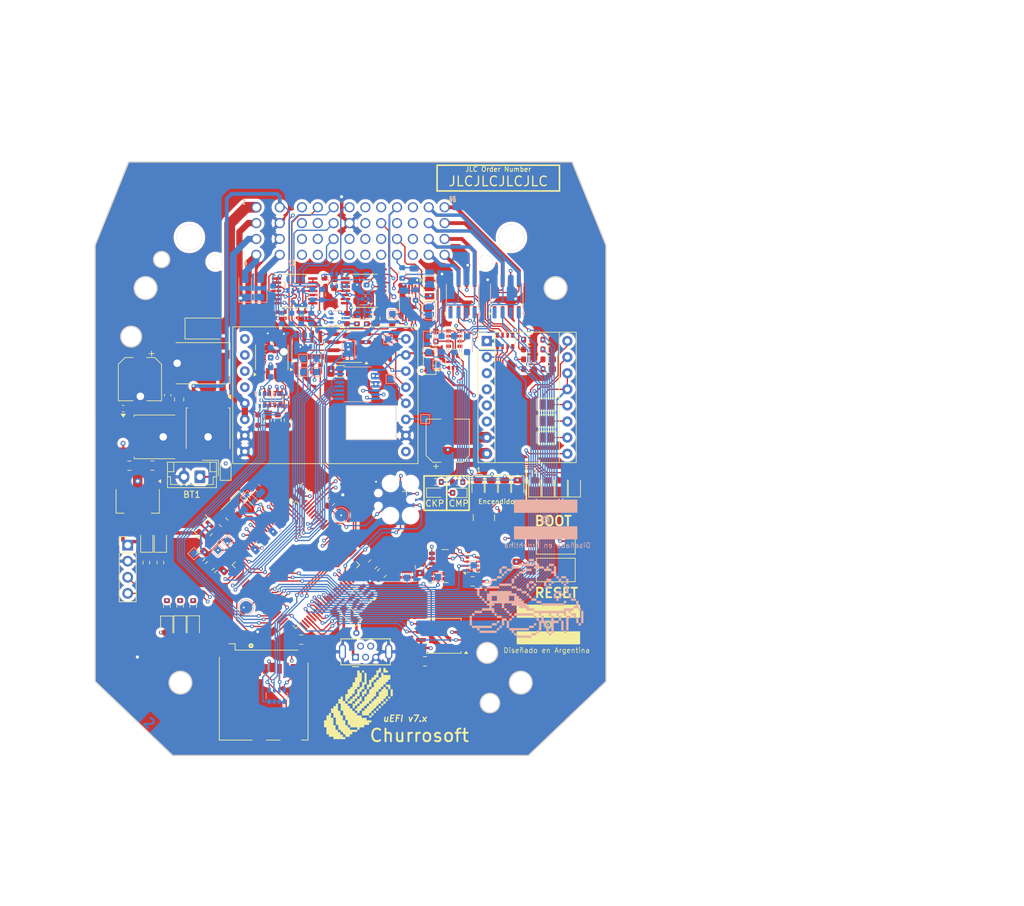
<source format=kicad_pcb>
(kicad_pcb (version 20241129) (generator "pcbnew") (generator_version "8.99")
  (layers (0 "F.Cu" signal) (4 "In1.Cu" signal) (6 "In2.Cu" signal) (2 "B.Cu" signal) (13 "F.Paste" user) (15 "B.Paste" user) (5 "F.SilkS" user "F.Silkscreen") (7 "B.SilkS" user "B.Silkscreen") (1 "F.Mask" user) (3 "B.Mask" user) (25 "Edge.Cuts" user))
  (net 0 "")
  (net 1 "Net-(A1-M0)")
  (net 2 "GND")
  (net 3 "Net-(A1-M2)")
  (net 4 "Net-(A1-M1)")
  (net 5 "+3V3")
  (net 6 "Net-(U5-IN1)")
  (net 7 "/CKP_CMP_Sensors/CKP_VR")
  (net 8 "/CKP_CMP_Sensors/IN2+")
  (net 9 "/CKP_CMP_Sensors/IN2-")
  (net 10 "+12VA")
  (net 11 "CLT_Sensor")
  (net 12 "TPS_Sensor")
  (net 13 "+5C")
  (net 14 "O2_Sensor")
  (net 15 "IAT_Sensor")
  (net 16 "Net-(U5-IN2)")
  (net 18 "/NRST")
  (net 19 "VDDA")
  (net 20 "OSC32_IN")
  (net 21 "OSC32_OUT")
  (net 22 "OSC_IN")
  (net 23 "OSC_OUT")
  (net 24 "+5V")
  (net 25 "INJ-4-OUT")
  (net 26 "INJ-3-OUT")
  (net 27 "INJ-2-OUT")
  (net 28 "INJ-1-OUT")
  (net 29 "VBUS")
  (net 30 "Net-(D22-K)")
  (net 31 "Net-(D23-K)")
  (net 32 "Net-(D24-K)")
  (net 33 "Net-(D25-K)")
  (net 34 "Net-(D26-K)")
  (net 35 "TACHO-OUT")
  (net 36 "IDLE-OUT")
  (net 37 "BOOST-OUT")
  (net 38 "/SW_USER_m")
  (net 39 "USB_D-")
  (net 40 "USB_D+")
  (net 41 "/SYS_SWCLK")
  (net 42 "/SYS_SWDIO")
  (net 43 "/SYS_SWO")
  (net 44 "STEPPER-A2")
  (net 45 "STEPPER-B1")
  (net 46 "STEPPER-B2")
  (net 47 "FAN-OUT")
  (net 48 "CAM+")
  (net 49 "CRANK-")
  (net 50 "CRANK+")
  (net 51 "STEPPER-A1")
  (net 52 "FUELPUMP-OUT")
  (net 53 "MAP_Sensor")
  (net 54 "HEATER+")
  (net 55 "Net-(JP3-B)")
  (net 56 "Net-(JP5-B)")
  (net 57 "CAN-")
  (net 58 "/IAT")
  (net 60 "CAN+")
  (net 63 "/LED0")
  (net 64 "/LED1")
  (net 65 "/LED2")
  (net 66 "SW_USER")
  (net 69 "SW_TABLE")
  (net 70 "SW_SHIFT")
  (net 71 "SW_AC")
  (net 72 "IGN-2-OUT")
  (net 73 "IGN-4-OUT")
  (net 74 "IGN-3-OUT")
  (net 75 "IGN-1-OUT")
  (net 78 "/MEMORY_CS")
  (net 79 "+BATT")
  (net 80 "IGN_V+")
  (net 81 "Net-(U22-BOOT0)")
  (net 82 "Net-(U22-VCAP_1)")
  (net 83 "Net-(U22-VCAP_2)")
  (net 84 "FAN2-OUT")
  (net 85 "USART_2_RX")
  (net 86 "USART_2_TX")
  (net 87 "CEL-OUT")
  (net 88 "/fuel_pump")
  (net 89 "/INY1")
  (net 90 "/MTR_STEP")
  (net 91 "/CMP")
  (net 92 "/CLT")
  (net 93 "/MAP")
  (net 94 "/ECN3")
  (net 95 "/CAN1_RX")
  (net 96 "/fan1")
  (net 97 "/SW_TABLE_m")
  (net 98 "/ECN2")
  (net 99 "/INY4")
  (net 100 "/SW_SHIFT_m")
  (net 101 "/MTR_ENABLE")
  (net 102 "/O2")
  (net 103 "/RPM_OUT")
  (net 104 "/SPI2_MOSI")
  (net 105 "/boost")
  (net 106 "/CAN1_TX")
  (net 107 "/ECN4")
  (net 108 "/MTR_FAULT")
  (net 109 "/TPS")
  (net 110 "/SW_AC_m")
  (net 111 "/INY3")
  (net 112 "/SPI2_MISO")
  (net 113 "/MTR_DIR")
  (net 114 "/SPI2_SCK")
  (net 115 "/INY2")
  (net 116 "/ECN1")
  (net 117 "/CKP")
  (net 118 "/idle")
  (net 119 "/fan2")
  (net 121 "BARO_CS")
  (net 127 "ACCL_CS")
  (net 128 "/VBATT")
  (net 129 "/SD_CARD_DETECT")
  (net 130 "/SPI3_MISO")
  (net 131 "/SPI3_SCk")
  (net 132 "/SD_CS")
  (net 133 "/SPI3_MOSI")
  (net 134 "/CEL_OUT")
  (net 135 "Net-(RN4-R4.1)")
  (net 136 "Net-(RN4-R3.1)")
  (net 137 "Net-(RN4-R2.1)")
  (net 138 "Net-(RN4-R1.1)")
  (net 139 "Net-(RN6-R1.2)")
  (net 140 "Net-(RN6-R3.2)")
  (net 141 "Net-(D13-K)")
  (net 142 "Net-(D15-K)")
  (net 146 "LSU_vm")
  (net 148 "LSU_ip")
  (net 150 "LSU_un")
  (net 151 "HEATER-")
  (net 152 "Net-(U22-PB2)")
  (net 153 "LSU_rtrim")
  (net 155 "Net-(U23B--)")
  (net 156 "Net-(U23A--)")
  (net 157 "Net-(U23D--)")
  (net 158 "Net-(U23C--)")
  (net 159 "Net-(RN6-R3.1)")
  (net 160 "Net-(U24D--)")
  (net 161 "Net-(U24B--)")
  (net 168 "Net-(U4-SEL_1)")
  (net 169 "Net-(U4-SEL_2)")
  (net 170 "Net-(U4-Boot0)")
  (net 171 "/Sensors/CAN_TX")
  (net 172 "/Sensors/CAN_RX")
  (net 181 "Net-(D1-A)")
  (net 182 "Net-(D2-A)")
  (net 183 "Net-(D2-K)")
  (net 184 "Net-(D4-A)")
  (net 185 "Net-(D5-A)")
  (net 186 "Net-(D5-K)")
  (net 187 "Net-(D7-A)")
  (net 188 "Net-(D7-K)")
  (net 189 "Net-(D9-A)")
  (net 190 "Net-(D10-K)")
  (net 191 "Net-(D10-A)")
  (net 192 "Net-(D12-A)")
  (net 220 "Net-(JP2-A)")
  (footprint "Diode_SMD:D_SOD-323_HandSoldering" (layer "F.Cu") (at 113.49 117.81 135)
    (property "Reference" "D19" (hide yes))
    (property "Value" "1N5819WS")
  )
  (footprint "hw_v2lib:SOP50P490X110-10N" (layer "F.Cu") (at 122.9 68.68 -90)
    (property "Reference" "U1" (hide yes))
    (property "Value" "MAX9924UAUB_")
  )
  (footprint "Capacitor_SMD:C_0805_2012Metric" (layer "F.Cu") (at 106.5 97.8 45)
    (property "Reference" "C33" (hide yes))
    (property "Value" "100nF")
  )
  (footprint "Module:Pololu_Breakout-16_15.2x20.3mm" (layer "F.Cu") (at 135.17 74.67)
    (property "Reference" "A1" (hide yes))
    (property "Value" "Pololu_Breakout_DRV8825")
  )
  (footprint "Capacitor_SMD:C_0603_1608Metric" (layer "F.Cu") (at 126.340001 73.130001 180)
    (property "Reference" "C3" (hide yes))
    (property "Value" "10nF")
  )
  (footprint "Resistor_SMD:R_0603_1608Metric" (layer "F.Cu") (at 141.8 76)
    (property "Reference" "R15" (hide yes))
    (property "Value" "4.7K")
  )
  (footprint "LED_SMD:LED_0805_2012Metric" (layer "F.Cu") (at 135.875 97.6 -90)
    (property "Reference" "D7" (hide yes))
    (property "Value" "LED")
  )
  (footprint "Capacitor_SMD:C_0402_1005Metric" (layer "F.Cu") (at 103.3 70.6 -90)
    (property "Reference" "C19" (hide yes))
    (property "Value" "100nF")
  )
  (footprint "LED_SMD:LED_0805_2012Metric" (layer "F.Cu") (at 146.905 97.6 90)
    (property "Reference" "D4" (hide yes))
    (property "Value" "LED")
  )
  (footprint "Capacitor_SMD:C_0805_2012Metric" (layer "F.Cu") (at 91.476576 110.150136 -135)
    (property "Reference" "C45" (hide yes))
    (property "Value" "1u")
  )
  (footprint "Capacitor_SMD:C_0805_2012Metric" (layer "F.Cu") (at 125.42 125.22)
    (property "Reference" "C39" (hide yes))
    (property "Value" "100nF")
  )
  (footprint "Capacitor_SMD:C_0805_2012Metric" (layer "F.Cu") (at 86.63 83.89 -90)
    (property "Reference" "C14" (hide yes))
    (property "Value" "100nF")
  )
  (footprint "Crystal:Crystal_SMD_3225-4Pin_3.2x2.5mm" (layer "F.Cu") (at 95.89 101.03 -135)
    (property "Reference" "Y2" (hide yes))
    (property "Value" "25MHz")
  )
  (footprint "LED_SMD:LED_0805_2012Metric" (layer "F.Cu") (at 144.835 97.6 90)
    (property "Reference" "D9" (hide yes))
    (property "Value" "LED")
  )
  (footprint "LED_SMD:LED_0805_2012Metric" (layer "F.Cu") (at 148.98 97.6 90)
    (property "Reference" "D1" (hide yes))
    (property "Value" "LED")
  )
  (footprint "Resistor_SMD:R_0603_1608Metric" (layer "F.Cu") (at 95.775 117.625 180)
    (property "Reference" "R10" (hide yes))
    (property "Value" "10k")
  )
  (footprint "Capacitor_SMD:C_0805_2012Metric" (layer "F.Cu") (at 125.85 70.5 -90)
    (property "Reference" "C5" (hide yes))
    (property "Value" "0.01uF")
  )
  (footprint "Capacitor_SMD:C_0805_2012Metric" (layer "F.Cu") (at 98.159813 98.774329 -45)
    (property "Reference" "C42" (hide yes))
    (property "Value" "15pF")
  )
  (footprint "Capacitor_SMD:C_0805_2012Metric" (layer "F.Cu") (at 102.1 121.2 -45)
    (property "Reference" "C26" (hide yes))
    (property "Value" "2.2uF")
  )
  (footprint "Fiducial:Fiducial_0.5mm_Mask1mm" (layer "F.Cu") (at 82.74 49.47)
    (property "Reference" "FID1" (hide yes))
    (property "Value" "Fiducial")
  )
  (footprint "Jumper:SolderJumper-3_P1.3mm_Bridged2Bar12_Pad1.0x1.5mm" (layer "F.Cu") (at 126.15 77.9 90)
    (property "Reference" "JP13" (hide yes))
    (property "Value" "Jumper_3_Bridged12")
  )
  (footprint "Package_TO_SOT_SMD:TO-252-2" (layer "F.Cu") (at 82.865 89.8)
    (property "Reference" "U19" (hide yes))
    (property "Value" "L78M05ABDT-TR")
  )
  (footprint "Jumper:SolderJumper-2_P1.3mm_Open_Pad1.0x1.5mm" (layer "F.Cu") (at 144.65 87.3)
    (property "Reference" "JP7" (hide yes))
    (property "Value" "Jumper_2_Open")
  )
  (footprint "Capacitor_SMD:C_0805_2012Metric" (layer "F.Cu") (at 139.94 106.75 90)
    (property "Reference" "C6" (hide yes))
    (property "Value" "100nF")
  )
  (footprint "Capacitor_SMD:C_0805_2012Metric" (layer "F.Cu") (at 93.6414 103.2786 135)
    (property "Reference" "C43" (hide yes))
    (property "Value" "15pF")
  )
  (footprint "Resistor_SMD:R_Array_Convex_4x0603" (layer "F.Cu") (at 130.02 74.3 180)
    (property "Reference" "RN5" (hide yes))
    (property "Value" "10k")
  )
  (footprint "Resistor_SMD:R_0603_1608Metric" (layer "F.Cu") (at 117.8 71.12 90)
    (property "Reference" "R102" (hide yes))
    (property "Value" "6.8K")
  )
  (footprint "Capacitor_SMD:C_0805_2012Metric" (layer "F.Cu") (at 105.9 121.8)
    (property "Reference" "C35" (hide yes))
    (property "Value" "100nF")
  )
  (footprint "Resistor_SMD:R_0603_1608Metric" (layer "F.Cu") (at 103.75 87.15 -90)
    (property "Reference" "R55" (hide yes))
    (property "Value" "100k")
  )
  (footprint "Resistor_SMD:R_0603_1608Metric" (layer "F.Cu") (at 110.6 100.1 45)
    (property "Reference" "R27" (hide yes))
    (property "Value" "10k")
  )
  (footprint "Package_TO_SOT_SMD:SOT-223-3_TabPin2" (layer "F.Cu") (at 80.1 99.93 -90)
    (property "Reference" "U8" (hide yes))
    (property "Value" "AMS1117-3.3")
  )
  (footprint "Resistor_SMD:R_0603_1608Metric" (layer "F.Cu") (at 141.8 79.1)
    (property "Reference" "R13" (hide yes))
    (property "Value" "4.7K")
  )
  (footprint "LED_SMD:LED_0603_1608Metric" (layer "F.Cu") (at 127.128494 98.601238)
    (property "Reference" "D15" (hide yes))
    (property "Value" "LED-BLUE")
  )
  (footprint "Capacitor_SMD:C_0603_1608Metric" (layer "F.Cu") (at 126.360001 74.730001 180)
    (property "Reference" "C4" (hide yes))
    (property "Value" "10nF")
  )
  (footprint "LED_SMD:LED_0805_2012Metric" (layer "F.Cu") (at 140.05 97.6 -90)
    (property "Reference" "D2" (hide yes))
    (property "Value" "LED")
  )
  (footprint "LED_SMD:LED_0805_2012Metric" (layer "F.Cu") (at 88.875 119.725 -90)
    (property "Reference" "D26" (hide yes))
    (property "Value" "LED")
  )
  (footprint "Resistor_SMD:R_0603_1608Metric" (layer "F.Cu") (at 99.1 87.15 90)
    (property "Reference" "R57" (hide yes))
    (property "Value" "1k")
  )
  (footprint "Package_QFP:LQFP-100_14x14mm_P0.5mm" (layer "F.Cu") (at 105.05 110 -45)
    (property "Reference" "U22" (hide yes))
    (property "Value" "STM32F407VGTx")
  )
  (footprint "Package_SO:SOIC-8_3.9x4.9mm_P1.27mm" (layer "F.Cu") (at 131.35 67.65 90)
    (property "Reference" "U2" (hide yes))
    (property "Value" "~")
  )
  (footprint "Jumper:SolderJumper-2_P1.3mm_Open_Pad1.0x1.5mm" (layer "F.Cu") (at 144.65 84.7)
    (property "Reference" "JP8" (hide yes))
    (property "Value" "Jumper_2_Open")
  )
  (footprint "Resistor_SMD:R_Array_Convex_4x0603" (layer "F.Cu") (at 101.3375 83.85 90)
    (property "Reference" "RN7" (hide yes))
    (property "Value" "10k")
  )
  (footprint "Jumper:SolderJumper-2_P1.3mm_Open_Pad1.0x1.5mm" (layer "F.Cu") (at 144.65 89.9)
    (property "Reference" "JP6" (hide yes))
    (property "Value" "Jumper_2_Open")
  )
  (footprint "LOGO" (layer "F.Cu") (at 144.88 119.4)
    (property "Reference" "G***" (hide yes))
    (property "Value" "LOGO" (hide yes))
  )
  (footprint "Package_SO:SOIC-8_3.9x4.9mm_P1.27mm" (layer "F.Cu") (at 106.99 76.475 90)
    (property "Reference" "U14" (hide yes))
    (property "Value" "TJA1051T-3")
  )
  (footprint "Package_SO:SOIC-8_5.275x5.275mm_P1.27mm" (layer "F.Cu") (at 128.385 121.205 180)
    (property "Reference" "U15" (hide yes))
    (property "Value" "25Q16")
  )
  (footprint "Capacitor_SMD:C_0805_2012Metric" (layer "F.Cu") (at 132.94 112.59 180)
    (property "Reference" "C50" (hide yes))
    (property "Value" "100nF")
  )
  (footprint "Connector_USB:USB_Mini-B_Tensility_54-00023_Vertical" (layer "F.Cu") (at 114.45 124.575)
    (property "Reference" "J8" (hide yes))
    (property "Value" "USB_B_Micro")
  )
  (footprint "Connector:Tag-Connect_TC2030-IDC-FP_2x03_P1.27mm_Vertical" (layer "F.Cu") (at 120.6 99.69 180)
    (property "Reference" "J9" (hide yes))
    (property "Value" "Tag connect")
  )
  (footprint "Resistor_SMD:R_0603_1608Metric" (layer "F.Cu") (at 144.85 76)
    (property "Reference" "R6" (hide yes))
    (property "Value" "4.7K")
  )
  (footprint "Resistor_SMD:R_0603_1608Metric" (layer "F.Cu") (at 120.24 71.16 90)
    (property "Reference" "R11" (hide yes))
    (property "Value" "10k")
  )
  (footprint "Package_TO_SOT_SMD:TO-252-2" (layer "F.Cu") (at 91.2 88.54 -90)
    (property "Reference" "U11" (hide yes))
    (property "Value" "L78M05ABDT-TR")
  )
  (footprint "Capacitor_SMD:C_0805_2012Metric" (layer "F.Cu") (at 118.6 111.3 45)
    (property "Reference" "C31" (hide yes))
    (property "Value" "100nF")
  )
  (footprint "Resistor_SMD:R_0603_1608Metric" (layer "F.Cu") (at 109.56 65.56 -90)
    (property "Reference" "R99" (hide yes))
    (property "Value" "470K")
  )
  (footprint "Capacitor_SMD:CP_Elec_6.3x7.7" (layer "F.Cu") (at 80.45 80.69 -90)
    (property "Reference" "C69" (hide yes))
    (property "Value" "100uF ±20% 35V")
  )
  (footprint "Capacitor_SMD:C_0805_2012Metric" (layer "F.Cu") (at 117.2 109.9 45)
    (property "Reference" "C29" (hide yes))
    (property "Value" "2.2uF")
  )
  (footprint "Capacitor_SMD:C_0805_2012Metric" (layer "F.Cu") (at 92.926576 111.560136 -135)
    (property "Reference" "C36" (hide yes))
    (property "Value" "100nF")
  )
  (footprint "Package_TO_SOT_SMD:SOT-23" (layer "F.Cu") (at 90.101872 103.628128 135)
    (property "Reference" "U16" (hide yes))
    (property "Value" "REF3033")
  )
  (footprint "Package_TO_SOT_SMD:SOT-23-6" (layer "F.Cu") (at 115.35 115.05 -135)
    (property "Reference" "U17" (hide yes))
    (property "Value" "SRV05-4")
  )
  (footprint "Package_LGA:Bosch_LGA-8_2x2.5mm_P0.65mm_ClockwisePinNumbering" (layer "F.Cu") (at 132.92 109.81 90)
    (property "Reference" "U10" (hide yes))
    (property "Value" "BMP280")
  )
  (footprint "Jumper:SolderJumper-3_P1.3mm_Bridged12_Pad1.0x1.5mm" (layer "F.Cu") (at 126.14 66.31 -90)
    (property "Reference" "JP2" (hide yes))
    (property "Value" "Jumper_3_Bridged12")
  )
  (footprint "Resistor_SMD:R_0603_1608Metric" (layer "F.Cu") (at 84.7 116.475 90)
    (property "Reference" "R42" (hide yes))
    (property "Value" "4.7k")
  )
  (footprint "Capacitor_SMD:C_0805_2012Metric" (layer "F.Cu") (at 139.94 110.45 -90)
    (property "Reference" "C30" (hide yes))
    (property "Value" "100nF")
  )
  (footprint "Resistor_SMD:R_Array_Convex_4x0603" (layer "F.Cu") (at 134.71 102.55 -90)
    (property "Reference" "RN2" (hide yes))
    (property "Value" "1k")
  )
  (footprint "LED_SMD:LED_0603_1608Metric" (layer "F.Cu") (at 130.558493 98.631238 180)
    (property "Reference" "D13" (hide yes))
    (property "Value" "LED-RED")
  )
  (footprint "LED_SMD:LED_0805_2012Metric" (layer "F.Cu") (at 83.68 106.33 90)
    (property "Reference" "D22" (hide yes))
    (property "Value" "LED")
  )
  (footprint "LED_SMD:LED_0805_2012Metric" (layer "F.Cu") (at 142.735 97.6 90)
    (property "Reference" "D12" (hide yes))
    (property "Value" "LED")
  )
  (footprint "Resistor_SMD:R_0603_1608Metric" (layer "F.Cu") (at 102.2 87.15 -90)
    (property "Reference" "R58" (hide yes))
    (property "Value" "1k")
  )
  (footprint "Diode_SMD:D_SOD-323" (layer "F.Cu") (at 93.975 95.05 90)
    (property "Reference" "D18" (hide yes))
    (property "Value" "1N5819WS")
  )
  (footprint "Capacitor_SMD:C_0603_1608Metric" (layer "F.Cu") (at 111.08 65.56 90)
    (property "Reference" "C63" (hide yes))
    (property "Value" "10nF")
  )
  (footprint "Connector_JST:JST_EH_B2B-EH-A_1x02_P2.50mm_Vertical" (layer "F.Cu") (at 89.9 96.1 180)
    (property "Reference" "BT1")
    (property "Value" "Battery_Cell")
  )
  (footprint "Capacitor_SMD:C_0805_2012Metric" (layer "F.Cu") (at 90 108.68 -135)
    (property "Reference" "C46" (hide yes))
    (property "Value" "100n")
  )
  (footprint "Capacitor_SMD:C_0402_1005Metric" (layer "F.Cu") (at 105.471204 70.547731 -90)
    (property "Reference" "C58" (hide yes))
    (property "Value" "100nF")
  )
  (footprint "Resistor_SMD:R_0603_1608Metric" (layer "F.Cu") (at 116.25 71.12 -90)
    (property "Reference" "R106" (hide yes))
    (property "Value" "10K")
  )
  (footprint "hw_v2lib:WBO-module" (layer "F.Cu") (at 110 81.375 180)
    (property "Reference" "U4" (hide yes))
    (property "Value" "~")
    (fp_rect (start -10.876 -8.835) (end -3.002 -3.501) (stroke (width 0.12)) (fill no) (layer "Edge.Cuts"))
  )
  (footprint "Diode_SMD:D_SMA" (layer "F.Cu") (at 91.075 72.7)
    (property "Reference" "D17" (hide yes))
    (property "Value" "SS54")
  )
  (footprint "LED_SMD:LED_0805_2012Metric" (layer "F.Cu") (at 84.675 119.75 -90)
    (property "Reference" "D24" (hide yes))
    (property "Value" "LED")
  )
  (footprint "Capacitor_SMD:C_0603_1608Metric" (layer "F.Cu") (at 77.83 85.34 180)
    (property "Reference" "C15" (hide yes))
    (property "Value" "47nF")
  )
  (footprint "Package_TO_SOT_SMD:SOT-363_SC-70-6" (layer "F.Cu") (at 129.84 77.95 -90)
    (property "Reference" "U7" (hide yes))
    (property "Value" "74LVC2G17")
  )
  (footprint "Resistor_SMD:R_0603_1608Metric" (layer "F.Cu") (at 144.85 79.1)
    (property "Reference" "R9" (hide yes))
    (property "Value" "4.7K")
  )
  (footprint "Capacitor_SMD:C_0805_2012Metric" (layer "F.Cu") (at 82.41 94.33)
    (property "Reference" "C9" (hide yes))
    (property "Value" "100nF")
  )
  (footprint "Capacitor_SMD:C_0402_1005Metric" (layer "F.Cu") (at 106.484509 70.569001 -90)
    (property "Reference" "C60" (hide yes))
    (property "Value" "100nF")
  )
  (footprint "Resistor_SMD:R_0603_1608Metric" (layer "F.Cu") (at 127.158493 96.911239 180)
    (property "Reference" "R4" (hide yes))
    (property "Value" "2.2k")
  )
  (footprint "Capacitor_SMD:C_0805_2012Metric" (layer "F.Cu") (at 78.77 94.35)
    (property "Reference" "C49" (hide yes))
    (property "Value" "100nF")
  )
  (footprint "Button_Switch_SMD:SW_SPST_CK_RS282G05A3" (layer "F.Cu") (at 146.05 110.8 180)
    (property "Reference" "SW2" (hide yes))
    (property "Value" "SW_Push")
  )
  (footprint "LED_SMD:LED_0805_2012Metric" (layer "F.Cu") (at 81.53 106.320001 90)
    (property "Reference" "D23" (hide yes))
    (property "Value" "LED")
  )
  (footprint "Capacitor_SMD:C_0603_1608Metric" (layer "F.Cu") (at 84.83 83.23 -90)
    (property "Reference" "C48" (hide yes))
    (property "Value" "47nF")
  )
  (footprint "Resistor_SMD:R_0603_1608Metric" (layer "F.Cu") (at 86.8 116.45 90)
    (property "Reference" "R43" (hide yes))
    (property "Value" "4.7k")
  )
  (footprint "Package_LGA:LGA-14_3x5mm_P0.8mm_LayoutBorder1x6y" (layer "F.Cu") (at 127.5075 110.1925)
    (property "Reference" "U21" (hide yes))
    (property "Value" "ADXL343")
  )
  (footprint "Fiducial:Fiducial_0.5mm_Mask1mm" (layer "F.Cu") (at 140.29 137.8)
    (property "Reference" "FID2" (hide yes))
    (property "Value" "Fiducial")
  )
  (footprint "Package_SO:TSSOP-14_4.4x5mm_P0.65mm" (layer "F.Cu") (at 104.8625 66.756965)
    (property "Reference" "U23" (hide yes))
    (property "Value" "MCP6004")
  )
  (footprint "Resistor_SMD:R_0603_1608Metric" (layer "F.Cu") (at 141.8 74.45)
    (property "Reference" "R14" (hide yes))
    (property "Value" "4.7K")
  )
  (footprint "Resistor_SMD:R_0603_1608Metric" (layer "F.Cu") (at 81.46 109.64 -90)
    (property "Reference" "R38" (hide yes))
    (property "Value" "4.7k")
  )
  (footprint "Resistor_SMD:R_0603_1608Metric" (layer "F.Cu") (at 130.558492 96.92124 180)
    (property "Reference" "R1" (hide yes))
    (property "Value" "2.2k")
  )
  (footprint "Resistor_SMD:R_0603_1608Metric" (layer "F.Cu") (at 141.8 77.57)
    (property "Reference" "R12" (hide yes))
    (property "Value" "4.7K")
  )
  (footprint "LED_SMD:LED_0805_2012Metric" (layer "F.Cu") (at 86.775 119.725 -90)
    (property "Reference" "D25" (hide yes))
    (property "Value" "LED")
  )
  (footprint "Capacitor_SMD:C_0805_2012Metric" (layer "F.Cu") (at 124.61 110.33 90)
    (property "Reference" "C47" (hide yes))
    (property "Value" "100nF")
  )
  (footprint "Resistor_SMD:R_0603_1608Metric" (layer "F.Cu") (at 114.67 71.13 -90)
    (property "Reference" "R108" (hide yes))
    (property "Value" "10K")
  )
  (footprint "Resistor_SMD:R_0603_1608Metric" (layer "F.Cu") (at 144.85 77.57)
    (property "Reference" "R8" (hide yes))
    (property "Value" "4.7K")
  )
  (footprint "Package_SO:SOIC-8_3.9x4.9mm_P1.27mm" (layer "F.Cu") (at 113.475 75.485 180)
    (property "Reference" "U6" (hide yes))
    (property "Value" "TJA1051T-3")
  )
  (footprint "Capacitor_SMD:C_0805_2012Metric" (layer "F.Cu") (at 92.217889 105.754752 45)
    (property "Reference" "C44" (hide yes))
    (property "Value" "1u")
  )
  (footprint "uEFI_v5:MOLEX_47352-1001" (layer "F.Cu") (at 99.972266 130.055713 180)
    (property "Reference" "J16" (hide yes))
    (property "Value" "47352-1001")
  )
  (footprint "OpenEFI-STM32F_rev3:churro_new_v4" (layer "F.Cu") (at 115.102061 131.89)
    (property "Reference" "Churrosoft")
    (property "Value" "SYM_Hot_Large" (hide yes))
  )
  (footprint "Package_SO:SO-8_3.9x4.9mm_P1.27mm" (layer "F.Cu") (at 101.25 77.25 90)
    (property "Reference" "U5" (hide yes))
    (property "Value" "~")
  )
  (footprint "Resistor_SMD:R_1206_3216Metric" (layer "F.Cu") (at 112.05 79.45)
    (property "Reference" "R31" (hide yes))
    (property "Value" "120R")
  )
  (footprint "Capacitor_SMD:CP_Elec_6.3x7.7" (layer "F.Cu") (at 129 90.4 90)
    (property "Reference" "C10" (hide yes))
    (property "Value" "100uF ±20% 35V")
  )
  (footprint "hw_v2lib:Molex_48p" (layer "F.Cu") (at 116.582657 92.815509)
    (property "Reference" "J1" (hide yes))
    (property "Value" "Conn_02x24_Counter_Clockwise" (hide yes))
  )
  (footprint "Package_SO:TSSOP-14_4.4x5mm_P0.65mm" (layer "F.Cu") (at 115.73 66.74)
    (property "Reference" "U24" (hide yes))
    (property "Value" "MCP6004")
  )
  (footprint "LED_SMD:LED_0805_2012Metric" (layer "F.Cu") (at 137.975 97.6 -90)
    (property "Reference" "D5" (hide yes))
    (property "Value" "LED")
  )
  (footprint "Resistor_SMD:R_Array_Convex_4x0603" (layer "F.Cu") (at 138.05 74.65 -90)
    (property "Reference" "RN1" (hide yes))
    (property "Value" "1k")
  )
  (footprint "Resistor_SMD:R_0603_1608Metric" (layer "F.Cu") (at 83.68 109.64 -90)
    (property "Reference" "R37" (hide yes))
    (property "Value" "4.7k")
  )
  (footprint "Capacitor_SMD:C_0402_1005Metric" (layer "F.Cu") (at 102.272546 70.604184 -90)
    (property "Reference" "C25" (hide yes))
    (property "Value" "100nF")
  )
  (footprint "Connector_PinHeader_2.54mm:PinHeader_1x04_P2.54mm_Vertical" (layer "F.Cu") (at 78.525 106.875)
    (property "Reference" "J14" (hide yes))
    (property "Value" "Conn_01x04")
  )
  (footprint "Package_SO:SOIC-8_3.9x4.9mm_P1.27mm" (layer "F.Cu") (at 138.3 67.65 90)
    (property "Reference" "U3" (hide yes))
    (property "Value" "~")
  )
  (footprint "Resistor_SMD:R_0603_1608Metric" (layer "F.Cu") (at 100.65 87.15 90)
    (property "Reference" "R56" (hide yes))
    (property "Value" "100k")
  )
  (footprint "Diode_SMD:D_SMC" (layer "F.Cu") (at 89.725 78.175 180)
    (property "Reference" "D37" (hide yes))
    (property "Value" "SM15T33C")
  )
  (footprint "Resistor_SMD:R_0603_1608Metric" (layer "F.Cu") (at 113.12 71.12 90)
    (property "Reference" "R104" (hide yes))
    (property "Value" "6.8K")
  )
  (footprint "Resistor_SMD:R_0603_1608Metric" (layer "F.Cu") (at 144.84 74.45)
    (property "Reference" "R5" (hide yes))
    (property "Value" "4.7K")
  )
  (footprint "LED_SMD:LED_0805_2012Metric" (layer "F.Cu") (at 133.79 97.6 -90)
    (property "Reference" "D10" (hide yes))
    (property "Value" "LED")
  )
  (footprint "Resistor_SMD:R_0603_1608Metric" (layer "F.Cu") (at 88.85 116.475 90)
    (property "Reference" "R44" (hide yes))
    (property "Value" "4.7k")
  )
  (footprint "Button_Switch_SMD:SW_SPST_CK_RS282G05A3" (layer "F.Cu") (at 146.05 106.45)
    (property "Reference" "SW1" (hide yes))
    (property "Value" "SW_Push")
  )
  (footprint "TestPoint:TestPoint_Pad_1.0x1.0mm" (layer "B.Cu") (at 120.29 70.42 180)
    (property "Reference" "TP5" (hide yes))
    (property "Value" "TestPoint")
  )
  (footprint "Resistor_SMD:R_Array_Convex_4x0603" (layer "B.Cu") (at 105 65.8 90)
    (property "Reference" "RN4" (hide yes))
    (property "Value" "10k")
  )
  (footprint "TestPoint:TestPoint_Pad_1.0x1.0mm" (layer "B.Cu") (at 92.775 107.675 -135)
    (property "Reference" "TP16" (hide yes))
    (property "Value" "TestPoint_Alt")
  )
  (footprint "Package_TO_SOT_SMD:SOT-363_SC-70-6" (layer "B.Cu") (at 115.82 70.127501 180)
    (property "Reference" "D16" (hide yes))
    (property "Value" "SRV05-4")
  )
  (footprint "Capacitor_SMD:C_0402_1005Metric" (layer "B.Cu") (at 116.03 68.02)
    (property "Reference" "C66" (hide yes))
    (property "Value" "100nF")
  )
  (footprint "LOGO" (layer "B.Cu") (at 144.45 102.83 180)
    (property "Reference" "G***" (hide yes))
    (property "Value" "LOGO" (hide yes))
  )
  (footprint "Diode_SMD:D_SOD-323_HandSoldering" (layer "B.Cu") (at 132.05 75.175 -90)
    (property "Reference" "D11" (hide yes))
    (property "Value" "1N5819WS")
  )
  (footprint "TestPoint:TestPoint_Pad_D2.0mm" (layer "B.Cu") (at 112.175 102.175 180)
    (property "Reference" "TP7" (hide yes))
    (property "Value" "BOOT0")
  )
  (footprint "Resistor_SMD:R_0603_1608Metric" (layer "B.Cu") (at 123.95 67.4 -90)
    (property "Reference" "R3" (hide yes))
    (property "Value" "10k")
  )
  (footprint "TestPoint:TestPoint_Pad_1.0x1.0mm" (layer "B.Cu") (at 127.46 111.91 180)
    (property "Reference" "TP17" (hide yes))
    (property "Value" "TestPoint_Alt")
  )
  (footprint "TestPoint:TestPoint_Pad_1.0x1.0mm" (layer "B.Cu") (at 127.36 78.4 90)
    (property "Reference" "TP19" (hide yes))
    (property "Value" "TestPoint_Alt")
  )
  (footprint "Capacitor_SMD:C_0603_1608Metric" (layer "B.Cu") (at 100.3 77.28 180)
    (property "Reference" "C54" (hide yes))
    (property "Value" "10nF")
  )
  (footprint "Jumper:SolderJumper-2_P1.3mm_Open_RoundedPad1.0x1.5mm" (layer "B.Cu") (at 126.1 69.9 90)
    (property "Reference" "JP3" (hide yes))
    (property "Value" "SolderJumper_2_Open")
  )
  (footprint "TestPoint:TestPoint_Pad_1.0x1.0mm" (layer "B.Cu") (at 88.99 108.23 -135)
    (property "Reference" "TP13" (hide yes))
    (property "Value" "TestPoint")
  )
  (footprint "Package_SO:TSSOP-16_4.4x5mm_P0.65mm" (layer "B.Cu") (at 114.7875 81.5)
    (property "Reference" "U9" (hide yes))
    (property "Value" "TPL7407LAPWR || ULN2003A")
  )
  (footprint "TestPoint:TestPoint_Pad_1.0x1.0mm" (layer "B.Cu") (at 133.1 110.07 -90)
    (property "Reference" "TP18" (hide yes))
    (property "Value" "TestPoint_Alt")
  )
  (footprint "Resistor_SMD:R_0603_1608Metric" (layer "B.Cu") (at 105.902584 71.109523 90)
    (property "Reference" "R81" (hide yes))
    (property "Value" "6.8K")
  )
  (footprint "Capacitor_SMD:C_0603_1608Metric" (layer "B.Cu") (at 100.3 80.355 180)
    (property "Reference" "C53" (hide yes))
    (property "Value" "10nF")
  )
  (footprint "Resistor_SMD:R_0603_1608Metric" (layer "B.Cu") (at 102.783047 71.106927 90)
    (property "Reference" "R79" (hide yes))
    (property "Value" "6.8K")
  )
  (footprint "Package_TO_SOT_SMD:SOT-363_SC-70-6" (layer "B.Cu") (at 111.624076 71.063525)
    (property "Reference" "D14" (hide yes))
    (property "Value" "SRV05-4")
  )
  (footprint "Resistor_SMD:R_0603_1608Metric" (layer "B.Cu") (at 121.83 63.93 -90)
    (property "Reference" "R2" (hide yes))
    (property "Value" "10k")
  )
  (footprint "Resistor_SMD:R_0603_1608Metric" (layer "B.Cu") (at 116.204531 65 -90)
    (property "Reference" "R101" (hide yes))
    (property "Value" "39k")
  )
  (footprint "Diode_SMD:D_SOD-123F" (layer "B.Cu") (at 99.475 66.35 90)
    (property "Reference" "D30" (hide yes))
    (property "Value" "S110FA")
  )
  (footprint "Capacitor_SMD:C_0603_1608Metric" (layer "B.Cu") (at 100.3 75.73 180)
    (property "Reference" "C52" (hide yes))
    (property "Value" "10nF")
  )
  (footprint "Crystal:Crystal_SMD_2012-2Pin_2.0x1.2mm" (layer "B.Cu") (at 97.7 99.65 -45)
    (property "Reference" "Y1" (hide yes))
    (property "Value" "32.768kHz")
  )
  (footprint "Diode_SMD:D_SOD-323_HandSoldering" (layer "B.Cu") (at 130.025 75.15 -90)
    (property "Reference" "D8" (hide yes))
    (property "Value" "1N5819WS")
  )
  (footprint "Diode_SMD:D_SOD-323_HandSoldering" (layer "B.Cu") (at 126 75.125 -90)
    (property "Reference" "D3" (hide yes))
    (property "Value" "1N5819WS")
  )
  (footprint "Capacitor_SMD:C_0805_2012Metric" (layer "B.Cu") (at 123.7 64.15 -90)
    (property "Reference" "C2" (hide yes))
    (property "Value" "0.01uF")
  )
  (footprint "TestPoint:TestPoint_Pad_D2.0mm" (layer "B.Cu") (at 97.2 116.7 180)
    (property "Reference" "TP8" (hide yes))
    (property "Value" "BOOT1")
  )
  (footprint "Capacitor_SMD:C_0805_2012Metric" (layer "B.Cu") (at 102.09 104.09 45)
    (property "Reference" "C37" (hide yes))
    (property "Value" "100nF")
  )
  (footprint "TestPoint:TestPoint_Pad_1.0x1.0mm" (layer "B.Cu") (at 94.25 106.2 -135)
    (property "Reference" "TP15" (hide yes))
    (property "Value" "TestPoint_Alt")
  )
  (footprint "Resistor_SMD:R_0603_1608Metric" (layer "B.Cu") (at 107.462506 71.111737 90)
    (property "Reference" "R82" (hide yes))
    (property "Value" "6.8K")
  )
  (footprint "LOGO" (layer "B.Cu") (at 141.43 115.27 180)
    (property "Reference" "G***" (hide yes))
    (property "Value" "LOGO" (hide yes))
  )
  (footprint "Capacitor_SMD:C_0805_2012Metric" (layer "B.Cu") (at 99.28 106.94 45)
    (property "Reference" "C38" (hide yes))
    (property "Value" "4.7uF")
  )
  (footprint "Capacitor_SMD:C_0805_2012Metric" (layer "B.Cu") (at 122.1 67.65 -90)
    (property "Reference" "C1" (hide yes))
    (property "Value" "0.01uF")
  )
  (footprint "Resistor_SMD:R_0805_2012Metric" (layer "B.Cu") (at 126.15 64.8 -90)
    (property "Reference" "R7" (hide yes))
    (property "Value" "4.99K 1/2W")
  )
  (footprint "Resistor_SMD:R_0603_1608Metric" (layer "B.Cu") (at 114.6 65 -90)
    (property "Reference" "R100" (hide yes))
    (property "Value" "10K")
  )
  (footprint "Resistor_SMD:R_0603_1608Metric" (layer "B.Cu") (at 109.23 67.36 -90)
    (property "Reference" "R75" (hide yes))
    (property "Value" "2.7k")
  )
  (footprint "TestPoint:TestPoint_Pad_1.0x1.0mm" (layer "B.Cu") (at 119.975 80.675 180)
    (property "Reference" "TP3" (hide yes))
    (property "Value" "TestPoint_Alt")
  )
  (footprint "Capacitor_SMD:C_0805_2012Metric" (layer "B.Cu") (at 98.796016 97.988299 135)
    (property "Reference" "C40" (hide yes))
    (property "Value" "6.8pF")
  )
  (footprint "Capacitor_SMD:C_0402_1005Metric" (layer "B.Cu") (at 116.03 67.03 180)
    (property "Reference" "C64" (hide yes))
    (property "Value" "100nF")
  )
  (footprint "TestPoint:TestPoint_Pad_1.0x1.0mm" (layer "B.Cu") (at 125.45 86.975 180)
    (property "Reference" "TP2" (hide yes))
    (property "Value" "TestPoint_Alt")
  )
  (footprint "Resistor_SMD:R_Array_Convex_4x0603" (layer "B.Cu") (at 111.9 65.05 -90)
    (property "Reference" "RN6" (hide yes))
    (property "Value" "10k")
  )
  (footprint "Package_TO_SOT_SMD:SOT-363_SC-70-6" (layer "B.Cu") (at 102.9 83.975 -90)
    (property "Reference" "U26" (hide yes))
    (property "Value" "74LVC2G17")
  )
  (footprint "Package_SO:SO-8_3.9x4.9mm_P1.27mm" (layer "B.Cu") (at 138.3 67.65 90)
    (property "Reference" "U13" (hide yes))
    (property "Value" "~")
  )
  (footprint "TestPoint:TestPoint_Pad_1.0x1.0mm" (layer "B.Cu") (at 108.3 79.55 180)
    (property "Reference" "TP14" (hide yes))
    (property "Value" "TestPoint_Alt")
  )
  (footprint "Package_TO_SOT_SMD:SOT-363_SC-70-6" (layer "B.Cu") (at 100.0125 83.975 -90)
    (property "Reference" "U25" (hide yes))
    (property "Value" "74LVC2G17")
  )
  (footprint "TestPoint:TestPoint_Pad_1.0x1.0mm" (layer "B.Cu") (at 106.2 79.55 180)
    (property "Reference" "TP10" (hide yes))
    (property "Value" "TestPoint_Alt")
  )
  (footprint "Diode_SMD:D_SOD-323_HandSoldering" (layer "B.Cu") (at 128.025 75.15 -90)
    (property "Reference" "D6" (hide yes))
    (property "Value" "1N5819WS")
  )
  (footprint "Resistor_SMD:R_Array_Convex_4x0603" (layer "B.Cu") (at 102.04 130.67 -90)
    (property "Reference" "RN3" (hide yes))
    (property "Value" "47k")
  )
  (footprint "Capacitor_SMD:C_0805_2012Metric" (layer "B.Cu") (at 96.031228 100.753087 135)
    (property "Reference" "C41" (hide yes))
    (property "Value" "6.8pF")
  )
  (footprint "Resistor_SMD:R_Array_Convex_4x0603" (layer "B.Cu") (at 106.2 74.65 90)
    (property "Reference" "RN8" (hide yes))
    (property "Value" "10k")
  )
  (footprint "TestPoint:TestPoint_Pad_1.0x1.0mm" (layer "B.Cu") (at 122.56 112.02 180)
    (property "Reference" "TP12" (hide yes))
    (property "Value" "TestPoint")
  )
  (footprint "TestPoint:TestPoint_Pad_1.0x1.0mm" (layer "B.Cu") (at 119.6 74.4 180)
    (property "Reference" "TP6" (hide yes))
    (property "Value" "TestPoint_Alt")
  )
  (footprint "Diode_SMD:D_SOD-123F" (layer "B.Cu") (at 97.05 66.35 90)
    (property "Reference" "D29" (hide yes))
    (property "Value" "S110FA")
  )
  (footprint "Package_SO:SO-8_3.9x4.9mm_P1.27mm" (layer "B.Cu") (at 131.319999 67.65 90)
    (property "Reference" "U20" (hide yes))
    (property "Value" "~")
  )
  (footprint "Resistor_SMD:R_0603_1608Metric" (layer "B.Cu") (at 104.34 71.11 90)
    (property "Reference" "R80" (hide yes))
    (property "Value" "6.8K")
  )
  (footprint "Capacitor_SMD:C_0603_1608Metric" (layer "B.Cu") (at 101.45 66.75 -90)
    (property "Reference" "C68" (hide yes))
    (property "Value" "10nF")
  )
  (footprint "Jumper:SolderJumper-2_P1.3mm_Bridged2Bar_Pad1.0x1.5mm" (layer "B.Cu") (at 113.35 76 -90)
    (property "Reference" "JP5" (hide yes))
    (property "Value" "Jumper_2_Open")
  )
  (footprint "TestPoint:TestPoint_Pad_1.0x1.0mm" (layer "B.Cu") (at 106.2 77.45 180)
    (property "Reference" "TP9" (hide yes))
    (property "Value" "TestPoint_Alt")
  )
  (footprint "Resistor_SMD:R_0603_1608Metric" (layer "B.Cu") (at 107.68 67.36 -90)
    (property "Reference" "R16" (hide yes))
    (property "Value" "2.7k")
  )
  (footprint "Capacitor_SMD:C_0603_1608Metric" (layer "B.Cu") (at 100.3 78.825 180)
    (property "Reference" "C51" (hide yes))
    (property "Value" "10nF")
  )
  (footprint "TestPoint:TestPoint_Pad_1.0x1.0mm" (layer "B.Cu") (at 108.3 77.45 180)
    (property "Reference" "TP11" (hide yes))
    (property "Value" "TestPoint_Alt")
  )
  (gr_line (start 146.624657 46.923509) (end 127.320657 46.923509) (stroke (width 0.25)) (layer "F.SilkS"))
  (gr_line (start 127.320657 50.987509) (end 146.624657 50.987509) (stroke (width 0.25)) (layer "F.SilkS"))
  (gr_line (start 146.624657 50.987509) (end 146.624657 46.923509) (stroke (width 0.25)) (layer "F.SilkS"))
  (gr_rect (start 125.26 95.955) (end 132.38 101.385) (stroke (width 0.25)) (fill no) (layer "F.SilkS"))
  (gr_line (start 141.4 94.325) (end 141.4 100.6) (stroke (width 0.25)) (layer "F.SilkS"))
  (gr_line (start 127.320657 46.923509) (end 127.320657 50.987509) (stroke (width 0.25)) (layer "F.SilkS"))
  (gr_line (start 128.84 96.095) (end 128.838492 101.261238) (stroke (width 0.25)) (layer "F.SilkS"))
  (gr_circle (center 135.230157 123.885809) (end 136.868457 123.885809) (stroke (width 0.2)) (fill no) (layer "Edge.Cuts"))
  (gr_line (start 153.970657 59.554009) (end 153.972257 128.396851) (stroke (width 0.2)) (layer "Edge.Cuts"))
  (gr_circle (center 140.513357 128.584809) (end 142.304057 128.584809) (stroke (width 0.2)) (fill no) (layer "Edge.Cuts"))
  (gr_line (start 85.627253 140.087909) (end 141.729261 140.087909) (stroke (width 0.2)) (layer "Edge.Cuts"))
  (gr_circle (center 135.662857 131.813109) (end 137.186857 131.813109) (stroke (width 0.2)) (fill no) (layer "Edge.Cuts"))
  (gr_line (start 153.972257 128.396851) (end 141.729261 140.087909) (stroke (width 0.2)) (layer "Edge.Cuts"))
  (gr_circle (center 83.872257 61.810709) (end 85.142257 61.810709) (stroke (width 0.2)) (fill no) (layer "Edge.Cuts"))
  (gr_line (start 73.382657 59.554009) (end 73.384257 128.396851) (stroke (width 0.2)) (layer "Edge.Cuts"))
  (gr_line (start 73.382657 59.554009) (end 78.678557 46.415509) (stroke (width 0.2)) (layer "Edge.Cuts"))
  (gr_line (start 78.678557 46.415509) (end 148.623957 46.415509) (stroke (width 0.2)) (layer "Edge.Cuts"))
  (gr_circle (center 146.012456 66.316709) (end 147.803156 66.316709) (stroke (width 0.2)) (fill no) (layer "Edge.Cuts"))
  (gr_line (start 148.623957 46.415509) (end 153.970657 59.554009) (stroke (width 0.2)) (layer "Edge.Cuts"))
  (gr_circle (center 81.344058 66.316709) (end 83.134758 66.316709) (stroke (width 0.2)) (fill no) (layer "Edge.Cuts"))
  (gr_line (start 85.627253 140.087909) (end 73.384257 128.396851) (stroke (width 0.2)) (layer "Edge.Cuts"))
  (gr_circle (center 86.843157 128.584809) (end 88.633857 128.584809) (stroke (width 0.2)) (fill no) (layer "Edge.Cuts"))
  (gr_circle (center 79.070757 73.97481) (end 80.709057 73.97481) (stroke (width 0.2)) (fill no) (layer "Edge.Cuts"))
  (gr_text "1    " (at 80.265457 133.387909 -44) (layer "F.Cu") (effects (font (size 1.5 1.5) (thickness 0.3))))
  (gr_text "    2" (at 80.265457 133.387909 -44) (layer "B.Cu") (effects (font (size 1.5 1.5) (thickness 0.3))))
  (gr_text "RESET" (at 142.55 115.3 0) (layer "F.SilkS") (effects (font (size 1.5 1.5) (thickness 0.3) (bold yes)) (justify left bottom)))
  (gr_text "uEFI v7.x" (at 122.26 134.25 0) (layer "F.SilkS") (effects (font (size 1 1) (thickness 0.2) (bold yes) (italic yes))))
  (gr_text "Diseñado en Argentina" (at 137.73 123.96 0) (layer "F.SilkS") (effects (font (size 0.8 0.8) (thickness 0.1)) (justify left bottom)))
  (gr_text "1" (at 142.375 95.6 0) (layer "F.SilkS") (effects (font (size 0.75 0.75) (thickness 0.13) (bold yes)) (justify left bottom)))
  (gr_text "JLCJLCJLCJLC" (at 136.972657 49.463509 0) (layer "F.SilkS") (effects (font (size 1.524 1.524) (thickness 0.2032))))
  (gr_text "CMP" (at 129.08 100.885 0) (layer "F.SilkS") (effects (font (size 1 1)) (justify left bottom)))
  (gr_text "CKP" (at 125.35 100.885 0) (layer "F.SilkS") (effects (font (size 1 1)) (justify left bottom)))
  (gr_text "Encendido" (at 133.74 100.45 0) (layer "F.SilkS") (effects (font (size 0.75 0.75) (thickness 0.13) (bold yes)) (justify left bottom)))
  (gr_text "1" (at 133.465 95.475 0) (layer "F.SilkS") (effects (font (size 0.75 0.75) (thickness 0.13) (bold yes)) (justify left bottom)))
  (gr_text "JLC Order Number" (at 136.972657 47.558509 0) (layer "F.SilkS") (effects (font (size 0.75 0.75) (thickness 0.13))))
  (gr_text "Inyección" (at 142.775 100.45 0) (layer "F.SilkS") (effects (font (size 0.75 0.75) (thickness 0.13) (bold yes)) (justify left bottom)))
  (gr_text "BOOT" (at 142.55 103.95 0) (layer "F.SilkS") (effects (font (size 1.5 1.5) (thickness 0.3) (bold yes)) (justify left bottom)))
  (gr_text "Diseñado en Argentina" (at 151.6 107.39 -0) (layer "B.SilkS") (effects (font (size 0.8 0.8) (thickness 0.1)) (justify left bottom mirror)))
  (segment (start 147.86 89.9) (end 147.87 89.91) (width 0.2032) (layer "F.Cu") (net 1))
  (segment (start 145.299999 89.9) (end 147.86 89.9) (width 0.2032) (layer "F.Cu") (net 1))
  (segment (start 123.280762 72.444127) (end 123.966636 73.130001) (width 0.2032) (layer "F.Cu") (net 2))
  (segment (start 114.7 64.75) (end 114.05 64.1) (width 0.2032) (layer "F.Cu") (net 2))
  (segment (start 107.805 99.47) (end 107.805 97.761498) (width 0.2032) (layer "F.Cu") (net 2))
  (segment (start 115.281667 112.268428) (end 115.132698 112.11946) (width 0.2032) (layer "F.Cu") (net 2))
  (segment (start 119.33 99.055) (end 119.33 98.73) (width 0.2032) (layer "F.Cu") (net 2))
  (segment (start 99.621321 102.45) (end 100.683616 103.512295) (width 0.2159) (layer "F.Cu") (net 2))
  (segment (start 100.65 86.325) (end 100.65 86.425) (width 0.2032) (layer "F.Cu") (net 2))
  (segment (start 115.094798 112.081559) (end 115.044082 112.081559) (width 0.2032) (layer "F.Cu") (net 2))
  (segment (start 122.023872 65.747601) (end 122.02 65.751473) (width 0.2032) (layer "F.Cu") (net 2))
  (segment (start 122.026 65.747601) (end 122.023872 65.747601) (width 0.2032) (layer "F.Cu") (net 2))
  (segment (start 115.34159 112.328351) (end 115.341589 112.328351) (width 0.2032) (layer "F.Cu") (net 2))
  (segment (start 112.278457 54.928457) (end 112.278457 51.921602) (width 0.55) (layer "F.Cu") (net 2))
  (segment (start 106.145 66.915) (end 106.303035 66.756965) (width 0.2032) (layer "F.Cu") (net 2))
  (segment (start 102.95 87.125) (end 103.75 86.325) (width 0.2032) (layer "F.Cu") (net 2))
  (segment (start 106.303035 66.756965) (end 107.725 66.756965) (width 0.2032) (layer "F.Cu") (net 2))
  (segment (start 101.35 87.125) (end 102.95 87.125) (width 0.2032) (layer "F.Cu") (net 2))
  (segment (start 135.11 89.85) (end 131.15 89.85) (width 1.7) (layer "F.Cu") (net 2))
  (segment (start 124.997501 108.9925) (end 124.61 109.380001) (width 0.2032) (layer "F.Cu") (net 2))
  (segment (start 92.977938 112.955) (end 92.254825 112.231887) (width 0.2032) (layer "F.Cu") (net 2))
  (segment (start 126.48 75.625) (end 125.585001 74.730001) (width 0.3048) (layer "F.Cu") (net 2))
  (segment (start 96.959886 106.993983) (end 95.048904 105.083001) (width 0.2032) (layer "F.Cu") (net 2))
  (segment (start 127.55 75.625) (end 126.48 75.625) (width 0.3048) (layer "F.Cu") (net 2))
  (segment (start 125.822499 110.5925) (end 124.61 109.380001) (width 0.2032) (layer "F.Cu") (net 2))
  (segment (start 99.15 102.45) (end 99.621321 102.45) (width 0.2159) (layer "F.Cu") (net 2))
  (segment (start 123.3458 69.1958) (end 123 68.85) (width 0.3048) (layer "F.Cu") (net 2))
  (segment (start 106.15 66.92) (end 106.145 66.915) (width 0.2032) (layer "F.Cu") (net 2))
  (segment (start 95.048904 105.083001) (end 92.88964 105.083001) (width 0.2032) (layer "F.Cu") (net 2))
  (segment (start 132.12 112.460001) (end 131.990001 112.59) (width 0.2032) (layer "F.Cu") (net 2))
  (segment (start 94.316825 112.955) (end 92.977938 112.955) (width 0.2032) (layer "F.Cu") (net 2))
  (segment (start 132.73 110.785001) (end 132.73 110.47) (width 0.2032) (layer "F.Cu") (net 2))
  (segment (start 133.065 110.135) (end 133.72 110.135) (width 0.2032) (layer "F.Cu") (net 2))
  (segment (start 95.733868 111.537957) (end 94.316825 112.955) (width 0.2032) (layer "F.Cu") (net 2))
  (segment (start 103.276556 75.396556) (end 103.155 75.275) (width 0.2032) (layer "F.Cu") (net 2))
  (segment (start 102.18 71.12) (end 102.3 71) (width 0.2032) (layer "F.Cu") (net 2))
  (segment (start 102.3 71) (end 103.22 71) (width 0.2032) (layer "F.Cu") (net 2))
  (segment (start 128.45 77.975) (end 127.8 77.325) (width 0.3048) (layer "F.Cu") (net 2))
  (segment (start 121.62 70.83) (end 121.5 70.95) (width 0.3048) (layer "F.Cu") (net 2))
  (segment (start 96.963279 106.993983) (end 96.959886 106.993983) (width 0.2032) (layer "F.Cu") (net 2))
  (segment (start 103.155 73.545) (end 103.155 75.275) (width 0.6) (layer "F.Cu") (net 2))
  (segment (start 135.17 89.91) (end 135.11 89.85) (width 1.7) (layer "F.Cu") (net 2))
  (segment (start 126.5075 108.9925) (end 124.997501 108.9925) (width 0.2032) (layer "F.Cu") (net 2))
  (segment (start 132.12 110.785001) (end 132.12 112.460001) (width 0.2032) (layer "F.Cu") (net 2))
  (segment (start 106.587957 100.683868) (end 106.591132 100.683868) (width 0.2032) (layer "F.Cu") (net 2))
  (segment (start 123.4 70.83) (end 123.4 71.865111) (width 0.2032) (layer "F.Cu") (net 2))
  (segment (start 129.84 77.785) (end 129.65 77.975) (width 0.3048) (layer "F.Cu") (net 2))
  (segment (start 123.4 70.15) (end 123.3458 70.0958) (width 0.3048) (layer "F.Cu") (net 2))
  (segment (start 126.5075 110.5925) (end 125.822499 110.5925) (width 0.2032) (layer "F.Cu") (net 2))
  (segment (start 106.025204 68.95) (end 106.15 68.825204) (width 0.2032) (layer "F.Cu") (net 2))
  (segment (start 116.75 112.525751) (end 116.75 113.65) (width 0.2032) (layer "F.Cu") (net 2))
  (segment (start 123.4 71.865111) (end 123.280762 71.984349) (width 0.2032) (layer "F.Cu") (net 2))
  (segment (start 97.017125 107.047829) (end 96.963279 106.993983) (width 0.2032) (layer "F.Cu") (net 2))
  (segment (start 123.966636 73.130001) (end 125.565001 73.130001) (width 0.2032) (layer "F.Cu") (net 2))
  (segment (start 132.12 110.785001) (end 132.73 110.785001) (width 0.2032) (layer "F.Cu") (net 2))
  (segment (start 121.9 70.83) (end 121.62 70.83) (width 0.3048) (layer "F.Cu") (net 2))
  (segment (start 119.33 98.73) (end 117.7 97.1) (width 0.2032) (layer "F.Cu") (net 2))
  (segment (start 132.73 110.47) (end 133.065 110.135) (width 0.2032) (layer "F.Cu") (net 2))
  (segment (start 131.15 89.85) (end 129 87.7) (width 1.7) (layer "F.Cu") (net 2))
  (segment (start 106.15 68.825204) (end 106.15 66.92) (width 0.2032) (layer "F.Cu") (net 2))
  (segment (start 99.15 102.45) (end 97.553223 100.853223) (width 0.2159) (layer "F.Cu") (net 2))
  (segment (start 117.7 97.1) (end 117.7 96.87) (width 0.2032) (layer "F.Cu") (net 2))
  (segment (start 127.8 75.875) (end 127.55 75.625) (width 0.3048) (layer "F.Cu") (net 2))
  (segment (start 116.75 113.65) (end 116.154334 114.245666) (width 0.2032) (layer "F.Cu") (net 2))
  (segment (start 114.05 64.1) (end 111.825 64.1) (width 0.2032) (layer "F.Cu") (net 2))
  (segment (start 127.8 77.325) (end 127.8 75.875) (width 0.3048) (layer "F.Cu") (net 2))
  (segment (start 106.591132 100.683868) (end 107.805 99.47) (width 0.2032) (layer "F.Cu") (net 2))
  (segment (start 123.4 70.83) (end 123.4 70.15) (width 0.3048) (layer "F.Cu") (net 2))
  (segment (start 97.553223 100.853223) (end 97.268858 100.853223) (width 0.2159) (layer "F.Cu") (net 2))
  (segment (start 107.805 97.761498) (end 107.171751 97.128249) (width 0.2032) (layer "F.Cu") (net 2))
  (segment (start 116.75 112.525751) (end 116.5526 112.328351) (width 0.2032) (layer "F.Cu") (net 2))
  (segment (start 115.132698 112.11946) (end 115.132698 112.119459) (width 0.2032) (layer "F.Cu") (net 2))
  (segment (start 122.02 66.15) (end 122.4 66.53) (width 0.2032) (layer "F.Cu") (net 2))
  (segment (start 129.65 77.975) (end 128.45 77.975) (width 0.3048) (layer "F.Cu") (net 2))
  (segment (start 115.132698 112.119459) (end 115.094798 112.081559) (width 0.2032) (layer "F.Cu") (net 2))
  (segment (start 109.56 66.305) (end 111.08 64.785) (width 0.2032) (layer "F.Cu") (net 2))
  (segment (start 112.278457 51.921602) (end 112.256855 51.9) (width 0.55) (layer "F.Cu") (net 2))
  (segment (start 126.5075 111.3925) (end 126.5075 110.5925) (width 0.2032) (layer "F.Cu") (net 2))
  (segment (start 129.84 77.000001) (end 129.84 77.785) (width 0.3048) (layer "F.Cu") (net 2))
  (segment (start 111.14 64.785) (end 111.08 64.785) (width 0.2032) (layer "F.Cu") (net 2))
  (segment (start 114.7 65.8) (end 114.7 64.75) (width 0.2032) (layer "F.Cu") (net 2))
  (segment (start 123.3458 70.0958) (end 123.3458 69.1958) (width 0.3048) (layer "F.Cu") (net 2))
  (segment (start 115.34159 112.328351) (end 116.5526 112.328351) (width 0.2032) (layer "F.Cu") (net 2))
  (segment (start 122.02 65.751473) (end 122.02 66.15) (width 0.2032) (layer "F.Cu") (net 2))
  (segment (start 123.280762 71.984349) (end 123.280762 72.444127) (width 0.2032) (layer "F.Cu") (net 2))
  (segment (start 111.825 64.1) (end 111.14 64.785) (width 0.2032) (layer "F.Cu") (net 2))
  (segment (start 100.65 86.425) (end 101.35 87.125) (width 0.2032) (layer "F.Cu") (net 2))
  (segment (start 115.341589 112.328351) (end 115.281667 112.268428) (width 0.2032) (layer "F.Cu") (net 2))
  (segment (start 100.615 73.465) (end 100.615 75.275) (width 0.6) (layer "F.Cu") (net 2))
  (segment (start 97.148082 107.047829) (end 97.017125 107.047829) (width 0.2032) (layer "F.Cu") (net 2))
  (segment (start 113.506857 56.062709) (end 113.412709 56.062709) (width 0.55) (layer "F.Cu") (net 2))
  (segment (start 117.215257 66.754743) (end 116.491001 67.478999) (width 0.2032) (layer "F.Cu") (net 2))
  (segment (start 118.577757 66.754743) (end 117.215257 66.754743) (width 0.2032) (layer "F.Cu") (net 2))
  (segment (start 109.56 66.385) (end 109.56 66.305) (width 0.2032) (layer "F.Cu") (net 2))
  (segment (start 115.044082 112.081559) (end 114.50048 111.537957) (width 0.2032) (layer "F.Cu") (net 2))
  (segment (start 114.50048 111.537957) (end 114.366132 111.537957) (width 0.2032) (layer "F.Cu") (net 2))
  (segment (start 103.22 71) (end 103.3 71.08) (width 0.2032) (layer "F.Cu") (net 2))
  (segment (start 118.5925 66.74) (end 118.577757 66.754743) (width 0.2032) (layer "F.Cu") (net 2))
  (segment (start 116.491001 67.478999) (end 116.491001 68.646355) (width 0.2032) (layer "F.Cu") (net 2))
  (segment (start 113.412709 56.062709) (end 112.278457 54.928457) (width 0.55) (layer "F.Cu") (net 2))
  (via (at 108.6 72.05) (size 0.6) (drill 0.3) (layers "F.Cu" "B.Cu") (net 2))
  (via (at 132.15 62.7) (size 0.78994) (drill 0.43434) (layers "F.Cu" "B.Cu") (net 2))
  (via (at 112.45 98.94) (size 1) (drill 0.5) (layers "F.Cu" "B.Cu") (net 2))
  (via (at 105.75 75.6) (size 0.6) (drill 0.3) (layers "F.Cu" "B.Cu") (net 2))
  (via (at 128.1 64.1) (size 0.78994) (drill 0.43434) (layers "F.Cu" "B.Cu") (net 2))
  (via (at 80.05 124.54) (size 1) (drill 0.5) (layers "F.Cu" "B.Cu") (net 2))
  (via (at 84.125 89.8) (size 1.54178) (drill 1.18618) (layers "F.Cu" "B.Cu") (net 2))
  (via (at 135.3 65) (size 0.78994) (drill 0.43434) (layers "F.Cu" "B.Cu") (net 2))
  (via (at 103.155 73.545) (size 0.6) (drill 0.3) (layers "F.Cu" "B.Cu") (net 2))
  (via (at 122.026 65.747601) (size 0.6) (drill 0.3) (layers "F.Cu" "B.Cu") (net 2))
  (via (at 114.7 65.8) (size 0.6) (drill 0.3) (layers "F.Cu" "B.Cu") (net 2))
  (via (at 116.75 112.525751) (size 0.6) (drill 0.3) (layers "F.Cu" "B.Cu") (net 2))
  (via (at 80.52 83.4) (size 1.54178) (drill 1.18618) (layers "F.Cu" "B.Cu") (net 2))
  (via (at 103.9 83.9) (size 0.6) (drill 0.3) (layers "F.Cu" "B.Cu") (net 2))
  (via (at 100.615 73.465) (size 0.6) (drill 0.3) (layers "F.Cu" "B.Cu") (net 2))
  (via (at 116.491001 68.646355) (size 0.6) (drill 0.3) (layers "F.Cu" "B.Cu") (net 2))
  (via (at 139.71047 68) (size 0.78994) (drill 0.43434) (layers "F.Cu" "B.Cu") (net 2))
  (via (at 99.02 120.56) (size 0.78994) (drill 0.43434) (layers "F.Cu" "B.Cu") (net 2))
  (via (at 103.138873 76.366632) (size 1.54178) (drill 1.18618) (layers "F.Cu" "B.Cu") (net 2))
  (via (at 117.7 96.87) (size 0.6) (drill 0.3) (layers "F.Cu" "B.Cu") (net 2))
  (via (at 86.325 78.175) (size 1.54178) (drill 1.18618) (layers "F.Cu" "B.Cu") (net 2))
  (via (at 102.18 71.12) (size 0.6) (drill 0.3) (layers "F.Cu" "B.Cu") (net 2))
  (via (at 106.025204 68.95) (size 0.6) (drill 0.3) (layers "F.Cu" "B.Cu") (net 2))
  (via (at 112.256855 51.9) (size 1) (drill 0.5) (layers "F.Cu" "B.Cu") (net 2))
  (via (at 91.2 89.8) (size 1.54178) (drill 1.18618) (layers "F.Cu" "B.Cu") (net 2))
  (segment (start 115.96 69.86) (end 115.96 69.177356) (width 0.2032) (layer "B.Cu") (net 2))
  (segment (start 114.675 65.825) (end 114.6 65.825) (width 0.2032) (layer "B.Cu") (net 2))
  (segment (start 103.2375 83.6875) (end 102.9 83.6875) (width 0.2032) (layer "B.Cu") (net 2))
  (segment (start 102.7375 83.85) (end 102.9 83.6875) (width 0.2032) (layer "B.Cu") (net 2))
  (segment (start 116.769999 70.127501) (end 116.227501 70.127501) (width 0.2032) (layer "B.Cu") (net 2))
  (segment (start 116.51 68.627356) (end 116.491001 68.646355) (width 0.2032) (layer "B.Cu") (net 2))
  (segment (start 116.51 68.02) (end 116.51 68.627356) (width 0.2032) (layer "B.Cu") (net 2))
  (segment (start 110.013525 71.063525) (end 109.65 70.7) (width 0.2032) (layer "B.Cu") (net 2))
  (segment (start 102.9 83.6875) (end 102.9 83.025) (width 0.2032) (layer "B.Cu") (net 2))
  (segment (start 102.18 71.12) (end 102.18 71.04) (width 0.2032) (layer "B.Cu") (net 2))
  (segment (start 114.7 65.8) (end 114.675 65.825) (width 0.2032) (layer "B.Cu") (net 2))
  (segment (start 103.45 83.9) (end 103.2375 83.6875) (width 0.2032) (layer "B.Cu") (net 2))
  (segment (start 101.92 67.995) (end 101.45 67.525) (width 0.2032) (layer "B.Cu") (net 2))
  (segment (start 103.9 83.9) (end 103.45 83.9) (width 0.2032) (layer "B.Cu") (net 2))
  (segment (start 116.227501 70.127501) (end 115.96 69.86) (width 0.2032) (layer "B.Cu") (net 2))
  (segment (start 115.55 67.06) (end 116.51 68.02) (width 0.2032) (layer "B.Cu") (net 2))
  (segment (start 100.2125 83.85) (end 102.7375 83.85) (width 0.2032) (layer "B.Cu") (net 2))
  (segment (start 122.138729 65.625) (end 123.174999 65.625) (width 0.2032) (layer "B.Cu") (net 2))
  (segment (start 101.92 70.78) (end 101.92 67.995) (width 0.2032) (layer "B.Cu") (net 2))
  (segment (start 123.174999 65.625) (end 123.7 65.099999) (width 0.2032) (layer "B.Cu") (net 2))
  (segment (start 122.026 65.747601) (end 122.026 65.737729) (width 0.2032) (layer "B.Cu") (net 2))
  (segment (start 122.026 65.737729) (end 122.138729 65.625) (width 0.2032) (layer "B.Cu") (net 2))
  (segment (start 115.96 69.177356) (end 116.491001 68.646355) (width 0.2032) (layer "B.Cu") (net 2))
  (segment (start 100.0125 83.65) (end 100.2125 83.85) (width 0.2032) (layer "B.Cu") (net 2))
  (segment (start 110.674076 71.063525) (end 110.013525 71.063525) (width 0.2032) (layer "B.Cu") (net 2))
  (segment (start 105.8 75.55) (end 105.75 75.6) (width 0.2032) (layer "B.Cu") (net 2))
  (segment (start 115.55 67.03) (end 115.55 67.06) (width 0.2032) (layer "B.Cu") (net 2))
  (segment (start 100.0125 83.025) (end 100.0125 83.65) (width 0.2032) (layer "B.Cu") (net 2))
  (segment (start 102.18 71.04) (end 101.92 70.78) (width 0.2032) (layer "B.Cu") (net 2))
  (segment (start 147.74 84.7) (end 147.87 84.83) (width 0.2032) (layer "F.Cu") (net 3))
  (segment (start 145.299999 84.7) (end 147.74 84.7) (width 0.2032) (layer "F.Cu") (net 3))
  (segment (start 145.299999 87.3) (end 147.8 87.3) (width 0.2032) (layer "F.Cu") (net 4))
  (segment (start 147.8 87.3) (end 147.87 87.37) (width 0.2032) (layer "F.Cu") (net 4))
  (segment (start 147.87 82.29) (end 147.87 79.75) (width 0.2032) (layer "F.Cu") (net 5))
  (segment (start 106.506498 99.15) (end 107.25 99.15) (width 0.2032) (layer "F.Cu") (net 5))
  (segment (start 144.05 83.2) (end 144.96 82.29) (width 0.2032) (layer "F.Cu") (net 5))
  (segment (start 96.725 111.253933) (end 96.725 110.664589) (width 0.2032) (layer "F.Cu") (net 5))
  (segment (start 97.514276 106.694276) (end 98.431751 107.611751) (width 0.2032) (layer "F.Cu") (net 5))
  (segment (start 125.522501 112.1925) (end 124.61 111.279999) (width 0.2032) (layer "F.Cu") (net 5))
  (segment (start 101.418249 104.761751) (end 101.418249 104.711751) (width 0.2032) (layer "F.Cu") (net 5))
  (segment (start 121.87 99.055) (end 122.445 99.055) (width 0.2032) (layer "F.Cu") (net 5))
  (segment (start 96.725 110.664589) (end 96.035411 109.975) (width 0.2032) (layer "F.Cu") (net 5))
  (segment (start 133.899999 112.6) (end 133.889999 112.59) (width 0.4064) (layer "F.Cu") (net 5))
  (segment (start 149.749999 106.25) (end 149.949999 106.45) (width 0.3048) (layer "F.Cu") (net 5))
  (segment (start 133.72 112.420001) (end 133.889999 112.59) (width 0.2032) (layer "F.Cu") (net 5))
  (segment (start 108.895 74) (end 109.315 73.58) (width 0.2032) (layer "F.Cu") (net 5))
  (segment (start 131.935 120.62) (end 131.985 120.57) (width 0.4064) (layer "F.Cu") (net 5))
  (segment (start 104.396 125.12) (end 104.396 122.264) (width 0.2032) (layer "F.Cu") (net 5))
  (segment (start 97.501635 106.694276) (end 97.514276 106.694276) (width 0.2032) (layer "F.Cu") (net 5))
  (segment (start 84.662499 120.675) (end 83.75 120.675) (width 0.2032) (layer "F.Cu") (net 5))
  (segment (start 119.475 72.75) (end 111.68 72.75) (width 0.2032) (layer "F.Cu") (net 5))
  (segment (start 144.96 82.29) (end 147.87 82.29) (width 0.2032) (layer "F.Cu") (net 5))
  (segment (start 110.85 73.58) (end 109.315 73.58) (width 0.2032) (layer "F.Cu") (net 5))
  (segment (start 126.5075 112.1925) (end 125.522501 112.1925) (width 0.2032) (layer "F.Cu") (net 5))
  (segment (start 111.68 72.75) (end 110.85 73.58) (width 0.2032) (layer "F.Cu") (net 5))
  (segment (start 94.361615 110.888385) (end 93.598327 110.888385) (width 0.2032) (layer "F.Cu") (net 5))
  (segment (start 126.49 107.12) (end 126.49 108.175) (width 0.2032) (layer "F.Cu") (net 5))
  (segment (start 135.2 112.6) (end 133.899999 112.6) (width 0.4064) (layer "F.Cu") (net 5))
  (segment (start 105.828249 98.471751) (end 106.506498 99.15) (width 0.2032) (layer "F.Cu") (net 5))
  (segment (start 124.785 124.905001) (end 124.470001 125.22) (width 0.4064) (layer "F.Cu") (net 5))
  (segment (start 93.598327 110.888385) (end 93.671709 110.961767) (width 0.2032) (layer "F.Cu") (net 5))
  (segment (start 104.396 122.264) (end 104.86 121.8) (width 0.2032) (layer "F.Cu") (net 5))
  (segment (start 122.74 98.76) (end 124.17 98.76) (width 0.2032) (layer "F.Cu") (net 5))
  (segment (start 133.72 109.485) (end 134.295 109.485) (width 0.2032) (layer "F.Cu") (net 5))
  (segment (start 88.875 120.662501) (end 84.7 120.662501) (width 0.2032) (layer "F.Cu") (net 5))
  (segment (start 126.49 108.175) (end 126.5075 108.1925) (width 0.2032) (layer "F.Cu") (net 5))
  (segment (start 144.000001 89.9) (end 144.000001 84.7) (width 0.2032) (layer "F.Cu") (net 5))
  (segment (start 101.168249 104.461751) (end 100.925964 104.461751) (width 0.2032) (layer "F.Cu") (net 5))
  (segment (start 98.431751 107.611751) (end 98.608249 107.611751) (width 0.2032) (layer "F.Cu") (net 5))
  (segment (start 80.1 96.775) (end 80.1 96.78) (width 0.55) (layer "F.Cu") (net 5))
  (segment (start 115.489298 111.971751) (end 114.719685 111.202138) (width 0.2032) (layer "F.Cu") (net 5))
  (segment (start 101.332266 126.195713) (end 101.332266 125.752629) (width 0.2032) (layer "F.Cu") (net 5))
  (segment (start 146.725 106.25) (end 149.749999 106.25) (width 0.3048) (layer "F.Cu") (net 5))
  (segment (start 123.918248 111.971751) (end 117.928249 111.971751) (width 0.4064) (layer "F.Cu") (net 5))
  (segment (start 122.445 99.055) (end 122.74 98.76) (width 0.2032) (layer "F.Cu") (net 5))
  (segment (start 103.8 119.717547) (end 103.847862 119.669685) (width 0.2032) (layer "F.Cu") (net 5))
  (segment (start 104.7 121.8) (end 103.8 120.9) (width 0.2032) (layer "F.Cu") (net 5))
  (segment (start 120.24 71.985) (end 119.475 72.75) (width 0.2032) (layer "F.Cu") (net 5))
  (segment (start 80.1 103.08) (end 80.1 96.78) (width 0.55) (layer "F.Cu") (net 5))
  (segment (start 100.925964 104.461751) (end 100.330062 103.865849) (width 0.2032) (layer "F.Cu") (net 5))
  (segment (start 114.719685 111.202138) (end 114.719685 111.184404) (width 0.2032) (layer "F.Cu") (net 5))
  (segment (start 129.68 120.62) (end 131.935 120.62) (width 0.4064) (layer "F.Cu") (net 5))
  (segment (start 101.332266 125.752629) (end 100.808823 125.229186) (width 0.2032) (layer "F.Cu") (net 5))
  (segment (start 84.675 120.687501) (end 84.662499 120.675) (width 0.2032) (layer "F.Cu") (net 5))
  (segment (start 117.928249 111.971751) (end 115.489298 111.971751) (width 0.2032) (layer "F.Cu") (net 5))
  (segment (start 133.72 110.785001) (end 133.72 112.420001) (width 0.2032) (layer "F.Cu") (net 5))
  (segment (start 126.3 123.11) (end 126.34 123.15) (width 0.4064) (layer "F.Cu") (net 5))
  (segment (start 104.86 121.8) (end 104.950001 121.8) (width 0.2032) (layer "F.Cu") (net 5))
  (segment (start 134.46 109.65) (end 134.46 110.52) (width 0.2032) (layer "F.Cu") (net 5))
  (segment (start 104.950001 121.8) (end 104.7 121.8) (width 0.2032) (layer "F.Cu") (net 5))
  (segment (start 134.46 110.52) (end 134.25 110.73) (width 0.2032) (layer "F.Cu") (net 5))
  (segment (start 124.61 111.279999) (end 123.918248 111.971751) (width 0.4064) (layer "F.Cu") (net 5))
  (segment (start 124.785 121.84) (end 124.785 124.905001) (width 0.4064) (layer "F.Cu") (net 5))
  (segment (start 133.775001 110.73) (end 133.72 110.785001) (width 0.2032) (layer "F.Cu") (net 5))
  (segment (start 96.035411 109.975) (end 95.275 109.975) (width 0.2032) (layer "F.Cu") (net 5))
  (segment (start 81.53 104.51) (end 80.1 103.08) (width 0.2032) (layer "F.Cu") (net 5))
  (segment (start 95.275 109.975) (end 94.361615 110.888385) (width 0.2032) (layer "F.Cu") (net 5))
  (segment (start 144.05 84.650001) (end 144.05 83.2) (width 0.2032) (layer "F.Cu") (net 5))
  (segment (start 134.295 109.485) (end 134.46 109.65) (width 0.2032) (layer "F.Cu") (net 5))
  (segment (start 106.234404 98.877906) (end 105.828249 98.471751) (width 0.2032) (layer "F.Cu") (net 5))
  (segment (start 144.000001 84.7) (end 144.05 84.650001) (width 0.2032) (layer "F.Cu") (net 5))
  (segment (start 134.25 110.73) (end 133.775001 110.73) (width 0.2032) (layer "F.Cu") (net 5))
  (segment (start 124.785 123.11) (end 126.3 123.11) (width 0.4064) (layer "F.Cu") (net 5))
  (segment (start 96.087422 111.891511) (end 96.725 111.253933) (width 0.2032) (layer "F.Cu") (net 5))
  (segment (start 80.1 96.37) (end 80.1 96.775) (width 0.55) (layer "F.Cu") (net 5))
  (segment (start 103.847862 119.669685) (end 103.865596 119.669685) (width 0.2032) (layer "F.Cu") (net 5))
  (segment (start 81.460001 95.009999) (end 80.1 96.37) (width 0.55) (layer "F.Cu") (net 5))
  (segment (start 103.8 120.9) (end 103.8 119.717547) (width 0.2032) (layer "F.Cu") (net 5))
  (segment (start 81.53 105.3825) (end 81.53 104.51) (width 0.2032) (layer "F.Cu") (net 5))
  (segment (start 101.418249 104.711751) (end 101.168249 104.461751) (width 0.2032) (layer "F.Cu") (net 5))
  (segment (start 81.460001 94.33) (end 81.460001 95.009999) (width 0.55) (layer "F.Cu") (net 5))
  (segment (start 106.234404 100.330315) (end 106.234404 98.877906) (width 0.2032) (layer "F.Cu") (net 5))
  (segment (start 84.7 120.662501) (end 84.675 120.687501) (width 0.2032) (layer "F.Cu") (net 5))
  (via (at 101.458249 104.751751) (size 0.6) (drill 0.3) (layers "F.Cu" "B.Cu") (net 5))
  (via (at 93.975 94) (size 0.6) (drill 0.3) (layers "F.Cu" "B.Cu") (net 5))
  (via (at 126.34 123.15) (size 0.6) (drill 0.3) (layers "F.Cu" "B.Cu") (net 5))
  (via (at 83.75 120.675) (size 0.6) (drill 0.3) (layers "F.Cu" "B.Cu") (net 5))
  (via (at 93.671709 110.961767) (size 0.6) (drill 0.3) (layers "F.Cu" "B.Cu") (net 5))
  (via (at 126.49 107.12) (size 0.6) (drill 0.3) (layers "F.Cu" "B.Cu") (net 5))
  (via (at 124.61 111.279999) (size 0.6) (drill 0.3) (layers "F.Cu" "B.Cu") (net 5))
  (via (at 98.608249 107.611751) (size 0.6) (drill 0.3) (layers "F.Cu" "B.Cu") (net 5))
  (via (at 100.808823 125.229186) (size 0.6) (drill 0.3) (layers "F.Cu" "B.Cu") (net 5))
  (via (at 109.315 73.58) (size 0.6) (drill 0.3) (layers "F.Cu" "B.Cu") (net 5))
  (via (at 107.25 99.15) (size 0.6) (drill 0.3) (layers "F.Cu" "B.Cu") (net 5))
  (via (at 99.590402 84.008825) (size 0.6) (drill 0.3) (layers "F.Cu" "B.Cu") (net 5))
  (via (at 135.2 112.6) (size 0.6) (drill 0.3) (layers "F.Cu" "B.Cu") (net 5))
  (via (at 129.68 120.62) (size 0.6) (drill 0.3) (layers "F.Cu" "B.Cu") (net 5))
  (via (at 124.17 98.76) (size 0.6) (drill 0.3) (layers "F.Cu" "B.Cu") (net 5))
  (via (at 104.396 125.12) (size 0.6) (drill 0.3) (layers "F.Cu" "B.Cu") (net 5))
  (via (at 146.725 106.25) (size 0.6) (drill 0.3) (layers "F.Cu" "B.Cu") (net 5))
  (via (at 80.1 96.775) (size 1) (drill 0.5) (layers "F.Cu" "B.Cu") (net 5))
  (segment (start 124.61 111.279999) (end 126.49 109.399999) (width 0.2032) (layer "B.Cu") (net 5))
  (segment (start 99.788177 84.2066) (end 99.590402 84.008825) (width 0.2032) (layer "B.Cu") (net 5))
  (segment (start 146.1806 83.9794) (end 146.1806 105.7056) (width 0.3048) (layer "B.Cu") (net 5))
  (segment (start 100.55 84.2066) (end 102.8066 84.2066) (width 0.2032) (layer "B.Cu") (net 5))
  (segment (start 100.808823 126.719156) (end 99.825 127.702979) (width 0.2032) (layer "B.Cu") (net 5))
  (segment (start 100.4434 84.2066) (end 100.55 84.2066) (width 0.2032) (layer "B.Cu") (net 5))
  (segment (start 99.825 127.702979) (end 99.825 131.57) (width 0.2032) (layer "B.Cu") (net 5))
  (segment (start 99.825 131.57) (end 100.84 131.57) (width 0.2032) (layer "B.Cu") (net 5))
  (segment (start 100.0125 84.6375) (end 100.4434 84.2066) (width 0.2032) (layer "B.Cu") (net 5))
  (segment (start 146.1806 105.7056) (end 146.725 106.25) (width 0.3048) (layer "B.Cu") (net 5))
  (segment (start 100.84 131.57) (end 103.24 131.57) (width 0.2032) (layer "B.Cu") (net 5))
  (segment (start 102.8066 84.2066) (end 102.9 84.3) (width 0.2032) (layer "B.Cu") (net 5))
  (segment (start 100.55 84.2066) (end 99.788177 84.2066) (width 0.2032) (layer "B.Cu") (net 5))
  (segment (start 100.0125 84.925) (end 100.0125 84.6375) (width 0.2032) (layer "B.Cu") (net 5))
  (segment (start 126.49 109.399999) (end 126.49 107.12) (width 0.2032) (layer "B.Cu") (net 5))
  (segment (start 147.87 82.29) (end 146.1806 83.9794) (width 0.3048) (layer "B.Cu") (net 5))
  (segment (start 102.9 84.3) (end 102.9 84.925) (width 0.2032) (layer "B.Cu") (net 5))
  (segment (start 100.808823 125.229186) (end 100.808823 126.719156) (width 0.2032) (layer "B.Cu") (net 5))
  (segment (start 99.345 80.155) (end 98.45 81.05) (width 0.2032) (layer "F.Cu") (net 6))
  (segment (start 98.45 81.05) (end 98.45 85.675) (width 0.2032) (layer "F.Cu") (net 6))
  (segment (start 98.45 85.675) (end 99.1 86.325) (width 0.2032) (layer "F.Cu") (net 6))
  (segment (start 99.345 79.825) (end 99.345 80.155) (width 0.2032) (layer "F.Cu") (net 6))
  (segment (start 126.26 67.5) (end 126.26 67.5975) (width 0.2032) (layer "F.Cu") (net 7))
  (segment (start 126.26 67.5975) (end 126.1575 67.7) (width 0.2032) (layer "F.Cu") (net 7))
  (via (at 126.26 67.5) (size 0.6) (drill 0.3) (layers "F.Cu" "B.Cu") (net 7))
  (segment (start 126.06 67.7) (end 125.075 67.7) (width 0.2032) (layer "B.Cu") (net 7))
  (segment (start 123.824999 66.700001) (end 123.95 66.575) (width 0.2032) (layer "B.Cu") (net 7))
  (segment (start 122.1 66.700001) (end 123.824999 66.700001) (width 0.2032) (layer "B.Cu") (net 7))
  (segment (start 126.26 67.5) (end 126.06 67.7) (width 0.2032) (layer "B.Cu") (net 7))
  (segment (start 125.075 67.7) (end 123.95 66.575) (width 0.2032) (layer "B.Cu") (net 7))
  (segment (start 124.75 69.051882) (end 124.75 71.05) (width 0.2032) (layer "F.Cu") (net 8))
  (segment (start 123.95 68.248432) (end 123.95 66.58) (width 0.2032) (layer "F.Cu") (net 8))
  (segment (start 123.95 66.58) (end 123.9 66.53) (width 0.2032) (layer "F.Cu") (net 8))
  (segment (start 123.948275 68.250157) (end 124.75 69.051882) (width 0.2032) (layer "F.Cu") (net 8))
  (segment (start 124.75 71.05) (end 125.149999 71.449999) (width 0.2032) (layer "F.Cu") (net 8))
  (segment (start 123.948275 68.250157) (end 123.95 68.248432) (width 0.2032) (layer "F.Cu") (net 8))
  (segment (start 125.149999 71.449999) (end 125.85 71.449999) (width 0.2032) (layer "F.Cu") (net 8))
  (via (at 123.948275 68.250157) (size 0.6) (drill 0.3) (layers "F.Cu" "B.Cu") (net 8))
  (segment (start 123.948275 68.250157) (end 123.948275 69.248275) (width 0.2032) (layer "B.Cu") (net 8))
  (segment (start 123.948275 69.248275) (end 125.249999 70.549999) (width 0.2032) (layer "B.Cu") (net 8))
  (segment (start 123.95 68.248432) (end 123.948275 68.250157) (width 0.2032) (layer "B.Cu") (net 8))
  (segment (start 123.95 68.225) (end 123.95 68.248432) (width 0.2032) (layer "B.Cu") (net 8))
  (segment (start 125.249999 70.549999) (end 126.1 70.549999) (width 0.2032) (layer "B.Cu") (net 8))
  (segment (start 122.6 64.75) (end 123.4 65.55) (width 0.2032) (layer "F.Cu") (net 9))
  (segment (start 121.9 64.75) (end 122.6 64.75) (width 0.2032) (layer "F.Cu") (net 9))
  (segment (start 124.5 68.200001) (end 124.5 65.45) (width 0.2032) (layer "F.Cu") (net 9))
  (segment (start 124.5 65.45) (end 123.8 64.75) (width 0.2032) (layer "F.Cu") (net 9))
  (segment (start 125.85 69.550001) (end 124.5 68.200001) (width 0.2032) (layer "F.Cu") (net 9))
  (segment (start 123.8 64.75) (end 122.6 64.75) (width 0.2032) (layer "F.Cu") (net 9))
  (segment (start 123.4 65.55) (end 123.4 66.53) (width 0.2032) (layer "F.Cu") (net 9))
  (via (at 121.9 64.75) (size 0.6) (drill 0.3) (layers "F.Cu" "B.Cu") (net 9))
  (segment (start 122.5 64.15) (end 121.9 64.75) (width 0.2032) (layer "B.Cu") (net 9))
  (segment (start 121.835 64.75) (end 121.83 64.755) (width 0.2032) (layer "B.Cu") (net 9))
  (segment (start 125.8875 64.15) (end 122.5 64.15) (width 0.2032) (layer "B.Cu") (net 9))
  (segment (start 121.9 64.75) (end 121.835 64.75) (width 0.2032) (layer "B.Cu") (net 9))
  (segment (start 126.15 63.8875) (end 125.8875 64.15) (width 0.2032) (layer "B.Cu") (net 9))
  (segment (start 94.6 56.2) (end 94.6 71.175) (width 1.7) (layer "F.Cu") (net 10))
  (segment (start 97.237291 53.562709) (end 94.6 56.2) (width 1.7) (layer "F.Cu") (net 10))
  (segment (start 94.6 71.175) (end 93.075 72.7) (width 1.7) (layer "F.Cu") (net 10))
  (segment (start 98.806857 53.562709) (end 97.237291 53.562709) (width 1.7) (layer "F.Cu") (net 10))
  (segment (start 104.722292 65.9766) (end 107.055335 65.9766) (width 0.2032) (layer "B.Cu") (net 11))
  (segment (start 103.8 65.49) (end 104.29 65.98) (width 0.2032) (layer "B.Cu") (net 11))
  (segment (start 103.8 64.9) (end 103.8 65.49) (width 0.2032) (layer "B.Cu") (net 11))
  (segment (start 107.055335 65.9766) (end 107.613735 66.535) (width 0.2032) (layer "B.Cu") (net 11))
  (segment (start 103.84 64.15) (end 104.3816 63.6084) (width 0.2032) (layer "B.Cu") (net 11))
  (segment (start 103.8 64.9) (end 103.84 64.86) (width 0.2032) (layer "B.Cu") (net 11))
  (segment (start 104.718892 65.98) (end 104.722292 65.9766) (width 0.2032) (layer "B.Cu") (net 11))
  (segment (start 104.3816 63.6084) (end 104.3816 55.8384) (width 0.2032) (layer "B.Cu") (net 11))
  (segment (start 109.819566 54.75) (end 111.006857 53.562709) (width 0.2032) (layer "B.Cu") (net 11))
  (segment (start 104.3816 55.8384) (end 105.47 54.75) (width 0.2032) (layer "B.Cu") (net 11))
  (segment (start 103.84 64.86) (end 103.84 64.15) (width 0.2032) (layer "B.Cu") (net 11))
  (segment (start 104.29 65.98) (end 104.718892 65.98) (width 0.2032) (layer "B.Cu") (net 11))
  (segment (start 107.613735 66.535) (end 107.68 66.535) (width 0.2032) (layer "B.Cu") (net 11))
  (segment (start 105.47 54.75) (end 109.819566 54.75) (width 0.2032) (layer "B.Cu") (net 11))
  (segment (start 109.89 59.679566) (end 109.89 61.75) (width 0.2032) (layer "B.Cu") (net 12))
  (segment (start 105.4 63.57) (end 105.4 64.9) (width 0.2032) (layer "B.Cu") (net 12))
  (segment (start 106.5666 62.4034) (end 105.4 63.57) (width 0.2032) (layer "B.Cu") (net 12))
  (segment (start 111.006857 58.562709) (end 109.89 59.679566) (width 0.2032) (layer "B.Cu") (net 12))
  (segment (start 109.89 61.75) (end 109.2366 62.4034) (width 0.2032) (layer "B.Cu") (net 12))
  (segment (start 109.2366 62.4034) (end 106.5666 62.4034) (width 0.2032) (layer "B.Cu") (net 12))
  (segment (start 88.92 83.5) (end 88.92 81.77) (width 0.6) (layer "F.Cu") (net 13))
  (segment (start 100.956965 66.756965) (end 102 66.756965) (width 0.2032) (layer "F.Cu") (net 13))
  (segment (start 111.55 67.15) (end 111.55 66.95) (width 0.2032) (layer "F.Cu") (net 13))
  (segment (start 130.92 74.7) (end 131.47 74.7) (width 0.2032) (layer "F.Cu") (net 13))
  (segment (start 129.740992 98.601238) (end 129.770992 98.631238) (width 0.2032) (layer "F.Cu") (net 13))
  (segment (start 129.84 80.386524) (end 129.84 78.899999) (width 0.2032) (layer "F.Cu") (net 13))
  (segment (start 131.54 73.1) (end 130.92 73.1) (width 0.2032) (layer "F.Cu") (net 13))
  (segment (start 100.7931 66.5931) (end 100.956965 66.756965) (width 0.2032) (layer "F.Cu") (net 13))
  (segment (start 100.1375 84.75) (end 101.35 84.75) (width 0.2032) (layer "F.Cu") (net 13))
  (segment (start 111.3306 66.9806) (end 111.3306 66.5056) (width 0.2032) (layer "F.Cu") (net 13))
  (segment (start 88.92 81.77) (end 88.9 81.75) (width 0.6) (layer "F.Cu") (net 13))
  (segment (start 111.745257 66.754743) (end 112.852757 66.754743) (width 0.2032) (layer "F.Cu") (net 13))
  (segment (start 129.778762 98.631238) (end 129.770992 98.631238) (width 0.2032) (layer "F.Cu") (net 13))
  (segment (start 111.525 67.175) (end 111.3306 66.9806) (width 0.2032) (layer "F.Cu") (net 13))
  (segment (start 101.854311 64.102213) (end 101.184448 64.102213) (width 0.2032) (layer "F.Cu") (net 13))
  (segment (start 101.35 84.75) (end 101.35 84.7606) (width 0.2032) (layer "F.Cu") (net 13))
  (segment (start 101.35 84.75) (end 102.5375 84.75) (width 0.2032) (layer "F.Cu") (net 13))
  (segment (start 101.184448 64.102213) (end 100.7931 64.493561) (width 0.2032) (layer "F.Cu") (net 13))
  (segment (start 130.326 72.26) (end 130.326 72.706) (width 0.2032) (layer "F.Cu") (net 13))
  (segment (start 129.78 98.63) (end 129.778762 98.631238) (width 0.2032) (layer "F.Cu") (net 13))
  (segment (start 127.915995 98.601238) (end 129.740992 98.601238) (width 0.2032) (layer "F.Cu") (net 13))
  (segment (start 131.7 74.47) (end 131.7 73.26) (width 0.2032) (layer "F.Cu") (net 13))
  (segment (start 86.63 82.940001) (end 88.360001 82.940001) (width 0.55) (layer "F.Cu") (net 13))
  (segment (start 131.47 74.7) (end 131.7 74.47) (width 0.2032) (layer "F.Cu") (net 13))
  (segment (start 111.3306 66.5056) (end 111.16 66.335) (width 0.2032) (layer "F.Cu") (net 13))
  (segment (start 111.16 66.335) (end 111.08 66.335) (width 0.2032) (layer "F.Cu") (net 13))
  (segment (start 112.852757 66.754743) (end 112.8675 66.74) (width 0.2032) (layer "F.Cu") (net 13))
  (segment (start 130.72 73.1) (end 130.92 73.1) (width 0.2032) (layer "F.Cu") (net 13))
  (segment (start 100.7931 64.493561) (end 100.7931 66.5931) (width 0.2032) (layer "F.Cu") (net 13))
  (segment (start 129.944738 80.491262) (end 129.84 80.386524) (width 0.2032) (layer "F.Cu") (net 13))
  (segment (start 131.7 73.26) (end 131.54 73.1) (width 0.2032) (layer "F.Cu") (net 13))
  (segment (start 111.55 66.95) (end 111.745257 66.754743) (width 0.2032) (layer "F.Cu") (net 13))
  (segment (start 130.326 72.706) (end 130.72 73.1) (width 0.2032) (layer "F.Cu") (net 13))
  (segment (start 111.525 67.175) (end 111.55 67.15) (width 0.2032) (layer "F.Cu") (net 13))
  (segment (start 88.360001 82.940001) (end 88.92 83.5) (width 0.55) (layer "F.Cu") (net 13))
  (via (at 113.729876 69.4) (size 0.6) (drill 0.3) (layers "F.Cu" "B.Cu") (net 13))
  (via (at 101.35 84.7606) (size 0.6) (drill 0.3) (layers "F.Cu" "B.Cu") (net 13))
  (via (at 129.944738 80.491262) (size 0.6) (drill 0.3) (layers "F.Cu" "B.Cu") (net 13))
  (via (at 88.9 81.75) (size 0.6) (drill 0.3) (layers "F.Cu" "B.Cu") (net 13))
  (via (at 111.525 67.175) (size 0.6) (drill 0.3) (layers "F.Cu" "B.Cu") (net 13))
  (via (at 130.326 72.26) (size 0.6) (drill 0.3) (layers "F.Cu" "B.Cu") (net 13))
  (via (at 101.854311 64.102213) (size 0.6) (drill 0.3) (layers "F.Cu" "B.Cu") (net 13))
  (via (at 129.78 98.63) (size 0.6) (drill 0.3) (layers "F.Cu" "B.Cu") (net 13))
  (segment (start 107.68 68.185) (end 107.689787 68.194787) (width 0.2032) (layer "B.Cu") (net 13))
  (segment (start 109.15805 68.185) (end 109.23 68.185) (width 0.2032) (layer "B.Cu") (net 13))
  (segment (start 113.729876 68.879876) (end 113.729876 70.820124) (width 0.3048) (layer "B.Cu") (net 13))
  (segment (start 109.236005 68.191005) (end 109.23 68.185) (width 0.2032) (layer "B.Cu") (net 13))
  (segment (start 94.15 81) (end 94.15 52.2) (width 0.6) (layer "B.Cu") (net 13))
  (segment (start 110.808995 68.191005) (end 109.236005 68.191005) (width 0.2032) (layer "B.Cu") (net 13))
  (segment (start 101.45 64.335881) (end 101.45 65.975) (width 0.2032) (layer "B.Cu") (net 13))
  (segment (start 101.683668 64.102213) (end 101.45 64.335881) (width 0.2032) (layer "B.Cu") (net 13))
  (segment (start 102.506857 53.562709) (end 103.387709 53.562709) (width 0.2032) (layer "B.Cu") (net 13))
  (segment (start 94.9 51.45) (end 102.1 51.45) (width 0.6) (layer "B.Cu") (net 13))
  (segment (start 113.486475 71.063525) (end 112.761576 71.063525) (width 0.3048) (layer "B.Cu") (net 13))
  (segment (start 111.55 67.45) (end 110.808995 68.191005) (width 0.2032) (layer "B.Cu") (net 13))
  (segment (start 102.1 51.45) (end 102.506857 51.856857) (width 0.6) (layer "B.Cu") (net 13))
  (segment (start 111.525 67.175) (end 112.025 67.175) (width 0.3048) (layer "B.Cu") (net 13))
  (segment (start 113.729876 70.820124) (end 113.486475 71.063525) (width 0.3048) (layer "B.Cu") (net 13))
  (segment (start 102.506857 51.856857) (end 102.506857 53.562709) (width 0.6) (layer "B.Cu") (net 13))
  (segment (start 114.422499 70.127501) (end 113.729876 70.820124) (width 0.2032) (layer "B.Cu") (net 13))
  (segment (start 104.025 54.2) (end 104.025 63.135) (width 0.2032) (layer "B.Cu") (net 13))
  (segment (start 104.025 63.135) (end 103.38 63.78) (width 0.2032) (layer "B.Cu") (net 13))
  (segment (start 88.9 81.75) (end 93.4 81.75) (width 0.6) (layer "B.Cu") (net 13))
  (segment (start 93.4 81.75) (end 94.15 81) (width 0.6) (layer "B.Cu") (net 13))
  (segment (start 101.854311 64.102213) (end 101.683668 64.102213) (width 0.2032) (layer "B.Cu") (net 13))
  (segment (start 111.55 67.2) (end 111.55 67.45) (width 0.2032) (layer "B.Cu") (net 13))
  (segment (start 103.387709 53.562709) (end 104.025 54.2) (width 0.2032) (layer "B.Cu") (net 13))
  (segment (start 111.525 67.175) (end 111.55 67.2) (width 0.2032) (layer "B.Cu") (net 13))
  (segment (start 103.38 63.78) (end 102.176524 63.78) (width 0.2032) (layer "B.Cu") (net 13))
  (segment (start 102.176524 63.78) (end 101.854311 64.102213) (width 0.2032) (layer "B.Cu") (net 13))
  (segment (start 112.025 67.175) (end 113.729876 68.879876) (width 0.3048) (layer "B.Cu") (net 13))
  (segment (start 114.870001 70.127501) (end 114.422499 70.127501) (width 0.2032) (layer "B.Cu") (net 13))
  (segment (start 109.148263 68.194787) (end 109.15805 68.185) (width 0.2032) (layer "B.Cu") (net 13))
  (segment (start 107.689787 68.194787) (end 109.148263 68.194787) (width 0.2032) (layer "B.Cu") (net 13))
  (segment (start 94.15 52.2) (end 94.9 51.45) (width 0.6) (layer "B.Cu") (net 13))
  (segment (start 109.360926 64.3944) (end 109.3744 64.3944) (width 0.2032) (layer "F.Cu") (net 14))
  (segment (start 109.3744 64.3944) (end 109.56 64.58) (width 0.2032) (layer "F.Cu") (net 14))
  (segment (start 109.56 64.58) (end 109.56 64.735) (width 0.2032) (layer "F.Cu") (net 14))
  (via (at 109.360926 64.3944) (size 0.6) (drill 0.3) (layers "F.Cu" "B.Cu") (net 14))
  (segment (start 109.360926 64.3944) (end 109.605326 64.15) (width 0.2032) (layer "B.Cu") (net 14))
  (segment (start 109.605326 64.15) (end 110.7 64.15) (width 0.2032) (layer "B.Cu") (net 14))
  (segment (start 112.125 54.125) (end 112.687291 53.562709) (width 0.2032) (layer "B.Cu") (net 14))
  (segment (start 110.7 63.45) (end 112.125 62.025) (width 0.2032) (layer "B.Cu") (net 14))
  (segment (start 112.125 62.025) (end 112.125 54.125) (width 0.2032) (layer "B.Cu") (net 14))
  (segment (start 110.7 64.15) (end 110.7 63.45) (width 0.2032) (layer "B.Cu") (net 14))
  (segment (start 112.687291 53.562709) (end 113.506857 53.562709) (width 0.2032) (layer "B.Cu") (net 14))
  (segment (start 109.879566 57.19) (end 111.006857 56.062709) (width 0.2032) (layer "B.Cu") (net 15))
  (segment (start 104.6 65.35) (end 104.87 65.62) (width 0.2032) (layer "B.Cu") (net 15))
  (segment (start 104.6 64.9) (end 104.7382 64.7618) (width 0.2032) (layer "B.Cu") (net 15))
  (segment (start 104.7382 64.7618) (end 104.7382 57.6818) (width 0.2032) (layer "B.Cu") (net 15))
  (segment (start 108.23104 65.62) (end 109.14604 66.535) (width 0.2032) (layer "B.Cu") (net 15))
  (segment (start 109.14604 66.535) (end 109.23 66.535) (width 0.2032) (layer "B.Cu") (net 15))
  (segment (start 104.87 65.62) (end 108.23104 65.62) (width 0.2032) (layer "B.Cu") (net 15))
  (segment (start 104.7382 57.6818) (end 105.23 57.19) (width 0.2032) (layer "B.Cu") (net 15))
  (segment (start 104.6 64.9) (end 104.6 65.35) (width 0.2032) (layer "B.Cu") (net 15))
  (segment (start 105.23 57.19) (end 109.879566 57.19) (width 0.2032) (layer "B.Cu") (net 15))
  (segment (start 102.2 86.325) (end 102.475 86.325) (width 0.2032) (layer "F.Cu") (net 16))
  (segment (start 102.1 81.05) (end 101.885 80.835) (width 0.2032) (layer "F.Cu") (net 16))
  (segment (start 102.475 86.325) (end 103.2 85.6) (width 0.2032) (layer "F.Cu") (net 16))
  (segment (start 103.2 85.6) (end 103.2 83.2) (width 0.2032) (layer "F.Cu") (net 16))
  (segment (start 103.43 81.695111) (end 102.784889 81.05) (width 0.2032) (layer "F.Cu") (net 16))
  (segment (start 103.2 83.2) (end 103.43 82.97) (width 0.2032) (layer "F.Cu") (net 16))
  (segment (start 102.784889 81.05) (end 102.1 81.05) (width 0.2032) (layer "F.Cu") (net 16))
  (segment (start 103.43 82.97) (end 103.43 81.695111) (width 0.2032) (layer "F.Cu") (net 16))
  (segment (start 101.885 80.835) (end 101.885 79.825) (width 0.2032) (layer "F.Cu") (net 16))
  (segment (start 120.6 98.8) (end 121.53 97.87) (width 0.2032) (layer "F.Cu") (net 18))
  (segment (start 139.94 109.500001) (end 140.850002 109.500001) (width 0.2032) (layer "F.Cu") (net 18))
  (segment (start 98.012893 103.67) (end 99.269402 104.926509) (width 0.2032) (layer "F.Cu") (net 18))
  (segment (start 97.89 103.67) (end 98.012893 103.67) (width 0.2032) (layer "F.Cu") (net 18))
  (segment (start 139.94 109.500001) (end 139.929999 109.49) (width 0.2032) (layer "F.Cu") (net 18))
  (segment (start 120.6 99.055) (end 120.6 98.8) (width 0.2032) (layer "F.Cu") (net 18))
  (segment (start 139.929999 109.49) (end 139.83 109.49) (width 0.2032) (layer "F.Cu") (net 18))
  (segment (start 121.53 96.02) (end 121.61 95.94) (width 0.2032) (layer "F.Cu") (net 18))
  (segment (start 121.53 97.87) (end 121.53 96.02) (width 0.2032) (layer "F.Cu") (net 18))
  (segment (start 140.850002 109.500001) (end 142.150001 110.8) (width 0.2032) (layer "F.Cu") (net 18))
  (via (at 121.61 95.94) (size 0.6) (drill 0.3) (layers "F.Cu" "B.Cu") (net 18))
  (via (at 139.83 109.49) (size 0.6) (drill 0.3) (layers "F.Cu" "B.Cu") (net 18))
  (via (at 97.89 103.67) (size 0.6) (drill 0.3) (layers "F.Cu" "B.Cu") (net 18))
  (segment (start 91.466751 108.008249) (end 93.525 105.95) (width 0.3048) (layer "F.Cu") (net 19))
  (segment (start 94.636039 105.95) (end 96.440975 107.754936) (width 0.3048) (layer "F.Cu") (net 19))
  (segment (start 90.671751 108.008249) (end 90.678191 108.008249) (width 0.3048) (layer "F.Cu") (net 19))
  (segment (start 96.597955 107.597955) (end 96.440975 107.754936) (width 0.3048) (layer "F.Cu") (net 19))
  (segment (start 90.671751 108.008249) (end 91.466751 108.008249) (width 0.3048) (layer "F.Cu") (net 19))
  (segment (start 90.678191 108.008249) (end 92.148327 109.478385) (width 0.3048) (layer "F.Cu") (net 19))
  (segment (start 96.794528 107.401383) (end 96.597955 107.597955) (width 0.3048) (layer "F.Cu") (net 19))
  (segment (start 93.525 105.95) (end 94.636039 105.95) (width 0.3048) (layer "F.Cu") (net 19))
  (via (at 91.436536 103.619289) (size 0.6) (drill 0.3) (layers "F.Cu" "B.Cu") (net 19))
  (via (at 90.671751 108.008249) (size 0.6) (drill 0.3) (layers "F.Cu" "B.Cu") (net 19))
  (segment (start 90.05 105.005825) (end 91.436536 103.619289) (width 0.3048) (layer "B.Cu") (net 19))
  (segment (start 88.99 108.23) (end 90.45 108.23) (width 0.2032) (layer "B.Cu") (net 19))
  (segment (start 90.45 108.23) (end 90.671751 108.008249) (width 0.2032) (layer "B.Cu") (net 19))
  (segment (start 90.05 107.386498) (end 90.05 105.005825) (width 0.3048) (layer "B.Cu") (net 19))
  (segment (start 90.671751 108.008249) (end 90.05 107.386498) (width 0.3048) (layer "B.Cu") (net 19))
  (segment (start 99.860533 100.870533) (end 99.860533 101.275) (width 0.2032) (layer "F.Cu") (net 20))
  (segment (start 99.860533 101.275) (end 101.390722 102.805189) (width 0.2032) (layer "F.Cu") (net 20))
  (segment (start 99.46 100.47) (end 99.860533 100.870533) (width 0.2032) (layer "F.Cu") (net 20))
  (via (at 99.46 100.47) (size 0.6) (drill 0.3) (layers "F.Cu" "B.Cu") (net 20))
  (segment (start 99.46 100.47) (end 98.52 100.47) (width 0.2032) (layer "B.Cu") (net 20))
  (segment (start 98.194975 99.932842) (end 99.467767 98.66005) (width 0.2032) (layer "B.Cu") (net 20))
  (segment (start 98.52 100.47) (end 98.194975 100.144975) (width 0.2032) (layer "B.Cu") (net 20))
  (segment (start 98.194975 100.144975) (end 98.194975 99.932842) (width 0.2032) (layer "B.Cu") (net 20))
  (segment (start 99.267843 101.197451) (end 99.708427 101.638035) (width 0.2032) (layer "F.Cu") (net 21))
  (segment (start 99.708427 101.638035) (end 99.708427 101.83) (width 0.2032) (layer "F.Cu") (net 21))
  (segment (start 99.708427 101.83) (end 101.037169 103.158742) (width 0.2032) (layer "F.Cu") (net 21))
  (via (at 99.267843 101.197451) (size 0.6) (drill 0.3) (layers "F.Cu" "B.Cu") (net 21))
  (segment (start 98.635294 101.83) (end 97.108141 101.83) (width 0.2032) (layer "B.Cu") (net 21))
  (segment (start 99.267843 101.197451) (end 98.635294 101.83) (width 0.2032) (layer "B.Cu") (net 21))
  (segment (start 96.702979 101.424838) (end 96.702979 99.657071) (width 0.2032) (layer "B.Cu") (net 21))
  (segment (start 97.108141 101.83) (end 96.702979 101.424838) (width 0.2032) (layer "B.Cu") (net 21))
  (segment (start 96.702979 99.657071) (end 97.205025 99.155025) (width 0.2032) (layer "B.Cu") (net 21))
  (segment (start 97.205 102.325) (end 96.066777 101.186777) (width 0.2032) (layer "F.Cu") (net 22))
  (segment (start 99.969402 104.219402) (end 98.075 102.325) (width 0.2032) (layer "F.Cu") (net 22))
  (segment (start 98.075 102.325) (end 97.205 102.325) (width 0.2032) (layer "F.Cu") (net 22))
  (segment (start 96.066777 101.186777) (end 96.066777 99.651142) (width 0.2032) (layer "F.Cu") (net 22))
  (segment (start 99.976509 104.219402) (end 99.969402 104.219402) (width 0.2032) (layer "F.Cu") (net 22))
  (segment (start 96.066777 99.523863) (end 97.488062 98.102578) (width 0.2032) (layer "F.Cu") (net 22))
  (segment (start 96.066777 99.651142) (end 96.066777 99.523863) (width 0.2032) (layer "F.Cu") (net 22))
  (segment (start 97.95 102.9) (end 99.622955 104.572955) (width 0.2032) (layer "F.Cu") (net 23))
  (segment (start 94.313151 103.80893) (end 95.713223 102.408858) (width 0.2032) (layer "F.Cu") (net 23))
  (segment (start 94.313151 103.950351) (end 94.313151 103.80893) (width 0.2032) (layer "F.Cu") (net 23))
  (segment (start 96.204365 102.9) (end 97.95 102.9) (width 0.2032) (layer "F.Cu") (net 23))
  (segment (start 95.713223 102.408858) (end 96.204365 102.9) (width 0.2032) (layer "F.Cu") (net 23))
  (segment (start 114.293883 118.693883) (end 113.9 118.3) (width 0.4064) (layer "F.Cu") (net 24))
  (segment (start 77.825 96.755) (end 77.8 96.78) (width 0.55) (layer "F.Cu") (net 24))
  (segment (start 77.825 90.855) (end 77.79 90.82) (width 0.3048) (layer "F.Cu") (net 24))
  (segment (start 83.68 105.392499) (end 82.747499 106.325) (width 0.55) (layer "F.Cu") (net 24))
  (segment (start 114.596 118.916) (end 114.373883 118.693883) (width 0.4064) (layer "F.Cu") (net 24))
  (segment (start 114.545666 115.854334) (end 114.373883 116.026117) (width 0.4064) (layer "F.Cu") (net 24))
  (segment (start 123.9 72.15) (end 123.9 70.83) (width 0.2032) (layer "F.Cu") (net 24))
  (segment (start 113.9 116.914928) (end 113.9 118.3) (width 0.4064) (layer "F.Cu") (net 24))
  (segment (start 108 79.325) (end 108 80.8) (width 0.2032) (layer "F.Cu") (net 24))
  (segment (start 114.373883 118.693883) (end 114.293883 118.693883) (width 0.4064) (layer "F.Cu") (net 24))
  (segment (start 107.625 78.95) (end 108 79.325) (width 0.2032) (layer "F.Cu") (net 24))
  (segment (start 123.835762 72.214238) (end 123.9 72.15) (width 0.2032) (layer "F.Cu") (net 24))
  (segment (start 126 79.35) (end 126.15 79.2) (width 0.3048) (layer "F.Cu") (net 24))
  (segment (start 77.825 92.08) (end 77.825 96.755) (width 0.55) (layer "F.Cu") (net 24))
  (segment (start 79.075 106.325) (end 78.525 106.875) (width 0.55) (layer "F.Cu") (net 24))
  (segment (start 83.68 105.392499) (end 84.109707 104.962792) (width 0.55) (layer "F.Cu") (net 24))
  (segment (start 77.7716 106.1216) (end 77.7716 96.8084) (width 0.55) (layer "F.Cu") (net 24))
  (segment (start 77.7716 96.8084) (end 77.8 96.78) (width 0.55) (layer "F.Cu") (net 24))
  (segment (start 91.546138 106.426503) (end 91.546138 106.415897) (width 0.55) (layer "F.Cu") (net 24))
  (segment (start 77.825 92.08) (end 77.825 90.855) (width 0.3048) (layer "F.Cu") (net 24))
  (segment (start 79.18 106.22) (end 78.525 106.875) (width 0.2032) (layer "F.Cu") (net 24))
  (segment (start 91.546138 106.415897) (end 90.093033 104.962792) (width 0.55) (layer "F.Cu") (net 24))
  (segment (start 84.109707 104.962792) (end 90.093033 104.962792) (width 0.55) (layer "F.Cu") (net 24))
  (segment (start 114.596 120.75) (end 114.596 118.916) (width 0.4064) (layer "F.Cu") (net 24))
  (segment (start 114.373883 116.441045) (end 113.9 116.914928) (width 0.4064) (layer "F.Cu") (net 24))
  (segment (start 124.9 79.35) (end 126 79.35) (width 0.3048) (layer "F.Cu") (net 24))
  (segment (start 78.525 106.875) (end 77.7716 106.1216) (width 0.55) (layer "F.Cu") (net 24))
  (segment (start 114.373883 116.026117) (end 114.373883 116.441045) (width 0.4064) (layer "F.Cu") (net 24))
  (segment (start 82.747499 106.325) (end 79.075 106.325) (width 0.55) (layer "F.Cu") (net 24))
  (via (at 77.79 90.82) (size 0.78994) (drill 0.43434) (layers "F.Cu" "B.Cu") (net 24))
  (via (at 108 80.8) (size 0.6) (drill 0.3) (layers "F.Cu" "B.Cu") (net 24))
  (via (at 116.1 74.85) (size 0.6) (drill 0.3) (layers "F.Cu" "B.Cu") (net 24))
  (via (at 124.9 79.35) (size 0.6) (drill 0.3) (layers "F.Cu" "B.Cu") (net 24))
  (via (at 114.596 120.75) (size 1) (drill 0.5) (layers "F.Cu" "B.Cu") (net 24))
  (via (at 123.835762 72.214238) (size 0.6) (drill 0.3) (layers "F.Cu" "B.Cu") (net 24))
  (segment (start 123.835762 72.214238) (end 123.560762 72.489238) (width 0.2032) (layer "B.Cu") (net 24))
  (segment (start 118.460762 72.489238) (end 116.1 74.85) (width 0.2032) (layer "B.Cu") (net 24))
  (segment (start 123.560762 72.489238) (end 118.460762 72.489238) (width 0.2032) (layer "B.Cu") (net 24))
  (segment (start 127.920626 69.450065) (end 127.920627 69.450065) (width 0.2032) (layer "B.Cu") (net 25))
  (segment (start 127.975 62.75) (end 129.85 62.75) (width 0.6) (layer "B.Cu") (net 25))
  (segment (start 128.752292 68.6184) (end 130.4816 68.6184) (width 0.2032) (layer "B.Cu") (net 25))
  (segment (start 128.5434 68.827292) (end 128.752291 68.6184) (width 0.2032) (layer "B.Cu") (net 25))
  (segment (start 126.006857 61.062709) (end 126.287709 61.062709) (width 0.6) (layer "B.Cu") (net 25))
  (segment (start 126 73.85) (end 127.711735 72.138265) (width 0.2032) (layer "B.Cu") (net 25))
  (segment (start 126 73.875) (end 126 73.85) (width 0.2032) (layer "B.Cu") (net 25))
  (segment (start 128.752291 68.6184) (end 128.752292 68.6184) (width 0.2032) (layer "B.Cu") (net 25))
  (segment (start 129.85 62.75) (end 130.668029 63.568029) (width 0.6) (layer "B.Cu") (net 25))
  (segment (start 127.711735 72.138265) (end 127.711735 69.658957) (width 0.2032) (layer "B.Cu") (net 25))
  (segment (start 127.711735 69.658957) (end 127.920626 69.450065) (width 0.2032) (layer "B.Cu") (net 25))
  (segment (start 130.4816 68.6184) (end 130.668029 68.431971) (width 0.2032) (layer "B.Cu") (net 25))
  (segment (start 130.668029 68.431971) (end 130.668029 65.465554) (width 0.2032) (layer "B.Cu") (net 25))
  (segment (start 130.668029 63.568029) (end 130.668029 65.465554) (width 0.6) (layer "B.Cu") (net 25))
  (segment (start 127.920627 69.450065) (end 128.5434 68.827291) (width 0.2032) (layer "B.Cu") (net 25))
  (segment (start 126.287709 61.062709) (end 127.975 62.75) (width 0.6) (layer "B.Cu") (net 25))
  (segment (start 128.5434 68.827291) (end 128.5434 68.827292) (width 0.2032) (layer "B.Cu") (net 25))
  (segment (start 133.208029 60.483029) (end 132.559309 59.834309) (width 0.55) (layer "B.Cu") (net 26))
  (segment (start 132.559309 59.834309) (end 127.278457 59.834309) (width 0.55) (layer "B.Cu") (net 26))
  (segment (start 128.025 73.9) (end 128.068335 73.856665) (width 0.2032) (layer "B.Cu") (net 26))
  (segment (start 133.208029 68.716971) (end 133.208029 65.465554) (width 0.2032) (layer "B.Cu") (net 26))
  (segment (start 128.068335 69.806665) (end 128.9 68.975) (width 0.2032) (layer "B.Cu") (net 26))
  (segment (start 127.278457 59.834309) (end 126.006857 58.562709) (width 0.55) (layer "B.Cu") (net 26))
  (segment (start 128.9 68.975) (end 132.95 68.975) (width 0.2032) (layer "B.Cu") (net 26))
  (segment (start 133.208029 65.465554) (end 133.208029 60.483029) (width 0.55) (layer "B.Cu") (net 26))
  (segment (start 132.95 68.975) (end 133.208029 68.716971) (width 0.2032) (layer "B.Cu") (net 26))
  (segment (start 128.068335 73.856665) (end 128.068335 69.806665) (width 0.2032) (layer "B.Cu") (net 26))
  (segment (start 132.952291 72.3684) (end 132.420692 72.9) (width 0.2032) (layer "B.Cu") (net 27))
  (segment (start 137.665 65.075) (end 137.71 65.12) (width 0.2032) (layer "B.Cu") (net 27))
  (segment (start 137.4066 68.5684) (end 135.952291 68.5684) (width 0.2032) (layer "B.Cu") (net 27))
  (segment (start 135.3934 72.202292) (end 135.227292 72.3684) (width 0.2032) (layer "B.Cu") (net 27))
  (segment (start 126.037709 56.062709) (end 126.006857 56.062709) (width 0.55) (layer "B.Cu") (net 27))
  (segment (start 135.3934 69.127291) (end 135.3934 72.202292) (width 0.2032) (layer "B.Cu") (net 27))
  (segment (start 135.952291 68.5684) (end 135.3934 69.127291) (width 0.2032) (layer "B.Cu") (net 27))
  (segment (start 137.71 68.265) (end 137.4066 68.5684) (width 0.2032) (layer "B.Cu") (net 27))
  (segment (start 127.275 57.3) (end 126.037709 56.062709) (width 0.55) (layer "B.Cu") (net 27))
  (segment (start 135.227292 72.3684) (end 132.952291 72.3684) (width 0.2032) (layer "B.Cu") (net 27))
  (segment (start 132.65 57.3) (end 127.275 57.3) (width 0.55) (layer "B.Cu") (net 27))
  (segment (start 137.71 62.36) (end 132.65 57.3) (width 0.55) (layer "B.Cu") (net 27))
  (segment (start 131.025 72.9) (end 130.025 73.9) (width 0.2032) (layer "B.Cu") (net 27))
  (segment (start 132.420692 72.9) (end 131.025 72.9) (width 0.2032) (layer "B.Cu") (net 27))
  (segment (start 137.665 65.075) (end 137.71 65.03) (width 0.55) (layer "B.Cu") (net 27))
  (segment (start 137.71 65.12) (end 137.71 68.265) (width 0.2032) (layer "B.Cu") (net 27))
  (segment (start 137.71 65.03) (end 137.71 62.36) (width 0.55) (layer "B.Cu") (net 27))
  (segment (start 133.1 72.725) (end 135.375 72.725) (width 0.2032) (layer "B.Cu") (net 28))
  (segment (start 140.575 68.275) (end 140.575 65.625) (width 0.2032) (layer "B.Cu") (net 28))
  (segment (start 140.204999 63.860241) (end 131.144758 54.8) (width 0.55) (layer "B.Cu") (net 28))
  (segment (start 135.75 72.35) (end 135.75 69.275) (width 0.2032) (layer "B.Cu") (net 28))
  (segment (start 136.1 68.925) (end 139.925 68.925) (width 0.2032) (layer "B.Cu") (net 28))
  (segment (start 132.05 73.775) (end 133.1 72.725) (width 0.2032) (layer "B.Cu") (net 28))
  (segment (start 131.144758 54.8) (end 127.244148 54.8) (width 0.55) (layer "B.Cu") (net 28))
  (segment (start 135.75 69.275) (end 136.1 68.925) (width 0.2032) (layer "B.Cu") (net 28))
  (segment (start 135.375 72.725) (end 135.75 72.35) (width 0.2032) (layer "B.Cu") (net 28))
  (segment (start 140.204999 65.254999) (end 140.204999 63.860241) (width 0.55) (layer "B.Cu") (net 28))
  (segment (start 140.25 65.3) (end 140.204999 65.254999) (width 0.55) (layer "B.Cu") (net 28))
  (segment (start 139.925 68.925) (end 140.575 68.275) (width 0.2032) (layer "B.Cu") (net 28))
  (segment (start 127.244148 54.8) (end 126.006857 53.562709) (width 0.55) (layer "B.Cu") (net 28))
  (segment (start 140.575 65.625) (end 140.25 65.3) (width 0.2032) (layer "B.Cu") (net 28))
  (segment (start 132.05 73.925) (end 132.05 73.775) (width 0.2032) (layer "B.Cu") (net 28))
  (segment (start 112.35061 113.659278) (end 113.873915 115.182583) (width 0.2032) (layer "F.Cu") (net 29))
  (segment (start 112.606117 120.546117) (end 114.07 122.01) (width 0.4064) (layer "F.Cu") (net 29))
  (segment (start 112.244811 113.659278) (end 112.35061 113.659278) (width 0.2032) (layer "F.Cu") (net 29))
  (segment (start 112.516117 116.540381) (end 113.873915 115.182583) (width 0.2032) (layer "F.Cu") (net 29))
  (segment (start 112.606117 116.926117) (end 112.606117 120.546117) (width 0.4064) (layer "F.Cu") (net 29))
  (segment (start 114.07 122.01) (end 114.07 124.195) (width 0.4064) (layer "F.Cu") (net 29))
  (segment (start 112.516117 116.836117) (end 112.516117 116.540381) (width 0.2032) (layer "F.Cu") (net 29))
  (segment (start 114.07 124.195) (end 114.45 124.575) (width 0.4064) (layer "F.Cu") (net 29))
  (segment (start 112.606117 116.926117) (end 112.516117 116.836117) (width 0.2032) (layer "F.Cu") (net 29))
  (segment (start 83.68 108.815) (end 83.68 107.267501) (width 0.2032) (layer "F.Cu") (net 30))
  (segment (start 81.53 108.745) (end 81.46 108.815) (width 0.2032) (layer "F.Cu") (net 31))
  (segment (start 81.53 107.257502) (end 81.53 108.745) (width 0.2032) (layer "F.Cu") (net 31))
  (segment (start 84.675 118.812499) (end 84.675 117.325) (width 0.2032) (layer "F.Cu") (net 32))
  (segment (start 84.675 117.325) (end 84.7 117.3) (width 0.2032) (layer "F.Cu") (net 32))
  (segment (start 86.775 118.787499) (end 86.775 117.3) (width 0.2032) (layer "F.Cu") (net 33))
  (segment (start 86.775 117.3) (end 86.8 117.275) (width 0.2032) (layer "F.Cu") (net 33))
  (segment (start 88.875 117.325) (end 88.85 117.3) (width 0.2032) (layer "F.Cu") (net 34))
  (segment (start 88.875 118.787499) (end 88.875 117.325) (width 0.2032) (layer "F.Cu") (net 34))
  (via (at 117.65 81.45) (size 0.78994) (drill 0.43434) (layers "F.Cu" "B.Cu") (net 35))
  (via (at 120.50897 67.7) (size 0.78994) (drill 0.43434) (layers "F.Cu" "B.Cu") (net 35))
  (segment (start 121.006857 53.562709) (end 121.006857 53.593143) (width 0.3048) (layer "B.Cu") (net 35))
  (segment (start 117.65 81.45) (end 117.65 81.175) (width 0.3048) (layer "B.Cu") (net 35))
  (segment (start 119.8 54.8) (end 121.006857 53.593143) (width 0.3048) (layer "B.Cu") (net 35))
  (segment (start 119.8 54.8) (end 119.8 66.99103) (width 0.3048) (layer "B.Cu") (net 35))
  (segment (start 117.65 81.45) (end 117.65 81.825) (width 0.3048) (layer "B.Cu") (net 35))
  (segment (start 119.8 66.99103) (end 120.50897 67.7) (width 0.3048) (layer "B.Cu") (net 35))
  (segment (start 99.345 73.725) (end 99.345 74.675) (width 1) (layer "F.Cu") (net 36))
  (segment (start 98.806857 61.062709) (end 97.58 62.289566) (width 1) (layer "F.Cu") (net 36))
  (segment (start 97.58 62.289566) (end 97.58 71.96) (width 1) (layer "F.Cu") (net 36))
  (segment (start 97.58 71.96) (end 99.345 73.725) (width 1) (layer "F.Cu") (net 36))
  (segment (start 98.806857 61.062709) (end 98.806857 62.043143) (width 1) (layer "B.Cu") (net 36))
  (segment (start 98.806857 62.043143) (end 97.05 63.8) (width 1) (layer "B.Cu") (net 36))
  (segment (start 97.05 63.8) (end 97.05 64.95) (width 1) (layer "B.Cu") (net 36))
  (segment (start 101.885 72.235) (end 100 70.35) (width 1) (layer "F.Cu") (net 37))
  (segment (start 100 63.569566) (end 102.506857 61.062709) (width 1) (layer "F.Cu") (net 37))
  (segment (start 101.885 74.675) (end 101.885 72.235) (width 1) (layer "F.Cu") (net 37))
  (segment (start 100 70.35) (end 100 63.569566) (width 1) (layer "F.Cu") (net 37))
  (segment (start 99.475 64.125) (end 99.475 64.95) (width 1) (layer "B.Cu") (net 37))
  (segment (start 102.506857 61.093143) (end 99.475 64.125) (width 1) (layer "B.Cu") (net 37))
  (segment (start 102.506857 61.062709) (end 102.506857 61.093143) (width 1) (layer "B.Cu") (net 37))
  (segment (start 102.451383 118.255472) (end 100.994855 119.712) (width 0.2032) (layer "F.Cu") (net 38))
  (segment (start 100.994855 119.712) (end 98.125 119.712) (width 0.2032) (layer "F.Cu") (net 38))
  (via (at 98.125 119.712) (size 0.6) (drill 0.3) (layers "F.Cu" "B.Cu") (net 38))
  (segment (start 99.375 85.645692) (end 99.375 84.9375) (width 0.2032) (layer "B.Cu") (net 38))
  (segment (start 98.125 119.712) (end 96.899078 119.712) (width 0.2032) (layer "B.Cu") (net 38))
  (segment (start 99.125 92.915634) (end 99.125 85.895691) (width 0.2032) (layer "B.Cu") (net 38))
  (segment (start 86.386801 109.199723) (end 86.386801 105.653833) (width 0.2032) (layer "B.Cu") (net 38))
  (segment (start 99.375 84.9375) (end 99.3625 84.925) (width 0.2032) (layer "B.Cu") (net 38))
  (segment (start 86.386801 105.653833) (end 99.125 92.915634) (width 0.2032) (layer "B.Cu") (net 38))
  (segment (start 96.899078 119.712) (end 86.386801 109.199723) (width 0.2032) (layer "B.Cu") (net 38))
  (segment (start 99.125 85.895691) (end 99.375 85.645692) (width 0.2032) (layer "B.Cu") (net 38))
  (segment (start 111.48322 111.500521) (end 111.199479 111.500521) (width 0.2032) (layer "F.Cu") (net 39))
  (segment (start 113.086268 112.952171) (end 115.484097 115.35) (width 0.2032) (layer "F.Cu") (net 39))
  (segment (start 112.951918 112.952171) (end 113.086268 112.952171) (width 0.2032) (layer "F.Cu") (net 39))
  (segment (start 115.484097 115.35) (end 116.393502 115.35) (width 0.2032) (layer "F.Cu") (net 39))
  (segment (start 112.951918 112.952171) (end 112.93487 112.952171) (width 0.2032) (layer "F.Cu") (net 39))
  (segment (start 112.93487 112.952171) (end 111.48322 111.500521) (width 0.2032) (layer "F.Cu") (net 39))
  (segment (start 116.393502 115.35) (end 116.826085 114.917417) (width 0.2032) (layer "F.Cu") (net 39))
  (via (at 111.199479 111.500521) (size 0.6) (drill 0.3) (layers "F.Cu" "B.Cu") (net 39))
  (segment (start 113.305472 112.598617) (end 113.43982 112.598617) (width 0.2032) (layer "F.Cu") (net 40))
  (segment (start 113.43982 112.598617) (end 114.053246 113.212043) (width 0.2032) (layer "F.Cu") (net 40))
  (segment (start 111.800521 111.100521) (end 111.800521 110.899479) (width 0.2032) (layer "F.Cu") (net 40))
  (segment (start 114.053246 113.212043) (end 115.120711 113.212043) (width 0.2032) (layer "F.Cu") (net 40))
  (segment (start 113.298617 112.598617) (end 111.800521 111.100521) (width 0.2032) (layer "F.Cu") (net 40))
  (segment (start 115.120711 113.212043) (end 115.482583 113.573915) (width 0.2032) (layer "F.Cu") (net 40))
  (segment (start 113.305472 112.598617) (end 113.298617 112.598617) (width 0.2032) (layer "F.Cu") (net 40))
  (via (at 111.800521 110.899479) (size 0.6) (drill 0.3) (layers "F.Cu" "B.Cu") (net 40))
  (segment (start 115.91 107.59) (end 114.719685 108.780315) (width 0.2032) (layer "F.Cu") (net 41))
  (segment (start 120.6 100.52) (end 120.6 100.325) (width 0.2032) (layer "F.Cu") (net 41))
  (segment (start 121.55 101.47) (end 120.6 100.52) (width 0.2032) (layer "F.Cu") (net 41))
  (segment (start 120.87 104.88) (end 121.55 104.2) (width 0.2032) (layer "F.Cu") (net 41))
  (segment (start 115.99 107.59) (end 115.91 107.59) (width 0.2032) (layer "F.Cu") (net 41))
  (segment (start 114.719685 108.780315) (end 114.719685 108.815596) (width 0.2032) (layer "F.Cu") (net 41))
  (segment (start 121.55 104.2) (end 121.55 101.47) (width 0.2032) (layer "F.Cu") (net 41))
  (via (at 115.99 107.59) (size 0.6) (drill 0.3) (layers "F.Cu" "B.Cu") (net 41))
  (via (at 120.87 104.88) (size 0.6) (drill 0.3) (layers "F.Cu" "B.Cu") (net 41))
  (segment (start 120.87 104.88) (end 118.7 104.88) (width 0.2032) (layer "B.Cu") (net 41))
  (segment (start 118.7 104.88) (end 115.99 107.59) (width 0.2032) (layer "B.Cu") (net 41))
  (segment (start 112.84 111.426039) (end 113.659025 112.245064) (width 0.2032) (layer "F.Cu") (net 42))
  (segment (start 121.87 100.325) (end 122.646599 100.325) (width 0.2032) (layer "F.Cu") (net 42))
  (segment (start 122.646599 100.325) (end 122.891599 100.57) (width 0.2032) (layer "F.Cu") (net 42))
  (segment (start 112.84 110.16) (end 112.84 111.426039) (width 0.2032) (layer "F.Cu") (net 42))
  (segment (start 122.891599 100.57) (end 124.55 100.57) (width 0.2032) (layer "F.Cu") (net 42))
  (via (at 124.55 100.57) (size 0.6) (drill 0.3) (layers "F.Cu" "B.Cu") (net 42))
  (via (at 112.84 110.16) (size 0.6) (drill 0.3) (layers "F.Cu" "B.Cu") (net 42))
  (segment (start 124.12 104.31) (end 124.83 103.6) (width 0.2032) (layer "B.Cu") (net 42))
  (segment (start 118.485111 104.31) (end 124.12 104.31) (width 0.2032) (layer "B.Cu") (net 42))
  (segment (start 124.83 103.6) (end 124.83 100.85) (width 0.2032) (layer "B.Cu") (net 42))
  (segment (start 112.84 110.16) (end 112.84 109.955111) (width 0.2032) (layer "B.Cu") (net 42))
  (segment (start 112.84 109.955111) (end 118.485111 104.31) (width 0.2032) (layer "B.Cu") (net 42))
  (segment (start 124.83 100.85) (end 124.55 100.57) (width 0.2032) (layer "B.Cu") (net 42))
  (segment (start 119.33 100.64) (end 119.33 100.325) (width 0.2032) (layer "F.Cu") (net 43))
  (segment (start 110.88 103.43) (end 110.123491 104.186509) (width 0.2032) (layer "F.Cu") (net 43))
  (segment (start 112.41 103.43) (end 110.88 103.43) (width 0.2032) (layer "F.Cu") (net 43))
  (segment (start 117.88 101.97) (end 118 101.97) (width 0.2032) (layer "F.Cu") (net 43))
  (segment (start 113.01 104.02) (end 113 104.02) (width 0.2032) (layer "F.Cu") (net 43))
  (segment (start 118 101.97) (end 119.33 100.64) (width 0.2032) (layer "F.Cu") (net 43))
  (segment (start 110.123491 104.186509) (end 110.123491 104.219402) (width 0.2032) (layer "F.Cu") (net 43))
  (segment (start 113 104.02) (end 112.41 103.43) (width 0.2032) (layer "F.Cu") (net 43))
  (via (at 117.88 101.97) (size 0.6) (drill 0.3) (layers "F.Cu" "B.Cu") (net 43))
  (via (at 113.01 104.02) (size 0.6) (drill 0.3) (layers "F.Cu" "B.Cu") (net 43))
  (segment (start 113.23 103.8) (end 116.05 103.8) (width 0.2032) (layer "B.Cu") (net 43))
  (segment (start 116.05 103.8) (end 117.88 101.97) (width 0.2032) (layer "B.Cu") (net 43))
  (segment (start 113.01 104.02) (end 113.23 103.8) (width 0.2032) (layer "B.Cu") (net 43))
  (segment (start 119.7 57.255852) (end 118.506857 56.062709) (width 0.2032) (layer "F.Cu") (net 47))
  (segment (start 119.7 62.8) (end 119.7 57.255852) (width 0.2032) (layer "F.Cu") (net 47))
  (segment (start 121.05 65) (end 121.05 64.15) (width 0.2032) (layer "F.Cu") (net 47))
  (segment (start 120.5 65.55) (end 121.05 65) (width 0.2032) (layer "F.Cu") (net 47))
  (segment (start 120.5 66.35) (end 120.5 65.55) (width 0.2032) (layer "F.Cu") (net 47))
  (segment (start 121.05 64.15) (end 119.7 62.8) (width 0.2032) (layer "F.Cu") (net 47))
  (via (at 120.5 66.35) (size 0.6) (drill 0.3) (layers "F.Cu" "B.Cu") (net 47))
  (via (at 118.9 83.1) (size 0.6) (drill 0.3) (layers "F.Cu" "B.Cu") (net 47))
  (segment (start 118.875 83.125) (end 118.9 83.1) (width 0.2032) (layer "B.Cu") (net 47))
  (segment (start 117.65 83.125) (end 118.875 83.125) (width 0.2032) (layer "B.Cu") (net 47))
  (segment (start 129.66 74.7) (end 129.12 74.7) (width 0.2032) (layer "F.Cu") (net 48))
  (segment (start 129.19 77) (end 129.19 76.64) (width 0.2032) (layer "F.Cu") (net 48))
  (segment (start 127.175002 74.69) (end 127.135001 74.730001) (width 0.2032) (layer "F.Cu") (net 48))
  (segment (start 129.19 76.64) (end 129.8434 75.9866) (width 0.2032) (layer "F.Cu") (net 48))
  (segment (start 129.8434 75.9866) (end 129.8434 74.8834) (width 0.2032) (layer "F.Cu") (net 48))
  (segment (start 129.8434 74.8834) (end 129.66 74.7) (width 0.2032) (layer "F.Cu") (net 48))
  (segment (start 127.175002 74.69) (end 129.11 74.69) (width 0.2032) (layer "F.Cu") (net 48))
  (segment (start 129.12 74.7) (end 129.11 74.69) (width 0.2032) (layer "F.Cu") (net 48))
  (via (at 127.135001 74.730001) (size 0.6) (drill 0.3) (layers "F.Cu" "B.Cu") (net 48))
  (via (at 129.190237 79.677398) (size 0.6) (drill 0.3) (layers "F.Cu" "B.Cu") (net 48))
  (via (at 127.983493 96.911239) (size 0.6) (drill 0.3) (layers "F.Cu" "B.Cu") (net 48))
  (segment (start 130.5736 95.4464) (end 129.108761 96.911239) (width 0.2032) (layer "B.Cu") (net 48))
  (segment (start 129.108761 96.911239) (end 127.983493 96.911239) (width 0.2032) (layer "B.Cu") (net 48))
  (segment (start 129.190237 80.520237) (end 130.5736 81.9036) (width 0.2032) (layer "B.Cu") (net 48))
  (segment (start 130.5736 81.9036) (end 130.5736 95.4464) (width 0.2032) (layer "B.Cu") (net 48))
  (segment (start 129.190237 79.677398) (end 129.190237 80.520237) (width 0.2032) (layer "B.Cu") (net 48))
  (segment (start 123.604999 63.105) (end 123.7 63.200001) (width 0.2032) (layer "B.Cu") (net 49))
  (segment (start 121.006857 61.062709) (end 121.006857 62.281857) (width 0.2032) (layer "B.Cu") (net 49))
  (segment (start 121.83 63.105) (end 123.604999 63.105) (width 0.2032) (layer "B.Cu") (net 49))
  (segment (start 121.006857 62.281857) (end 121.83 63.105) (width 0.2032) (layer "B.Cu") (net 49))
  (segment (start 124.875 63.575) (end 123.85 62.55) (width 0.2032) (layer "F.Cu") (net 50))
  (segment (start 125.4 66.4) (end 124.875 65.875) (width 0.2032) (layer "F.Cu") (net 50))
  (segment (start 122.25 62.2) (end 122.25 59.805852) (width 0.2032) (layer "F.Cu") (net 50))
  (segment (start 123.85 62.55) (end 122.6 62.55) (width 0.2032) (layer "F.Cu") (net 50))
  (segment (start 126.1575 66.4) (end 125.4 66.4) (width 0.2032) (layer "F.Cu") (net 50))
  (segment (start 122.6 62.55) (end 122.25 62.2) (width 0.2032) (layer "F.Cu") (net 50))
  (segment (start 122.25 59.805852) (end 121.006857 58.562709) (width 0.2032) (layer "F.Cu") (net 50))
  (segment (start 124.875 65.875) (end 124.875 63.575) (width 0.2032) (layer "F.Cu") (net 50))
  (via (at 116.25 83.6) (size 0.6) (drill 0.3) (layers "F.Cu" "B.Cu") (net 52))
  (segment (start 116.425 83.775) (end 116.25 83.6) (width 0.2032) (layer "B.Cu") (net 52))
  (segment (start 117.65 83.775) (end 116.425 83.775) (width 0.2032) (layer "B.Cu") (net 52))
  (segment (start 111.006857 61.783143) (end 111.006857 61.062709) (width 0.2032) (layer "B.Cu") (net 53))
  (segment (start 110.03 62.76) (end 111.006857 61.783143) (width 0.2032) (layer "B.Cu") (net 53))
  (segment (start 106.2 63.54) (end 106.98 62.76) (width 0.2032) (layer "B.Cu") (net 53))
  (segment (start 106.2 64.9) (end 106.2 63.54) (width 0.2032) (layer "B.Cu") (net 53))
  (segment (start 106.98 62.76) (end 110.03 62.76) (width 0.2032) (layer "B.Cu") (net 53))
  (segment (start 136.800379 101.036977) (end 137.125 101.361598) (width 0.3048) (layer "F.Cu") (net 54))
  (segment (start 80.58 78.06) (end 80.51 77.99) (width 1) (layer "F.Cu") (net 54))
  (segment (start 80.665 78.125) (end 80.875 78.125) (width 1.7) (layer "F.Cu") (net 54))
  (segment (start 135.11 92.39) (end 129.71 92.39) (width 1.7) (layer "F.Cu") (net 54))
  (segment (start 80.875 78.125) (end 86.2 72.8) (width 1.7) (layer "F.Cu") (net 54))
  (segment (start 86.2 72.8) (end 88.975 72.8) (width 1.7) (layer "F.Cu") (net 54))
  (segment (start 80.54 78) (end 80.665 78.125) (width 1.7) (layer "F.Cu") (net 54))
  (segment (start 116.25 65.65) (end 117.75 64.15) (width 0.2032) (layer "F.Cu") (net 54))
  (segment (start 88.975 72.8) (end 89.075 72.7) (width 1.7) (layer "F.Cu") (net 54))
  (segment (start 95.2 76.1) (end 93.125 78.175) (width 1) (layer "F.Cu") (net 54))
  (segment (start 117.75 64.15) (end 119.824754 64.15) (width 0.2032) (layer "F.Cu") (net 54))
  (segment (start 84.83 82.37) (end 80.45 77.99) (width 0.3048) (layer "F.Cu") (net 54))
  (segment (start 97.537291 56.062709) (end 96.1415 57.4585) (width 1) (layer "F.Cu") (net 54))
  (segment (start 80.46 78) (end 80.54 78) (width 1.7) (layer "F.Cu") (net 54))
  (segment (start 84.83 82.455) (end 84.83 82.37) (width 0.3048) (layer "F.Cu") (net 54))
  (segment (start 126.15 76.6) (end 122.675 76.6) (width 0.3048) (layer "F.Cu") (net 54))
  (segment (start 78.605 86.74) (end 78.605 80.495) (width 1) (layer "F.Cu") (net 54))
  (segment (start 93.48 83.5) (end 93.48 78.53) (width 1) (layer "F.Cu") (net 54))
  (segment (start 137.125 101.361598) (end 137.125 102.3) (width 0.3048) (layer "F.Cu") (net 54))
  (segment (start 135.975 103.45) (end 135.91 103.45) (width 0.3048) (layer "F.Cu") (net 54))
  (segment (start 98.806857 56.062709) (end 97.537291 56.062709) (width 1) (layer "F.Cu") (net 54))
  (segment (start 89.075 72.7) (end 89.075 74.125) (width 1.7) (layer "F.Cu") (net 54))
  (segment (start 80.45 77.99) (end 80.46 78) (width 1.7) (layer "F.Cu") (net 54))
  (segment (start 96.1415 57.4585) (end 96.1415 67.9) (width 1) (layer "F.Cu") (net 54))
  (segment (start 80.51 77.99) (end 80.45 77.99) (width 1) (layer "F.Cu") (net 54))
  (segment (start 129.025 91.825) (end 129.025 93.075) (width 0.6) (layer "F.Cu") (net 54))
  (segment (start 89.075 74.125) (end 93.125 78.175) (width 1.7) (layer "F.Cu") (net 54))
  (segment (start 80.58 78.52) (end 80.58 78.06) (width 1) (layer "F.Cu") (net 54))
  (segment (start 78.605 80.495) (end 80.58 78.52) (width 1) (layer "F.Cu") (net 54))
  (segment (start 95.2 72.75501) (end 95.2 76.1) (width 1) (layer "F.Cu") (net 54))
  (segment (start 135.17 92.45) (end 135.11 92.39) (width 1.7) (layer "F.Cu") (net 54))
  (segment (start 96.1415 71.81351) (end 95.2 72.75501) (width 1) (layer "F.Cu") (net 54))
  (segment (start 129.71 92.39) (end 129 93.1) (width 1.7) (layer "F.Cu") (net 54))
  (segment (start 137.125 102.3) (end 135.975 103.45) (width 0.3048) (layer "F.Cu") (net 54))
  (segment (start 119.824754 64.15) (end 120.443699 64.768945) (width 0.2032) (layer "F.Cu") (net 54))
  (segment (start 96.1415 67.9) (end 96.1415 71.81351) (width 1) (layer "F.Cu") (net 54))
  (segment (start 129.025 93.075) (end 129 93.1) (width 0.6) (layer "F.Cu") (net 54))
  (segment (start 96.332 67.9) (end 96.1415 67.9) (width 1) (layer "F.Cu") (net 54))
  (segment (start 135.91 103.45) (end 133.51 103.45) (width 0.2032) (layer "F.Cu") (net 54))
  (segment (start 77.825 87.52) (end 78.605 86.74) (width 1) (layer "F.Cu") (net 54))
  (segment (start 116.25 65.85) (end 116.25 65.65) (width 0.2032) (layer "F.Cu") (net 54))
  (segment (start 122.675 76.6) (end 122.4 76.875) (width 0.3048) (layer "F.Cu") (net 54))
  (segment (start 93.48 78.53) (end 93.125 78.175) (width 1) (layer "F.Cu") (net 54))
  (via (at 136.800379 101.036977) (size 0.6) (drill 0.3) (layers "F.Cu" "B.Cu") (net 54))
  (via (at 120.443699 64.768945) (size 0.6) (drill 0.3) (layers "F.Cu" "B.Cu") (net 54))
  (via (at 116.25 65.85) (size 0.7) (drill 0.3) (layers "F.Cu" "B.Cu") (net 54))
  (via (at 129.025 91.825) (size 0.6) (drill 0.3) (layers "F.Cu" "B.Cu") (net 54))
  (via (at 96.332 67.9) (size 1) (drill 0.5) (layers "F.Cu" "B.Cu") (net 54))
  (segment (start 121.275 76.875) (end 122.4 76.875) (width 0.3048) (layer "B.Cu") (net 54))
  (segment (start 96.975 67.9) (end 97.125 67.75) (width 1) (layer "B.Cu") (net 54))
  (segment (start 118.925 79.225) (end 121.275 76.875) (width 0.3048) (layer "B.Cu") (net 54))
  (segment (start 96.332 67.9) (end 96.975 67.9) (width 1) (layer "B.Cu") (net 54))
  (segment (start 97.125 67.75) (end 99.475 67.75) (width 1) (layer "B.Cu") (net 54))
  (segment (start 116.204531 65.825) (end 116.225 65.825) (width 0.2032) (layer "B.Cu") (net 54))
  (segment (start 116.225 65.825) (end 116.25 65.85) (width 0.2032) (layer "B.Cu") (net 54))
  (segment (start 117.65 79.225) (end 118.925 79.225) (width 0.3048) (layer "B.Cu") (net 54))
  (segment (start 127.2 68.150001) (end 127.2 66.65) (width 0.2032) (layer "B.Cu") (net 55))
  (segment (start 126.2625 65.7125) (end 126.15 65.7125) (width 0.2032) (layer "B.Cu") (net 55))
  (segment (start 126.1 69.250001) (end 127.2 68.150001) (width 0.2032) (layer "B.Cu") (net 55))
  (segment (start 127.2 66.65) (end 126.2625 65.7125) (width 0.2032) (layer "B.Cu") (net 55))
  (segment (start 110.6 79.375) (end 110.6 79.4375) (width 0.3048) (layer "F.Cu") (net 56))
  (segment (start 110.6 79.4375) (end 110.5875 79.45) (width 0.3048) (layer "F.Cu") (net 56))
  (via (at 110.6 79.375) (size 0.6) (drill 0.3) (layers "F.Cu" "B.Cu") (net 56))
  (segment (start 110.6 78.65) (end 110.6 79.375) (width 0.3048) (layer "B.Cu") (net 56))
  (segment (start 113.35 76.65) (end 112.6 76.65) (width 0.3048) (layer "B.Cu") (net 56))
  (segment (start 112.6 76.65) (end 110.6 78.65) (width 0.3048) (layer "B.Cu") (net 56))
  (segment (start 104.6666 67.888048) (end 104.882693 67.888048) (width 0.2032) (layer "F.Cu") (net 57))
  (segment (start 104.4266 67.048048) (end 104.4266 66.928048) (width 0.2032) (layer "F.Cu") (net 57))
  (segment (start 107.35 54.825) (end 108.506857 53.668143) (width 0.2032) (layer "F.Cu") (net 57))
  (segment (start 107.625 73.85) (end 107.625 73.279538) (width 0.2032) (layer "F.Cu") (net 57))
  (segment (start 113.275 75.3) (end 113.25 75.3) (width 0.3048) (layer "F.Cu") (net 57))
  (segment (start 105.122693 67.648048) (end 105.122693 67.528048) (width 0.2032) (layer "F.Cu") (net 57))
  (segment (start 104.4266 71.322292) (end 104.4266 68.128048) (width 0.2032) (layer "F.Cu") (net 57))
  (segment (start 105.297708 72.1934) (end 104.4266 71.322292) (width 0.2032) (layer "F.Cu") (net 57))
  (segment (start 109.612499 74.85) (end 110.85 74.85) (width 0.2032) (layer "F.Cu") (net 57))
  (segment (start 107.625 73.85) (end 107.625 74.479078) (width 0.2032) (layer "F.Cu") (net 57))
  (segment (start 104.882693 67.288048) (end 104.6666 67.288048) (width 0.2032) (layer "F.Cu") (net 57))
  (segment (start 105.575 54.825) (end 107.35 54.825) (width 0.2032) (layer "F.Cu") (net 57))
  (segment (start 112.8 74.85) (end 110.85 74.85) (width 0.3048) (layer "F.Cu") (net 57))
  (segment (start 104.882693 66.088048) (end 104.6666 66.088048) (width 0.2032) (layer "F.Cu") (net 57))
  (segment (start 104.4266 65.848048) (end 104.4266 55.9734) (width 0.2032) (layer "F.Cu") (net 57))
  (segment (start 104.6666 66.688048) (end 104.882693 66.688048) (width 0.2032) (layer "F.Cu") (net 57))
  (segment (start 109.204099 75.2584) (end 109.612499 74.85) (width 0.2032) (layer "F.Cu") (net 57))
  (segment (start 104.4266 55.9734) (end 105.575 54.825) (width 0.2032) (layer "F.Cu") (net 57))
  (segment (start 107.625 74.479078) (end 108.404322 75.2584) (width 0.2032) (layer "F.Cu") (net 57))
  (segment (start 108.506857 53.668143) (end 108.506857 53.562709) (width 0.2032) (layer "F.Cu") (net 57))
  (segment (start 107.625 73.279538) (end 106.538862 72.1934) (width 0.2032) (layer "F.Cu") (net 57))
  (segment (start 108.404322 75.2584) (end 109.204099 75.2584) (width 0.2032) (layer "F.Cu") (net 57))
  (segment (start 113.25 75.3) (end 112.8 74.85) (width 0.3048) (layer "F.Cu") (net 57))
  (segment (start 106.538862 72.1934) (end 105.297708 72.1934) (width 0.2032) (layer "F.Cu") (net 57))
  (segment (start 105.122693 66.448048) (end 105.122693 66.328048) (width 0.2032) (layer "F.Cu") (net 57))
  (via (at 113.275 75.3) (size 0.6) (drill 0.3) (layers "F.Cu" "B.Cu") (net 57))
  (arc (start 104.4266 68.128048) (mid 104.496894 67.958342) (end 104.6666 67.888048) (width 0.2032) (layer "F.Cu") (net 57))
  (arc (start 104.882693 67.888048) (mid 105.052399 67.817754) (end 105.122693 67.648048) (width 0.2032) (layer "F.Cu") (net 57))
  (arc (start 104.882693 66.688048) (mid 105.052399 66.617754) (end 105.122693 66.448048) (width 0.2032) (layer "F.Cu") (net 57))
  (arc (start 105.122693 66.328048) (mid 105.052399 66.158342) (end 104.882693 66.088048) (width 0.2032) (layer "F.Cu") (net 57))
  (arc (start 104.4266 66.928048) (mid 104.496894 66.758342) (end 104.6666 66.688048) (width 0.2032) (layer "F.Cu") (net 57))
  (arc (start 104.6666 66.088048) (mid 104.496894 66.017754) (end 104.4266 65.848048) (width 0.2032) (layer "F.Cu") (net 57))
  (arc (start 104.6666 67.288048) (mid 104.496894 67.217754) (end 104.4266 67.048048) (width 0.2032) (layer "F.Cu") (net 57))
  (arc (start 105.122693 67.528048) (mid 105.052399 67.358342) (end 104.882693 67.288048) (width 0.2032) (layer "F.Cu") (net 57))
  (segment (start 113.35 75.35) (end 113.3 75.3) (width 0.3048) (layer "B.Cu") (net 57))
  (segment (start 113.3 75.3) (end 113.275 75.3) (width 0.3048) (layer "B.Cu") (net 57))
  (segment (start 94.1 112.4) (end 94.164719 112.4) (width 0.2032) (layer "F.Cu") (net 58))
  (segment (start 93.925 112.225) (end 94.1 112.4) (width 0.2032) (layer "F.Cu") (net 58))
  (segment (start 94.164719 112.4) (end 95.380315 111.184404) (width 0.2032) (layer "F.Cu") (net 58))
  (via (at 93.925 112.225) (size 0.6) (drill 0.3) (layers "F.Cu" "B.Cu") (net 58))
  (segment (start 104.9566 83.7434) (end 105.288815 83.411183) (width 0.2032) (layer "B.Cu") (net 58))
  (segment (start 106.2 79.55) (end 106.2 82.5) (width 0.2032) (layer "B.Cu") (net 58))
  (segment (start 105.288815 83.411183) (end 105.497706 83.202293) (width 0.2032) (layer "B.Cu") (net 58))
  (segment (start 107.9434 76.2) (end 107.9434 75.047708) (width 0.2032) (layer "B.Cu") (net 58))
  (segment (start 105.497709 83.202292) (end 106.2 82.5) (width 0.2032) (layer "B.Cu") (net 58))
  (segment (start 106.213924 74.813924) (end 105.778789 74.378789) (width 0.2032) (layer "B.Cu") (net 58))
  (segment (start 94.1 112.391384) (end 94.091384 112.391384) (width 0.2032) (layer "B.Cu") (net 58))
  (segment (start 107.9434 75.047708) (end 107.709616 74.813924) (width 0.2032) (layer "B.Cu") (net 58))
  (segment (start 94.091384 112.391384) (end 93.925 112.225) (width 0.2032) (layer "B.Cu") (net 58))
  (segment (start 107.709616 74.813924) (end 106.213924 74.813924) (width 0.2032) (layer "B.Cu") (net 58))
  (segment (start 105.8 73.75) (end 105.778789 73.728789) (width 0.2032) (layer "B.Cu") (net 58))
  (segment (start 105.778789 74.378789) (end 105.778789 73.771211) (width 0.2032) (layer "B.Cu") (net 58))
  (segment (start 106.2 79.55) (end 107.35 78.4) (width 0.2032) (layer "B.Cu") (net 58))
  (segment (start 105.778789 73.128789) (end 104.585 71.935) (width 0.2032) (layer "B.Cu") (net 58))
  (segment (start 105.778789 73.728789) (end 105.778789 73.128789) (width 0.2032) (layer "B.Cu") (net 58))
  (segment (start 93.925 112.225) (end 94.1 112.4) (width 0.2032) (layer "B.Cu") (net 58))
  (segment (start 105.497706 83.202293) (end 105.497709 83.202292) (width 0.2032) (layer "B.Cu") (net 58))
  (segment (start 105.778789 73.771211) (end 105.8 73.75) (width 0.2032) (layer "B.Cu") (net 58))
  (segment (start 94.1 112.4) (end 95.895692 112.4) (width 0.2032) (layer "B.Cu") (net 58))
  (segment (start 104.9566 103.339092) (end 104.9566 83.7434) (width 0.2032) (layer "B.Cu") (net 58))
  (segment (start 107.35 78.4) (end 107.35 76.7934) (width 0.2032) (layer "B.Cu") (net 58))
  (segment (start 104.585 71.935) (end 104.34 71.935) (width 0.2032) (layer "B.Cu") (net 58))
  (segment (start 95.895692 112.4) (end 104.9566 103.339092) (width 0.2032) (layer "B.Cu") (net 58))
  (segment (start 107.35 76.7934) (end 107.9434 76.2) (width 0.2032) (layer "B.Cu") (net 58))
  (segment (start 105.85 72.55) (end 106.355 73.055) (width 0.2032) (layer "F.Cu") (net 60))
  (segment (start 103.9734 55.4556) (end 104.579 54.85) (width 0.2032) (layer "F.Cu") (net 60))
  (segment (start 110.85 76.12) (end 107.245 76.12) (width 0.2032) (layer "F.Cu") (net 60))
  (segment (start 110.85 76.12) (end 112.695 76.12) (width 0.2032) (layer "F.Cu") (net 60))
  (segment (start 103.9734 71.3734) (end 103.9734 55.4556) (width 0.2032) (layer "F.Cu") (net 60))
  (segment (start 103.9734 71.3734) (end 105.15 72.55) (width 0.2032) (layer "F.Cu") (net 60))
  (segment (start 113.5125 76.9375) (end 113.5125 79.45) (width 0.2032) (layer "F.Cu") (net 60))
  (segment (start 107.245 76.12) (end 106.355 75.23) (width 0.2032) (layer "F.Cu") (net 60))
  (segment (start 106.355 75.23) (end 106.355 73.85) (width 0.2032) (layer "F.Cu") (net 60))
  (segment (start 106.355 73.055) (end 106.355 73.85) (width 0.2032) (layer "F.Cu") (net 60))
  (segment (start 105.15 72.55) (end 105.85 72.55) (width 0.2032) (layer "F.Cu") (net 60))
  (segment (start 112.695 76.12) (end 113.5125 76.9375) (width 0.2032) (layer "F.Cu") (net 60))
  (via (at 104.579 54.85) (size 0.6) (drill 0.3) (layers "F.Cu" "B.Cu") (net 60))
  (segment (start 97.264655 104.360346) (end 98.02174 105.117431) (width 0.2032) (layer "F.Cu") (net 63))
  (segment (start 98.02174 105.117431) (end 98.02174 105.161511) (width 0.2032) (layer "F.Cu") (net 63))
  (segment (start 98.356451 105.496221) (end 98.493845 105.633616) (width 0.2032) (layer "F.Cu") (net 63))
  (segment (start 97.264655 104.360346) (end 97.264654 104.360346) (width 0.2032) (layer "F.Cu") (net 63))
  (segment (start 98.493845 105.633616) (end 98.562295 105.633616) (width 0.2032) (layer "F.Cu") (net 63))
  (segment (start 84.7 115.65) (end 84.7 115.6) (width 0.2032) (layer "F.Cu") (net 63))
  (segment (start 98.35645 105.496221) (end 98.356451 105.496221) (width 0.2032) (layer "F.Cu") (net 63))
  (segment (start 98.02174 105.161511) (end 98.35645 105.496221) (width 0.2032) (layer "F.Cu") (net 63))
  (via (at 84.7 115.6) (size 0.6) (drill 0.3) (layers "F.Cu" "B.Cu") (net 63))
  (via (at 97.264654 104.360346) (size 0.6) (drill 0.3) (layers "F.Cu" "B.Cu") (net 63))
  (segment (start 97.530792 105.309219) (end 98.208742 105.987169) (width 0.2032) (layer "F.Cu") (net 64))
  (segment (start 96.784219 105.309219) (end 97.530792 105.309219) (width 0.2032) (layer "F.Cu") (net 64))
  (segment (start 96.775 105.3) (end 96.784219 105.309219) (width 0.2032) (layer "F.Cu") (net 64))
  (via (at 96.775 105.3) (size 0.6) (drill 0.3) (layers "F.Cu" "B.Cu") (net 64))
  (via (at 86.8 115.625) (size 0.6) (drill 0.3) (layers "F.Cu" "B.Cu") (net 64))
  (segment (start 99.673057 107.334852) (end 99.116239 107.334852) (width 0.2032) (layer "F.Cu") (net 65))
  (segment (start 98.571218 107.056751) (end 97.855189 106.340722) (width 0.2032) (layer "F.Cu") (net 65))
  (segment (start 88.85 115.65) (end 88.825 115.625) (width 0.2032) (layer "F.Cu") (net 65))
  (segment (start 99.116239 107.334852) (end 98.838138 107.056751) (width 0.2032) (layer "F.Cu") (net 65))
  (segment (start 98.838138 107.056751) (end 98.571218 107.056751) (width 0.2032) (layer "F.Cu") (net 65))
  (segment (start 88.825 115.625) (end 88.825 115.575) (width 0.2032) (layer "F.Cu") (net 65))
  (via (at 99.673057 107.334852) (size 0.6) (drill 0.3) (layers "F.Cu" "B.Cu") (net 65))
  (via (at 88.825 115.575) (size 0.6) (drill 0.3) (layers "F.Cu" "B.Cu") (net 65))
  (segment (start 100.1375 82.1875) (end 100.1375 82.95) (width 0.2032) (layer "F.Cu") (net 66))
  (segment (start 99.975 82.025) (end 100.1375 82.1875) (width 0.2032) (layer "F.Cu") (net 66))
  (segment (start 99.7 82.025) (end 99.975 82.025) (width 0.2032) (layer "F.Cu") (net 66))
  (via (at 99.7 82.025) (size 0.6) (drill 0.3) (layers "F.Cu" "B.Cu") (net 66))
  (segment (start 99.85 82.025) (end 101.075 80.8) (width 0.2032) (layer "B.Cu") (net 66))
  (segment (start 99.7 82.075) (end 99.3625 82.4125) (width 0.2032) (layer "B.Cu") (net 66))
  (segment (start 101.075 80.8) (end 101.075 80.355) (width 0.2032) (layer "B.Cu") (net 66))
  (segment (start 99.7 82.025) (end 99.85 82.025) (width 0.2032) (layer "B.Cu") (net 66))
  (segment (start 99.7 82.025) (end 99.7 82.075) (width 0.2032) (layer "B.Cu") (net 66))
  (segment (start 99.3625 82.4125) (end 99.3625 83.025) (width 0.2032) (layer "B.Cu") (net 66))
  (segment (start 100.9375 81.9625) (end 100.975 81.925) (width 0.2032) (layer "F.Cu") (net 69))
  (segment (start 100.9375 82.95) (end 100.9375 81.9625) (width 0.2032) (layer "F.Cu") (net 69))
  (via (at 100.975 81.925) (size 0.6) (drill 0.3) (layers "F.Cu" "B.Cu") (net 69))
  (via (at 101.05 78.35) (size 0.6) (drill 0.3) (layers "F.Cu" "B.Cu") (net 69))
  (segment (start 100.6625 82.2375) (end 100.975 81.925) (width 0.2032) (layer "B.Cu") (net 69))
  (segment (start 100.6625 83.025) (end 100.6625 82.2375) (width 0.2032) (layer "B.Cu") (net 69))
  (segment (start 101.075 78.375) (end 101.075 78.825) (width 0.2032) (layer "B.Cu") (net 69))
  (segment (start 101.05 78.35) (end 101.075 78.375) (width 0.2032) (layer "B.Cu") (net 69))
  (segment (start 102.025 82.6625) (end 101.7375 82.95) (width 0.2032) (layer "F.Cu") (net 70))
  (segment (start 102.025 81.85) (end 102.025 82.6625) (width 0.2032) (layer "F.Cu") (net 70))
  (via (at 101.075 77.28) (size 0.6) (drill 0.3) (layers "F.Cu" "B.Cu") (net 70))
  (via (at 102.025 81.85) (size 0.6) (drill 0.3) (layers "F.Cu" "B.Cu") (net 70))
  (segment (start 102.25 82.075) (end 102.025 81.85) (width 0.2032) (layer "B.Cu") (net 70))
  (segment (start 102.25 83.025) (end 102.25 82.075) (width 0.2032) (layer "B.Cu") (net 70))
  (segment (start 102.875 82.6125) (end 102.5375 82.95) (width 0.2032) (layer "F.Cu") (net 71))
  (segment (start 102.875 81.925) (end 102.875 82.6125) (width 0.2032) (layer "F.Cu") (net 71))
  (via (at 102.116738 77.333262) (size 0.6) (drill 0.3) (layers "F.Cu" "B.Cu") (net 71))
  (via (at 102.875 81.925) (size 0.6) (drill 0.3) (layers "F.Cu" "B.Cu") (net 71))
  (segment (start 102.116738 77.333262) (end 102.116738 76.441738) (width 0.2032) (layer "B.Cu") (net 71))
  (segment (start 103.55 82.6) (end 102.875 81.925) (width 0.2032) (layer "B.Cu") (net 71))
  (segment (start 101.405 75.73) (end 101.075 75.73) (width 0.2032) (layer "B.Cu") (net 71))
  (segment (start 103.55 83.025) (end 103.55 82.6) (width 0.2032) (layer "B.Cu") (net 71))
  (segment (start 102.116738 76.441738) (end 101.405 75.73) (width 0.2032) (layer "B.Cu") (net 71))
  (segment (start 137.62 73.75) (end 137.6 73.73) (width 0.2032) (layer "F.Cu") (net 72))
  (segment (start 134.5816 68.677292) (end 133.275 67.370692) (width 0.2032) (layer "F.Cu") (net 72))
  (segment (start 133.273029 60.598029) (end 131.237709 58.562709) (width 0.6) (layer "F.Cu") (net 72))
  (segment (start 137.01 72.72) (end 135.87 72.72) (width 0.2032) (layer "F.Cu") (net 72))
  (segment (start 133.275 67.370692) (end 133.275 65.467525) (width 0.2032) (layer "F.Cu") (net 72))
  (segment (start 137.65 73.75) (end 137.62 73.75) (width 0.2032) (layer "F.Cu") (net 72))
  (segment (start 134.5816 71.4316) (end 134.5816 68.677292) (width 0.2032) (layer "F.Cu") (net 72))
  (segment (start 133.275 65.467525) (end 133.273029 65.465554) (width 0.2032) (layer "F.Cu") (net 72))
  (segment (start 137.6 73.31) (end 137.01 72.72) (width 0.2032) (layer "F.Cu") (net 72))
  (segment (start 133.273029 65.465554) (end 133.273029 60.598029) (width 0.6) (layer "F.Cu") (net 72))
  (segment (start 137.6 73.73) (end 137.6 73.31) (width 0.2032) (layer "F.Cu") (net 72))
  (segment (start 134.5816 71.4316) (end 135.87 72.72) (width 0.2032) (layer "F.Cu") (net 72))
  (segment (start 131.237709 58.562709) (end 128.506857 58.562709) (width 0.6) (layer "F.Cu") (net 72))
  (segment (start 140.23 66.745) (end 140.23 65.275) (width 0.2032) (layer "F.Cu") (net 73))
  (segment (start 136.786799 67.013201) (end 139.961799 67.013201) (width 0.2032) (layer "F.Cu") (net 73))
  (segment (start 130.253177 53.562709) (end 128.506857 53.562709) (width 0.6) (layer "F.Cu") (net 73))
  (segment (start 139.25 73.75) (end 139.22 73.75) (width 0.2032) (layer "F.Cu") (net 73))
  (segment (start 139.2 73.33) (end 137.84 71.97) (width 0.2032) (layer "F.Cu") (net 73))
  (segment (start 135.2948 68.5052) (end 136.786799 67.013201) (width 0.2032) (layer "F.Cu") (net 73))
  (segment (start 140.23 65.275) (end 140.23 63.539532) (width 0.6) (layer "F.Cu") (net 73))
  (segment (start 139.961799 67.013201) (end 140.23 66.745) (width 0.2032) (layer "F.Cu") (net 73))
  (segment (start 135.2948 71.065492) (end 135.2948 68.5052) (width 0.2032) (layer "F.Cu") (net 73))
  (segment (start 139.2 73.73) (end 139.2 73.33) (width 0.2032) (layer "F.Cu") (net 73))
  (segment (start 139.22 73.75) (end 139.2 73.73) (width 0.2032) (layer "F.Cu") (net 73))
  (segment (start 137.84 71.97) (end 136.199308 71.97) (width 0.2032) (layer "F.Cu") (net 73))
  (segment (start 136.199308 71.97) (end 135.2948 71.065492) (width 0.2032) (layer "F.Cu") (net 73))
  (segment (start 140.23 63.539532) (end 130.253177 53.562709) (width 0.6) (layer "F.Cu") (net 73))
  (segment (start 137.69 65.275) (end 137.69 66.41) (width 0.2032) (layer "F.Cu") (net 74))
  (segment (start 134.9382 71.213201) (end 134.9382 71.2132) (width 0.2032) (layer "F.Cu") (net 74))
  (segment (start 131.687709 56.062709) (end 128.506857 56.062709) (width 0.6) (layer "F.Cu") (net 74))
  (segment (start 135.147091 71.422092) (end 135.147092 71.422092) (width 0.2032) (layer "F.Cu") (net 74))
  (segment (start 134.9382 68.357491) (end 134.9382 68.357492) (width 0.2032) (layer "F.Cu") (net 74))
  (segment (start 134.9382 71.213201) (end 135.147091 71.422092) (width 0.2032) (layer "F.Cu") (net 74))
  (segment (start 137.69 66.41) (end 137.443399 66.656601) (width 0.2032) (layer "F.Cu") (net 74))
  (segment (start 137.675 65.26) (end 137.675 62.05) (width 0.6) (layer "F.Cu") (net 74))
  (segment (start 137.675 62.05) (end 131.687709 56.062709) (width 0.6) (layer "F.Cu") (net 74))
  (segment (start 136.051599 72.3266) (end 136.0516 72.3266) (width 0.2032) (layer "F.Cu") (net 74))
  (segment (start 138.4 73.73) (end 138.42 73.75) (width 0.2032) (layer "F.Cu") (net 74))
  (segment (start 135.147092 68.1486) (end 136.63909 66.656601) (width 0.2032) (layer "F.Cu") (net 74))
  (segment (start 137.4566 72.3266) (end 138.4 73.27) (width 0.2032) (layer "F.Cu") (net 74))
  (segment (start 136.63909 66.656601) (end 137.443399 66.656601) (width 0.2032) (layer "F.Cu") (net 74))
  (segment (start 134.9382 68.357492) (end 134.9382 71.2132) (width 0.2032) (layer "F.Cu") (net 74))
  (segment (start 135.842708 72.117708) (end 135.842708 72.117709) (width 0.2032) (layer "F.Cu") (net 74))
  (segment (start 135.842708 72.117709) (end 136.051599 72.3266) (width 0.2032) (layer "F.Cu") (net 74))
  (segment (start 137.69 65.275) (end 137.675 65.26) (width 0.6) (layer "F.Cu") (net 74))
  (segment (start 135.147092 71.422092) (end 135.842708 72.117708) (width 0.2032) (layer "F.Cu") (net 74))
  (segment (start 138.42 73.75) (end 138.45 73.75) (width 0.2032) (layer "F.Cu") (net 74))
  (segment (start 135.147092 68.1486) (end 135.147091 68.1486) (width 0.2032) (layer "F.Cu") (net 74))
  (segment (start 136.0516 72.3266) (end 137.4566 72.3266) (width 0.2032) (layer "F.Cu") (net 74))
  (segment (start 135.147091 68.1486) (end 134.9382 68.357491) (width 0.2032) (layer "F.Cu") (net 74))
  (segment (start 138.4 73.27) (end 138.4 73.73) (width 0.2032) (layer "F.Cu") (net 74))
  (segment (start 134.225 71.579308) (end 134.433892 71.7882) (width 0.2032) (layer "F.Cu") (net 75))
  (segment (start 130.733029 63.288881) (end 128.506857 61.062709) (width 0.6) (layer "F.Cu") (net 75))
  (segment (start 133.075 67.675) (end 134.225 68.825) (width 0.2032) (layer "F.Cu") (net 75))
  (segment (start 131.8 67.675) (end 133.075 67.675) (width 0.2032) (layer "F.Cu") (net 75))
  (segment (start 134.433891 71.7882) (end 135.722291 73.0766) (width 0.2032) (layer "F.Cu") (net 75))
  (segment (start 134.433892 71.7882) (end 134.433891 71.7882) (width 0.2032) (layer "F.Cu") (net 75))
  (segment (start 130.733029 65.465554) (end 130.733029 66.608029) (width 0.2032) (layer "F.Cu") (net 75))
  (segment (start 134.225 68.825) (end 134.225 71.579308) (width 0.2032) (layer "F.Cu") (net 75))
  (segment (start 135.722291 73.0766) (end 136.1466 73.0766) (width 0.2032) (layer "F.Cu") (net 75))
  (segment (start 130.733029 65.465554) (end 130.733029 63.288881) (width 0.6) (layer "F.Cu") (net 75))
  (segment (start 130.733029 66.608029) (end 131.8 67.675) (width 0.2032) (layer "F.Cu") (net 75))
  (segment (start 136.82 73.75) (end 136.85 73.75) (width 0.2032) (layer "F.Cu") (net 75))
  (segment (start 136.1466 73.0766) (end 136.82 73.75) (width 0.2032) (layer "F.Cu") (net 75))
  (segment (start 100.875 111.325) (end 105.525 111.325) (width 0.2032) (layer "F.Cu") (net 78))
  (segment (start 131.985 123.11) (end 129.43 123.11) (width 0.2032) (layer "F.Cu") (net 78))
  (segment (start 126.4 120.08) (end 126.4 114.2102) (width 0.2032) (layer "F.Cu") (net 78))
  (segment (start 98.208742 114.012831) (end 98.208742 113.991258) (width 0.2032) (layer "F.Cu") (net 78))
  (segment (start 126.4 114.2102) (end 125.18 112.9902) (width 0.2032) (layer "F.Cu") (net 78))
  (segment (start 98.208742 113.991258) (end 100.875 111.325) (width 0.2032) (layer "F.Cu") (net 78))
  (segment (start 129.43 123.11) (end 126.4 120.08) (width 0.2032) (layer "F.Cu") (net 78))
  (via (at 105.525 111.325) (size 0.6) (drill 0.3) (layers "F.Cu" "B.Cu") (net 78))
  (via (at 125.18 112.9902) (size 0.6) (drill 0.3) (layers "F.Cu" "B.Cu") (net 78))
  (segment (start 110.535943 112.031634) (end 110.133109 111.628801) (width 0.2032) (layer "B.Cu") (net 78))
  (segment (start 110.535943 112.035091) (end 110.535943 112.031634) (width 0.2032) (layer "B.Cu") (net 78))
  (segment (start 110.133109 111.628801) (end 110.133109 111.6288) (width 0.2032) (layer "B.Cu") (net 78))
  (segment (start 122.56 112.02) (end 122.56 112.9) (width 0.2032) (layer "B.Cu") (net 78))
  (segment (start 110.535943 112.035091) (end 111.688452 113.1876) (width 0.2032) (layer "B.Cu") (net 78))
  (segment (start 122.56 112.9) (end 122.8476 113.1876) (width 0.2032) (layer "B.Cu") (net 78))
  (segment (start 122.8476 113.1876) (end 124.9826 113.1876) (width 0.2032) (layer "B.Cu") (net 78))
  (segment (start 111.688452 113.1876) (end 124.9826 113.1876) (width 0.2032) (layer "B.Cu") (net 78))
  (segment (start 106.427598 111.6278) (end 105.8278 111.6278) (width 0.2032) (layer "B.Cu") (net 78))
  (segment (start 110.133109 111.6288) (end 106.428597 111.6288) (width 0.2032) (layer "B.Cu") (net 78))
  (segment (start 106.427597 111.6278) (end 106.427598 111.6278) (width 0.2032) (layer "B.Cu") (net 78))
  (segment (start 124.9826 113.1876) (end 125.18 112.9902) (width 0.2032) (layer "B.Cu") (net 78))
  (segment (start 106.428597 111.6288) (end 106.427597 111.6278) (width 0.2032) (layer "B.Cu") (net 78))
  (segment (start 105.8278 111.6278) (end 105.525 111.325) (width 0.2032) (layer "B.Cu") (net 78))
  (segment (start 102.097829 102.098082) (end 102.039606 102.098082) (width 0.3048) (layer "F.Cu") (net 79))
  (segment (start 102.039606 102.098082) (end 100.758262 100.816738) (width 0.3048) (layer "F.Cu") (net 79))
  (segment (start 89.9 96.1) (end 93.975 96.1) (width 0.3048) (layer "F.Cu") (net 79))
  (via (at 100.758262 100.816738) (size 0.6) (drill 0.3) (layers "F.Cu" "B.Cu") (net 79))
  (segment (start 131.985 66.585) (end 132 66.6) (width 0.2032) (layer "F.Cu") (net 80))
  (segment (start 127.7 79.4) (end 127.7 78.45) (width 0.3048) (layer "F.Cu") (net 80))
  (segment (start 138.920529 64.315616) (end 138.935 64.330087) (width 0.2032) (layer "F.Cu") (net 80))
  (segment (start 129.95 81.65) (end 127.7 79.4) (width 0.3048) (layer "F.Cu") (net 80))
  (segment (start 131.55 81.65) (end 129.95 81.65) (width 0.3048) (layer "F.Cu") (net 80))
  (segment (start 138.920529 63.604471) (end 138.920529 64.315616) (width 0.2032) (layer "F.Cu") (net 80))
  (segment (start 127.15 77.9) (end 126.15 77.9) (width 0.3048) (layer "F.Cu") (net 80))
  (segment (start 133.15 83.25) (end 131.55 81.65) (width 0.3048) (layer "F.Cu") (net 80))
  (segment (start 131.985 65.175) (end 131.985 66.585) (width 0.2032) (layer "F.Cu") (net 80))
  (segment (start 138.935 64.330087) (end 138.935 65.175) (width 0.2032) (layer "F.Cu") (net 80))
  (segment (start 127.7 78.45) (end 127.15 77.9) (width 0.3048) (layer "F.Cu") (net 80))
  (via (at 133.15 83.25) (size 0.6) (drill 0.3) (layers "F.Cu" "B.Cu") (net 80))
  (via (at 132 66.6) (size 0.6) (drill 0.3) (layers "F.Cu" "B.Cu") (net 80))
  (via (at 138.920529 63.604471) (size 0.6) (drill 0.3) (layers "F.Cu" "B.Cu") (net 80))
  (segment (start 139.94 105.800001) (end 141.500002 105.800001) (width 0.2032) (layer "F.Cu") (net 81))
  (segment (start 108.355724 102.451635) (end 108.355724 102.344276) (width 0.2032) (layer "F.Cu") (net 81))
  (segment (start 139.94 105.800001) (end 138.129999 105.800001) (width 0.2032) (layer "F.Cu") (net 81))
  (segment (start 111.508274 102.175) (end 112.175 102.175) (width 0.2032) (layer "F.Cu") (net 81))
  (segment (start 138.129999 105.800001) (end 138.07 105.86) (width 0.2032) (layer "F.Cu") (net 81))
  (segment (start 141.500002 105.800001) (end 142.150001 106.45) (width 0.2032) (layer "F.Cu") (net 81))
  (segment (start 108.355724 102.344276) (end 110.016637 100.683363) (width 0.2032) (layer "F.Cu") (net 81))
  (segment (start 110.016637 100.683363) (end 111.508274 102.175) (width 0.2032) (layer "F.Cu") (net 81))
  (via (at 112.2 102.175) (size 0.6) (drill 0.3) (layers "F.Cu" "B.Cu") (net 81))
  (via (at 138.07 105.86) (size 0.6) (drill 0.3) (layers "F.Cu" "B.Cu") (net 81))
  (segment (start 103.512043 119.316132) (end 103.494309 119.316132) (width 0.2032) (layer "F.Cu") (net 82))
  (segment (start 103.494309 119.316132) (end 102.282192 120.528249) (width 0.2032) (layer "F.Cu") (net 82))
  (segment (start 102.282192 120.528249) (end 101.428249 120.528249) (width 0.2032) (layer "F.Cu") (net 82))
  (segment (start 114.012578 111.891511) (end 113.994844 111.891511) (width 0.2032) (layer "F.Cu") (net 83))
  (segment (start 116.156498 110.2) (end 114 110.2) (width 0.2032) (layer "F.Cu") (net 83))
  (segment (start 113.3 110.9) (end 113.3 111.196667) (width 0.2032) (layer "F.Cu") (net 83))
  (segment (start 113.3 111.196667) (end 113.994844 111.891511) (width 0.2032) (layer "F.Cu") (net 83))
  (segment (start 114 110.2) (end 113.3 110.9) (width 0.2032) (layer "F.Cu") (net 83))
  (segment (start 116.528249 110.571751) (end 116.156498 110.2) (width 0.2032) (layer "F.Cu") (net 83))
  (via (at 115.65 82.5) (size 0.6) (drill 0.3) (layers "F.Cu" "B.Cu") (net 84))
  (segment (start 117.65 82.475) (end 115.675 82.475) (width 0.2032) (layer "B.Cu") (net 84))
  (segment (start 115.675 82.475) (end 115.65 82.5) (width 0.2032) (layer "B.Cu") (net 84))
  (segment (start 90.528602 114.125) (end 91.476801 115.073199) (width 0.2032) (layer "F.Cu") (net 85))
  (segment (start 109.607107 106.15) (end 110.830598 104.926509) (width 0.2032) (layer "F.Cu") (net 85))
  (segment (start 78.525 111.955) (end 80.695 114.125) (width 0.2032) (layer "F.Cu") (net 85))
  (segment (start 109.5 106.15) (end 109.607107 106.15) (width 0.2032) (layer "F.Cu") (net 85))
  (segment (start 80.695 114.125) (end 90.528602 114.125) (width 0.2032) (layer "F.Cu") (net 85))
  (via (at 91.476801 115.073199) (size 0.6) (drill 0.3) (layers "F.Cu" "B.Cu") (net 85))
  (via (at 109.5 106.15) (size 0.6) (drill 0.3) (layers "F.Cu" "B.Cu") (net 85))
  (segment (start 78.525 114.495) (end 89.87 114.495) (width 0.2032) (layer "F.Cu") (net 86))
  (segment (start 89.87 114.495) (end 91.15 115.775) (width 0.2032) (layer "F.Cu") (net 86))
  (segment (start 109.489213 106.975) (end 111.184151 105.280062) (width 0.2032) (layer "F.Cu") (net 86))
  (segment (start 109.275 106.975) (end 109.489213 106.975) (width 0.2032) (layer "F.Cu") (net 86))
  (via (at 91.15 115.775) (size 0.6) (drill 0.3) (layers "F.Cu" "B.Cu") (net 86))
  (via (at 109.275 106.975) (size 0.6) (drill 0.3) (layers "F.Cu" "B.Cu") (net 86))
  (via (at 117.25 80.15) (size 0.78994) (drill 0.43434) (layers "F.Cu" "B.Cu") (net 87))
  (segment (start 117.25 80.15) (end 117.525 79.875) (width 0.4064) (layer "B.Cu") (net 87))
  (segment (start 117.525 79.875) (end 117.65 79.875) (width 0.4064) (layer "B.Cu") (net 87))
  (segment (start 117.625 80.525) (end 117.65 80.525) (width 0.4064) (layer "B.Cu") (net 87))
  (segment (start 117.25 80.15) (end 117.625 80.525) (width 0.4064) (layer "B.Cu") (net 87))
  (segment (start 103.162422 101.037422) (end 105.100263 102.975263) (width 0.2032) (layer "F.Cu") (net 88))
  (segment (start 103.158489 101.037422) (end 103.162422 101.037422) (width 0.2032) (layer "F.Cu") (net 88))
  (segment (start 105.100263 106.050263) (end 105.121046 106.071046) (width 0.2032) (layer "F.Cu") (net 88))
  (segment (start 105.100263 102.975263) (end 105.100263 106.050263) (width 0.2032) (layer "F.Cu") (net 88))
  (via (at 105.121046 106.071046) (size 0.6) (drill 0.3) (layers "F.Cu" "B.Cu") (net 88))
  (segment (start 105.121046 106.071046) (end 105.2 106.15) (width 0.2032) (layer "B.Cu") (net 88))
  (segment (start 107.297708 105.9566) (end 109.6 103.654308) (width 0.2032) (layer "B.Cu") (net 88))
  (segment (start 109.6 85) (end 110.825 83.775) (width 0.2032) (layer "B.Cu") (net 88))
  (segment (start 109.6 103.654308) (end 109.6 85) (width 0.2032) (layer "B.Cu") (net 88))
  (segment (start 105.2 106.15) (end 107.1 106.15) (width 0.2032) (layer "B.Cu") (net 88))
  (segment (start 107.1 106.15) (end 107.2934 105.9566) (width 0.2032) (layer "B.Cu") (net 88))
  (segment (start 107.2934 105.9566) (end 107.297709 105.9566) (width 0.2032) (layer "B.Cu") (net 88))
  (segment (start 110.825 83.775) (end 111.925 83.775) (width 0.2032) (layer "B.Cu") (net 88))
  (segment (start 107.297709 105.9566) (end 107.297708 105.9566) (width 0.2032) (layer "B.Cu") (net 88))
  (segment (start 107.22355 116.3828) (end 107.240365 116.365985) (width 0.2032) (layer "F.Cu") (net 89))
  (segment (start 107.099166 116.3828) (end 107.22355 116.3828) (width 0.2032) (layer "F.Cu") (net 89))
  (segment (start 144.05 79.05) (end 144.025 79.075) (width 0.2032) (layer "F.Cu") (net 89))
  (segment (start 108.709278 117.189278) (end 108.709278 117.194811) (width 0.2032) (layer "F.Cu") (net 89))
  (segment (start 107.885985 116.365985) (end 108.709278 117.189278) (width 0.2032) (layer "F.Cu") (net 89))
  (segment (start 107.240365 116.365985) (end 107.885985 116.365985) (width 0.2032) (layer "F.Cu") (net 89))
  (segment (start 144.025 79.075) (end 144.025 79.1) (width 0.2032) (layer "F.Cu") (net 89))
  (via (at 144.05 79.05) (size 0.6) (drill 0.3) (layers "F.Cu" "B.Cu") (net 89))
  (via (at 107.099166 116.3828) (size 0.6) (drill 0.3) (layers "F.Cu" "B.Cu") (net 89))
  (segment (start 144.7032 110.481108) (end 138.074108 117.1102) (width 0.2032) (layer "B.Cu") (net 89))
  (segment (start 107.826566 117.1102) (end 107.04938 116.333014) (width 0.2032) (layer "B.Cu") (net 89))
  (segment (start 138.074108 117.1102) (end 107.826566 117.1102) (width 0.2032) (layer "B.Cu") (net 89))
  (segment (start 144.7034 80.594655) (end 144.7034 79.7034) (width 0.2032) (layer "B.Cu") (net 89))
  (segment (start 144.7034 79.7034) (end 144.05 79.05) (width 0.2032) (layer "B.Cu") (net 89))
  (segment (start 144.1 79) (end 144.05 79.05) (width 0.2032) (layer "B.Cu") (net 89))
  (segment (start 142.75 75.1) (end 142.75 77.77) (width 0.2032) (layer "B.Cu") (net 89))
  (segment (start 144.7032 80.594856) (end 144.7032 110.481108) (width 0.2032) (layer "B.Cu") (net 89))
  (segment (start 140.204999 72.554999) (end 142.75 75.1) (width 0.2032) (layer "B.Cu") (net 89))
  (segment (start 143.98 79) (end 144.1 79) (width 0.2032) (layer "B.Cu") (net 89))
  (segment (start 107.04938 116.333014) (end 107.099166 116.3828) (width 0.2032) (layer "B.Cu") (net 89))
  (segment (start 144.7032 80.594856) (end 144.7034 80.594655) (width 0.2032) (layer "B.Cu") (net 89))
  (segment (start 140.204999 70.225) (end 140.204999 72.554999) (width 0.2032) (layer "B.Cu") (net 89))
  (segment (start 142.75 77.77) (end 143.98 79) (width 0.2032) (layer "B.Cu") (net 89))
  (segment (start 100.683616 116.487705) (end 100.683616 116.441384) (width 0.2032) (layer "F.Cu") (net 90))
  (segment (start 145.0916 81.9334) (end 146.775 80.25) (width 0.2032) (layer "F.Cu") (net 90))
  (segment (start 103.203755 115.0875) (end 103.8658 114.425455) (width 0.2032) (layer "F.Cu") (net 90))
  (segment (start 142.81885 82.78785) (end 142.86215 82.78785) (width 0.2032) (layer "F.Cu") (net 90))
  (segment (start 142.86215 82.78785) (end 143.7166 81.9334) (width 0.2032) (layer "F.Cu") (net 90))
  (segment (start 142.656 82.552473) (end 142.656 82.625) (width 0.2032) (layer "F.Cu") (net 90))
  (segment (start 143.7166 81.9334) (end 145.0916 81.9334) (width 0.2032) (layer "F.Cu") (net 90))
  (segment (start 102.0375 115.0875) (end 103.203755 115.0875) (width 0.2032) (layer "F.Cu") (net 90))
  (segment (start 100.683616 116.441384) (end 102.0375 115.0875) (width 0.2032) (layer "F.Cu") (net 90))
  (segment (start 142.656 82.625) (end 142.81885 82.78785) (width 0.2032) (layer "F.Cu") (net 90))
  (segment (start 146.775 80.25) (end 146.775 78.305) (width 0.2032) (layer "F.Cu") (net 90))
  (segment (start 146.775 78.305) (end 147.87 77.21) (width 0.2032) (layer "F.Cu") (net 90))
  (via (at 103.8658 114.425455) (size 0.6) (drill 0.3) (layers "F.Cu" "B.Cu") (net 90))
  (via (at 142.656 82.552473) (size 0.6) (drill 0.3) (layers "F.Cu" "B.Cu") (net 90))
  (segment (start 110.786977 115.3272) (end 137.241096 115.3272) (width 0.2032) (layer "B.Cu") (net 90))
  (segment (start 104.09322 114.198035) (end 109.657812 114.198035) (width 0.2032) (layer "B.Cu") (net 90))
  (segment (start 109.657812 114.198035) (end 110.786977 115.3272) (width 0.2032) (layer "B.Cu") (net 90))
  (segment (start 142.8534 109.714897) (end 142.8534 83.2474) (width 0.2032) (layer "B.Cu") (net 90))
  (segment (start 142.656 83.05) (end 142.656 82.552473) (width 0.2032) (layer "B.Cu") (net 90))
  (segment (start 103.8658 114.425455) (end 104.09322 114.198035) (width 0.2032) (layer "B.Cu") (net 90))
  (segment (start 142.8534 83.2474) (end 142.656 83.05) (width 0.2032) (layer "B.Cu") (net 90))
  (segment (start 137.241096 115.3272) (end 142.8534 109.714897) (width 0.2032) (layer "B.Cu") (net 90))
  (segment (start 128.48 78.78) (end 128.8 78.78) (width 0.2032) (layer "F.Cu") (net 91))
  (segment (start 106.941511 101.037422) (end 106.941511 101.018489) (width 0.2032) (layer "F.Cu") (net 91))
  (segment (start 111.16 96.8) (end 111.3306 96.8) (width 0.2032) (layer "F.Cu") (net 91))
  (segment (start 106.941511 101.018489) (end 111.16 96.8) (width 0.2032) (layer "F.Cu") (net 91))
  (segment (start 128.92 78.9) (end 129.19 78.9) (width 0.2032) (layer "F.Cu") (net 91))
  (segment (start 128.8 78.78) (end 128.92 78.9) (width 0.2032) (layer "F.Cu") (net 91))
  (via (at 128.48 78.78) (size 0.6) (drill 0.3) (layers "F.Cu" "B.Cu") (net 91))
  (via (at 111.3306 96.8) (size 0.6) (drill 0.3) (layers "F.Cu" "B.Cu") (net 91))
  (segment (start 128.1 78.4) (end 128.48 78.78) (width 0.2032) (layer "B.Cu") (net 91))
  (segment (start 127.36 78.4) (end 128.1 78.4) (width 0.2032) (layer "B.Cu") (net 91))
  (segment (start 97.65 109.5) (end 97.478933 109.5) (width 0.2032) (layer "F.Cu") (net 92))
  (segment (start 97.478933 109.5) (end 96.087422 108.108489) (width 0.2032) (layer "F.Cu") (net 92))
  (via (at 97.65 109.5) (size 0.6) (drill 0.3) (layers "F.Cu" "B.Cu") (net 92))
  (segment (start 104.947676 73.802324) (end 105 73.75) (width 0.2032) (layer "B.Cu") (net 92))
  (segment (start 98.291384 109.5) (end 97.65 109.5) (width 0.2032) (layer "B.Cu") (net 92))
  (segment (start 104.6 83.595692) (end 104.6 103.191384) (width 0.2032) (layer "B.Cu") (net 92))
  (segment (start 104.4 72.65) (end 103.50112 72.65) (width 0.2032) (layer "B.Cu") (net 92))
  (segment (start 104.978789 73.228789) (end 104.4 72.65) (width 0.2032) (layer "B.Cu") (net 92))
  (segment (start 105.35 77.45) (end 104.45 77.45) (width 0.2032) (layer "B.Cu") (net 92))
  (segment (start 104.2 77.2) (end 104.2 74.15) (width 0.2032) (layer "B.Cu") (net 92))
  (segment (start 103.50112 72.65) (end 102.783047 71.931927) (width 0.2032) (layer "B.Cu") (net 92))
  (segment (start 104.547676 73.802324) (end 104.947676 73.802324) (width 0.2032) (layer "B.Cu") (net 92))
  (segment (start 105.35 82.845692) (end 104.6 83.595692) (width 0.2032) (layer "B.Cu") (net 92))
  (segment (start 104.2 74.15) (end 104.547676 73.802324) (width 0.2032) (layer "B.Cu") (net 92))
  (segment (start 105 73.75) (end 104.978789 73.728789) (width 0.2032) (layer "B.Cu") (net 92))
  (segment (start 106.2 77.45) (end 105.35 77.45) (width 0.2032) (layer "B.Cu") (net 92))
  (segment (start 98.291384 109.5) (end 104.6 103.191384) (width 0.2032) (layer "B.Cu") (net 92))
  (segment (start 105.35 77.45) (end 105.35 82.845692) (width 0.2032) (layer "B.Cu") (net 92))
  (segment (start 104.978789 73.728789) (end 104.978789 73.228789) (width 0.2032) (layer "B.Cu") (net 92))
  (segment (start 104.45 77.45) (end 104.2 77.2) (width 0.2032) (layer "B.Cu") (net 92))
  (segment (start 95.5 113.9) (end 96.794528 112.605472) (width 0.2032) (layer "F.Cu") (net 93))
  (segment (start 96.794528 112.605472) (end 96.794528 112.598617) (width 0.2032) (layer "F.Cu") (net 93))
  (via (at 95.5 113.9) (size 0.6) (drill 0.3) (layers "F.Cu" "B.Cu") (net 93))
  (segment (start 107.3116 82.397016) (end 107.3116 80.4884) (width 0.2032) (layer "B.Cu") (net 93))
  (segment (start 107.4 73.75) (end 107.452324 73.802324) (width 0.2032) (layer "B.Cu") (net 93))
  (segment (start 105.6698 84.038818) (end 105.6698 103.7302) (width 0.2032) (layer "B.Cu") (net 93))
  (segment (start 108.76 76.36) (end 109.2 76.8) (width 0.2032) (layer "B.Cu") (net 93))
  (segment (start 106.21091 83.497707) (end 107.3116 82.397016) (width 0.2032) (layer "B.Cu") (net 93))
  (segment (start 107.812324 73.802324) (end 108.76 74.75) (width 0.2032) (layer "B.Cu") (net 93))
  (segment (start 107.47858 73.75) (end 107.482024 73.746556) (width 0.2032) (layer "B.Cu") (net 93))
  (segment (start 107.4 73.75) (end 107.47858 73.75) (width 0.2032) (layer "B.Cu") (net 93))
  (segment (start 107.482024 73.746556) (end 107.482024 71.956255) (width 0.2032) (layer "B.Cu") (net 93))
  (segment (start 107.3116 80.4884) (end 107.3116 82.1016) (width 0.2032) (layer "B.Cu") (net 93))
  (segment (start 108.76 74.75) (end 108.76 76.36) (width 0.2032) (layer "B.Cu") (net 93))
  (segment (start 105.708621 84) (end 105.708618 84) (width 0.2032) (layer "B.Cu") (net 93))
  (segment (start 105.6698 103.7302) (end 95.5 113.9) (width 0.2032) (layer "B.Cu") (net 93))
  (segment (start 108.25 79.55) (end 107.3116 80.4884) (width 0.2032) (layer "B.Cu") (net 93))
  (segment (start 106.21091 83.497707) (end 106.21091 83.497711) (width 0.2032) (layer "B.Cu") (net 93))
  (segment (start 109.2 76.8) (end 109.2 78.65) (width 0.2032) (layer "B.Cu") (net 93))
  (segment (start 106.21091 83.497711) (end 105.708621 84) (width 0.2032) (layer "B.Cu") (net 93))
  (segment (start 105.708618 84) (end 105.6698 84.038818) (width 0.2032) (layer "B.Cu") (net 93))
  (segment (start 107.452324 73.802324) (end 107.812324 73.802324) (width 0.2032) (layer "B.Cu") (net 93))
  (segment (start 107.482024 71.956255) (end 107.462506 71.936737) (width 0.2032) (layer "B.Cu") (net 93))
  (segment (start 107.3116 82.1016) (end 107.3116 82.397017) (width 0.2032) (layer "B.Cu") (net 93))
  (segment (start 109.2 78.65) (end 108.3 79.55) (width 0.2032) (layer "B.Cu") (net 93))
  (segment (start 108.3 79.55) (end 108.25 79.55) (width 0.2032) (layer "B.Cu") (net 93))
  (segment (start 108.002171 117.901918) (end 108.002171 117.902171) (width 0.2032) (layer "F.Cu") (net 94))
  (segment (start 108.002171 117.902171) (end 109.26 119.16) (width 0.2032) (layer "F.Cu") (net 94))
  (segment (start 140.45 76) (end 140.2 75.75) (width 0.2032) (layer "F.Cu") (net 94))
  (segment (start 140.205 70.125) (end 140.205 71.395) (width 0.2032) (layer "F.Cu") (net 94))
  (segment (start 140.2 70.13) (end 140.205 70.125) (width 0.2032) (layer "F.Cu") (net 94))
  (segment (start 140.975 76) (end 140.45 76) (width 0.2032) (layer "F.Cu") (net 94))
  (segment (start 140.205 71.395) (end 141.8 72.99) (width 0.2032) (layer "F.Cu") (net 94))
  (segment (start 140.2 75.75) (end 140.2 70.13) (width 0.2032) (layer "F.Cu") (net 94))
  (via (at 141.8 72.99) (size 0.6) (drill 0.3) (layers "F.Cu" "B.Cu") (net 94))
  (via (at 109.26 119.16) (size 0.6) (drill 0.3) (layers "F.Cu" "B.Cu") (net 94))
  (segment (start 145.78 76.17) (end 145.78 75.445111) (width 0.2032) (layer "B.Cu") (net 94))
  (segment (start 138.517235 118.18) (end 145.355216 111.342019) (width 0.2032) (layer "B.Cu") (net 94))
  (segment (start 109.26 119.16) (end 109.7 119.16) (width 0.2032) (layer "B.Cu") (net 94))
  (segment (start 145.7732 110.31) (end 145.7732 76.714583) (width 0.2032) (layer "B.Cu") (net 94))
  (segment (start 145.7732 76.714584) (end 145.773 76.714383) (width 0.2032) (layer "B.Cu") (net 94))
  (segment (start 145.78 75.445111) (end 144.229889 73.895) (width 0.2032) (layer "B.Cu") (net 94))
  (segment (start 144.229889 73.895) (end 144.225 73.895) (width 0.2032) (layer "B.Cu") (net 94))
  (segment (start 145.773 76.177) (end 145.78 76.17) (width 0.2032) (layer "B.Cu") (net 94))
  (segment (start 145.355215 111.342019) (end 145.564109 111.133127) (width 0.2032) (layer "B.Cu") (net 94))
  (segment (start 145.773 76.714383) (end 145.773 76.177) (width 0.2032) (layer "B.Cu") (net 94))
  (segment (start 145.355216 111.342019) (end 145.355215 111.342019) (width 0.2032) (layer "B.Cu") (net 94))
  (segment (start 144.225 73.895) (end 143.32 72.99) (width 0.2032) (layer "B.Cu") (net 94))
  (segment (start 109.7 119.16) (end 110.68 118.18) (width 0.2032) (layer "B.Cu") (net 94))
  (segment (start 145.564108 111.133127) (end 145.773 110.924236) (width 0.2032) (layer "B.Cu") (net 94))
  (segment (start 110.68 118.18) (end 138.517235 118.18) (width 0.2032) (layer "B.Cu") (net 94))
  (segment (start 145.773 110.924236) (end 145.773 110.3102) (width 0.2032) (layer "B.Cu") (net 94))
  (segment (start 145.7732 76.714583) (end 145.7732 76.714584) (width 0.2032) (layer "B.Cu") (net 94))
  (segment (start 145.564109 111.133127) (end 145.564108 111.133127) (width 0.2032) (layer "B.Cu") (net 94))
  (segment (start 145.773 110.3102) (end 145.7732 110.31) (width 0.2032) (layer "B.Cu") (net 94))
  (segment (start 143.32 72.99) (end 141.8 72.99) (width 0.2032) (layer "B.Cu") (net 94))
  (segment (start 109.6816 93.8066) (end 114.5 98.625) (width 0.2032) (layer "F.Cu") (net 95))
  (segment (start 109.6816 84.327291) (end 109.6816 93.8066) (width 0.2032) (layer "F.Cu") (net 95))
  (segment (start 108.895 78.95) (end 108.895 83.540692) (width 0.2032) (layer "F.Cu") (net 95))
  (segment (start 108.895 83.540692) (end 109.6816 84.327291) (width 0.2032) (layer "F.Cu") (net 95))
  (segment (start 114.5 98.625) (end 114.5 105.499747) (width 0.2032) (layer "F.Cu") (net 95))
  (segment (start 114.5 105.499747) (end 112.951918 107.047829) (width 0.2032) (layer "F.Cu") (net 95))
  (segment (start 103.512043 100.687043) (end 105.655263 102.830263) (width 0.2032) (layer "F.Cu") (net 96))
  (segment (start 105.655263 102.830263) (end 105.655263 105.536829) (width 0.2032) (layer "F.Cu") (net 96))
  (segment (start 103.512043 100.683868) (end 103.512043 100.687043) (width 0.2032) (layer "F.Cu") (net 96))
  (via (at 105.655263 105.536829) (size 0.6) (drill 0.3) (layers "F.Cu" "B.Cu") (net 96))
  (segment (start 109.25 84.8) (end 109.25 84.845692) (width 0.2032) (layer "B.Cu") (net 96))
  (segment (start 109.2434 84.852291) (end 109.2434 103.5066) (width 0.2032) (layer "B.Cu") (net 96))
  (segment (start 109.2434 103.5066) (end 107.15 105.6) (width 0.2032) (layer "B.Cu") (net 96))
  (segment (start 111.925 83.125) (end 110.925 83.125) (width 0.2032) (layer "B.Cu") (net 96))
  (segment (start 109.25 84.845692) (end 109.2434 84.852291) (width 0.2032) (layer "B.Cu") (net 96))
  (segment (start 107.15 105.6) (end 105.718434 105.6) (width 0.2032) (layer "B.Cu") (net 96))
  (segment (start 105.718434 105.6) (end 105.655263 105.536829) (width 0.2032) (layer "B.Cu") (net 96))
  (segment (start 110.925 83.125) (end 109.25 84.8) (width 0.2032) (layer "B.Cu") (net 96))
  (segment (start 99.2 118.05) (end 100.535533 118.05) (width 0.2032) (layer "F.Cu") (net 97))
  (segment (start 100.535533 118.05) (end 101.390722 117.194811) (width 0.2032) (layer "F.Cu") (net 97))
  (via (at 99.2 118.05) (size 0.6) (drill 0.3) (layers "F.Cu" "B.Cu") (net 97))
  (segment (start 99.985909 93.567651) (end 99.985909 93.567652) (width 0.2032) (layer "B.Cu") (net 97))
  (segment (start 102.4 86.3) (end 103.55 85.15) (width 0.2032) (layer "B.Cu") (net 97))
  (segment (start 99.175 118.075) (end 96.775 118.075) (width 0.2032) (layer "B.Cu") (net 97))
  (segment (start 87.456599 106.096962) (end 99.985909 93.567651) (width 0.2032) (layer "B.Cu") (net 97))
  (segment (start 87.456599 108.756599) (end 87.456599 106.096962) (width 0.2032) (layer "B.Cu") (net 97))
  (segment (start 99.985909 93.567652) (end 100.194801 93.358759) (width 0.2032) (layer "B.Cu") (net 97))
  (segment (start 100.325 86.3) (end 102.4 86.3) (width 0.2032) (layer "B.Cu") (net 97))
  (segment (start 103.55 85.15) (end 103.55 84.925) (width 0.2032) (layer "B.Cu") (net 97))
  (segment (start 99.2 118.05) (end 99.175 118.075) (width 0.2032) (layer "B.Cu") (net 97))
  (segment (start 100.1948 86.4302) (end 100.194801 93.358759) (width 0.2032) (layer "B.Cu") (net 97))
  (segment (start 100.1948 86.4302) (end 100.325 86.3) (width 0.2032) (layer "B.Cu") (net 97))
  (segment (start 96.775 118.075) (end 87.456599 108.756599) (width 0.2032) (layer "B.Cu") (net 97))
  (segment (start 130.715 71.665) (end 130.715 70.125) (width 0.2032) (layer "F.Cu") (net 98))
  (segment (start 108.719238 115.005762) (end 108.756738 115.043262) (width 0.2032) (layer "F.Cu") (net 98))
  (segment (start 108.756738 115.043262) (end 108.756738 115.116738) (width 0.2032) (layer "F.Cu") (net 98))
  (segment (start 132.493738 73.443738) (end 130.715 71.665) (width 0.2032) (layer "F.Cu") (net 98))
  (segment (start 108.756738 115.116738) (end 109.769938 116.129938) (width 0.2032) (layer "F.Cu") (net 98))
  (segment (start 139.87 77.57) (end 140.975 77.57) (width 0.2032) (layer "F.Cu") (net 98))
  (segment (start 133.164738 73.443738) (end 132.493738 73.443738) (width 0.2032) (layer "F.Cu") (net 98))
  (segment (start 109.769938 116.129938) (end 109.769938 116.134151) (width 0.2032) (layer "F.Cu") (net 98))
  (segment (start 139.75 77.45) (end 139.87 77.57) (width 0.2032) (layer "F.Cu") (net 98))
  (via (at 139.75 77.45) (size 0.6) (drill 0.3) (layers "F.Cu" "B.Cu") (net 98))
  (via (at 133.164738 73.443738) (size 0.6) (drill 0.3) (layers "F.Cu" "B.Cu") (net 98))
  (via (at 108.719238 115.005762) (size 0.6) (drill 0.3) (layers "F.Cu" "B.Cu") (net 98))
  (segment (start 137.626174 116.0404) (end 143.63 110.036574) (width 0.2032) (layer "B.Cu") (net 98))
  (segment (start 143.63 110.036574) (end 143.63 81.33) (width 0.2032) (layer "B.Cu") (net 98))
  (segment (start 108.719238 115.005762) (end 108.756738 115.043262) (width 0.2032) (layer "B.Cu") (net 98))
  (segment (start 133.164738 73.443738) (end 133.329476 73.279) (width 0.2032) (layer "B.Cu") (net 98))
  (segment (start 108.756738 115.056738) (end 109.7404 116.0404) (width 0.2032) (layer "B.Cu") (net 98))
  (segment (start 143.63 81.33) (end 139.75 77.45) (width 0.2032) (layer "B.Cu") (net 98))
  (segment (start 109.7404 116.0404) (end 137.626174 116.0404) (width 0.2032) (layer "B.Cu") (net 98))
  (segment (start 108.756738 115.043262) (end 108.756738 115.056738) (width 0.2032) (layer "B.Cu") (net 98))
  (segment (start 136.529 73.279) (end 139.75 76.5) (width 0.2032) (layer "B.Cu") (net 98))
  (segment (start 133.329476 73.279) (end 136.529 73.279) (width 0.2032) (layer "B.Cu") (net 98))
  (segment (start 139.75 76.5) (end 139.75 77.45) (width 0.2032) (layer "B.Cu") (net 98))
  (segment (start 109.9 118.15) (end 109.9 118.17) (width 0.2032) (layer "F.Cu") (net 99))
  (segment (start 109.64 118.43) (end 109.237359 118.43) (width 0.2032) (layer "F.Cu") (net 99))
  (segment (start 144 74.45) (end 144.015 74.45) (width 0.2032) (layer "F.Cu") (net 99))
  (segment (start 109.237359 118.43) (end 108.355724 117.548365) (width 0.2032) (layer "F.Cu") (net 99))
  (segment (start 109.9 118.17) (end 109.64 118.43) (width 0.2032) (layer "F.Cu") (net 99))
  (via (at 109.9 118.15) (size 0.6) (drill 0.3) (layers "F.Cu" "B.Cu") (net 99))
  (via (at 132.50807 71.448912) (size 0.6) (drill 0.3) (layers "F.Cu" "B.Cu") (net 99))
  (via (at 144 74.45) (size 0.6) (drill 0.3) (layers "F.Cu" "B.Cu") (net 99))
  (segment (start 138.369526 117.8234) (end 145.4164 110.776527) (width 0.2032) (layer "B.Cu") (net 99))
  (segment (start 145.4166 76.862292) (end 145.4164 76.862091) (width 0.2032) (layer "B.Cu") (net 99))
  (segment (start 132.50807 71.448912) (end 131.380712 71.448912) (width 0.2032) (layer "B.Cu") (net 99))
  (segment (start 145.4164 76.862091) (end 145.4164 76.862092) (width 0.2032) (layer "B.Cu") (net 99))
  (segment (start 130.684999 70.753199) (end 130.684999 70.225) (width 0.2032) (layer "B.Cu") (net 99))
  (segment (start 145.4166 80.890074) (end 145.4166 76.862292) (width 0.2032) (layer "B.Cu") (net 99))
  (segment (start 145.4164 80.890273) (end 145.4166 80.890074) (width 0.2032) (layer "B.Cu") (net 99))
  (segment (start 110.6334 117.8234) (end 138.369526 117.8234) (width 0.2032) (layer "B.Cu") (net 99))
  (segment (start 145.4164 76.862092) (end 145.4164 75.8664) (width 0.2032) (layer "B.Cu") (net 99))
  (segment (start 145.4164 75.8664) (end 144 74.45) (width 0.2032) (layer "B.Cu") (net 99))
  (segment (start 145.4164 110.776527) (end 145.4164 80.890273) (width 0.2032) (layer "B.Cu") (net 99))
  (segment (start 110.532291 117.8234) (end 110.532292 117.8234) (width 0.2032) (layer "B.Cu") (net 99))
  (segment (start 131.380712 71.448912) (end 130.684999 70.753199) (width 0.2032) (layer "B.Cu") (net 99))
  (segment (start 110.205692 118.15) (end 110.532291 117.8234) (width 0.2032) (layer "B.Cu") (net 99))
  (segment (start 110.532292 117.8234) (end 110.6334 117.8234) (width 0.2032) (layer "B.Cu") (net 99))
  (segment (start 109.9 118.15) (end 110.205692 118.15) (width 0.2032) (layer "B.Cu") (net 99))
  (segment (start 99.973054 118.604) (end 100.096561 118.480493) (width 0.2032) (layer "F.Cu") (net 100))
  (segment (start 100.096561 118.480493) (end 100.812148 118.480493) (width 0.2032) (layer "F.Cu") (net 100))
  (segment (start 100.812148 118.480493) (end 101.744276 117.548365) (width 0.2032) (layer "F.Cu") (net 100))
  (via (at 99.973054 118.604) (size 0.6) (drill 0.3) (layers "F.Cu" "B.Cu") (net 100))
  (segment (start 87.1 105.949252) (end 87.1 108.904308) (width 0.2032) (layer "B.Cu") (net 100))
  (segment (start 96.799692 118.604) (end 99.973054 118.604) (width 0.2032) (layer "B.Cu") (net 100))
  (segment (start 102.25 84.925) (end 102.25 85.75) (width 0.2032) (layer "B.Cu") (net 100))
  (segment (start 99.8382 93.211052) (end 99.8382 93.211051) (width 0.2032) (layer "B.Cu") (net 100))
  (segment (start 100.1184 85.9316) (end 99.8382 86.2118) (width 0.2032) (layer "B.Cu") (net 100))
  (segment (start 99.8382 86.2118) (end 99.8382 93.211052) (width 0.2032) (layer "B.Cu") (net 100))
  (segment (start 102.25 85.75) (end 102.0684 85.9316) (width 0.2032) (layer "B.Cu") (net 100))
  (segment (start 87.1 108.904308) (end 96.799692 118.604) (width 0.2032) (layer "B.Cu") (net 100))
  (segment (start 99.8382 93.211051) (end 87.1 105.949252) (width 0.2032) (layer "B.Cu") (net 100))
  (segment (start 102.0684 85.9316) (end 100.1184 85.9316) (width 0.2032) (layer "B.Cu") (net 100))
  (segment (start 141.9 92.45) (end 141.375 91.925) (width 0.2032) (layer "F.Cu") (net 101))
  (segment (start 99.622955 115.427045) (end 101.254 113.796) (width 0.2032) (layer "F.Cu") (net 101))
  (segment (start 147.87 92.45) (end 141.9 92.45) (width 0.2032) (layer "F.Cu") (net 101))
  (segment (start 101.254 113.796) (end 101.715124 113.796) (width 0.2032) (layer "F.Cu") (net 101))
  (via (at 141.375 91.925) (size 0.6) (drill 0.3) (layers "F.Cu" "B.Cu") (net 101))
  (via (at 101.715124 113.796) (size 0.6) (drill 0.3) (layers "F.Cu" "B.Cu") (net 101))
  (segment (start 110.081327 113.0934) (end 110.081326 113.0934) (width 0.2032) (layer "B.Cu") (net 101))
  (segment (start 136.797972 114.2574) (end 141.7836 109.271772) (width 0.2032) (layer "B.Cu") (net 101))
  (segment (start 102.417724 113.0934) (end 110.081327 113.0934) (width 0.2032) (layer "B.Cu") (net 101))
  (segment (start 141.7836 92.8586) (end 141.375 92.45) (width 0.2032) (layer "B.Cu") (net 101))
  (segment (start 141.375 92.45) (end 141.375 91.925) (width 0.2032) (layer "B.Cu") (net 101))
  (segment (start 101.715124 113.796) (end 102.417724 113.0934) (width 0.2032) (layer "B.Cu") (net 101))
  (segment (start 141.7836 109.271772) (end 141.7836 92.8586) (width 0.2032) (layer "B.Cu") (net 101))
  (segment (start 110.081326 113.0934) (end 111.245327 114.2574) (width 0.2032) (layer "B.Cu") (net 101))
  (segment (start 111.245327 114.2574) (end 136.797972 114.2574) (width 0.2032) (layer "B.Cu") (net 101))
  (segment (start 97.761457 111.196738) (end 100.153262 111.196738) (width 0.2032) (layer "F.Cu") (net 102))
  (segment (start 100.153262 111.196738) (end 100.2 111.15) (width 0.2032) (layer "F.Cu") (net 102))
  (segment (start 95.380315 108.815596) (end 97.761457 111.196738) (width 0.2032) (layer "F.Cu") (net 102))
  (segment (start 95.380315 108.815596) (end 95.340596 108.815596) (width 0.2032) (layer "F.Cu") (net 102))
  (segment (start 116.25 71.945) (end 117.8 71.945) (width 0.2032) (layer "F.Cu") (net 102))
  (segment (start 94.2 107.675) (end 92.775 107.675) (width 0.2032) (layer "F.Cu") (net 102))
  (segment (start 95.340596 108.815596) (end 94.2 107.675) (width 0.2032) (layer "F.Cu") (net 102))
  (segment (start 116.2003 71.945) (end 116.1894 71.9559) (width 0.2032) (layer "F.Cu") (net 102))
  (segment (start 116.25 71.945) (end 116.2003 71.945) (width 0.2032) (layer "F.Cu") (net 102))
  (via (at 100.2 111.15) (size 0.6) (drill 0.3) (layers "F.Cu" "B.Cu") (net 102))
  (via (at 116.1894 71.9559) (size 0.6) (drill 0.3) (layers "F.Cu" "B.Cu") (net 102))
  (via (at 92.775 107.675) (size 0.6) (drill 0.3) (layers "F.Cu" "B.Cu") (net 102))
  (segment (start 106.383 104.025618) (end 106.174109 104.234508) (width 0.2032) (layer "B.Cu") (net 102))
  (segment (start 113.504308 72.55) (end 109.9132 76.141108) (width 0.2032) (layer "B.Cu") (net 102))
  (segment (start 109.9132 76.141108) (end 109.9132 80.841108) (width 0.2032) (layer "B.Cu") (net 102))
  (segment (start 100.2 110.208616) (end 100.2 111.15) (width 0.2032) (layer "B.Cu") (net 102))
  (segment (start 109.9132 80.841108) (end 106.383 84.371308) (width 0.2032) (layer "B.Cu") (net 102))
  (segment (start 105.529308 104.879308) (end 100.2 110.208616) (width 0.2032) (layer "B.Cu") (net 102))
  (segment (start 106.383001 104.025616) (end 106.383 104.025618) (width 0.2032) (layer "B.Cu") (net 102))
  (segment (start 116.1894 71.9559) (end 115.5953 72.55) (width 0.2032) (layer "B.Cu") (net 102))
  (segment (start 106.383 84.371308) (end 106.383001 104.025616) (width 0.2032) (layer "B.Cu") (net 102))
  (segment (start 115.5953 72.55) (end 113.504308 72.55) (width 0.2032) (layer "B.Cu") (net 102))
  (segment (start 106.174109 104.234508) (end 105.965218 104.4434) (width 0.2032) (layer "B.Cu") (net 102))
  (segment (start 105.965218 104.4434) (end 105.529308 104.879308) (width 0.2032) (layer "B.Cu") (net 102))
  (segment (start 109.041258 103.158742) (end 109.062831 103.158742) (width 0.2032) (layer "F.Cu") (net 103))
  (segment (start 107.95 104.25) (end 109.041258 103.158742) (width 0.2032) (layer "F.Cu") (net 103))
  (segment (start 107.15 104.25) (end 107.95 104.25) (width 0.2032) (layer "F.Cu") (net 103))
  (via (at 107.15 104.25) (size 0.6) (drill 0.3) (layers "F.Cu" "B.Cu") (net 103))
  (segment (start 108.5302 102.856874) (end 108.5302 84.556876) (width 0.2032) (layer "B.Cu") (net 103))
  (segment (start 111.220692 81.825) (end 110.7184 82.327292) (width 0.2032) (layer "B.Cu") (net 103))
  (segment (start 110.629583 82.4118) (end 110.420691 82.620691) (width 0.2032) (layer "B.Cu") (net 103))
  (segment (start 107.489091 103.897983) (end 108.5302 102.856874) (width 0.2032) (layer "B.Cu") (net 103))
  (segment (start 110.7184 82.327292) (end 110.7184 82.327291) (width 0.2032) (layer "B.Cu") (net 103))
  (segment (start 108.5368 84.504581) (end 108.536801 84.504583) (width 0.2032) (layer "B.Cu") (net 103))
  (segment (start 108.5302 84.556876) (end 108.5302 84.556873) (width 0.2032) (layer "B.Cu") (net 103))
  (segment (start 108.710714 84.330669) (end 108.728203 84.313179) (width 0.2032) (layer "B.Cu") (net 103))
  (segment (start 111.925 81.175) (end 111.925 81.825) (width 0.2032) (layer "B.Cu") (net 103))
  (segment (start 110.2118 82.829582) (end 110.2118 82.829584) (width 0.2032) (layer "B.Cu") (net 103))
  (segment (start 110.2118 82.829583) (end 110.2118 82.829582) (width 0.2032) (layer "B.Cu") (net 103))
  (segment (start 110.42069 82.620694) (end 110.2118 82.829583) (width 0.2032) (layer "B.Cu") (net 103))
  (segment (start 110.633892 82.4118) (end 110.629582 82.4118) (width 0.2032) (layer "B.Cu") (net 103))
  (segment (start 108.5302 84.556873) (end 108.5368 84.550273) (width 0.2032) (layer "B.Cu") (net 103))
  (segment (start 110.420691 82.620691) (end 110.42069 82.62069) (width 0.2032) (layer "B.Cu") (net 103))
  (segment (start 108.745691 84.29569) (end 108.745693 84.295691) (width 0.2032) (layer "B.Cu") (net 103))
  (segment (start 108.536801 84.504583) (end 108.588942 84.45244) (width 0.2032) (layer "B.Cu") (net 103))
  (segment (start 108.5368 84.504582) (end 108.5368 84.504581) (width 0.2032) (layer "B.Cu") (net 103))
  (segment (start 107.489091 103.910909) (end 107.489091 103.897983) (width 0.2032) (layer "B.Cu") (net 103))
  (segment (start 110.420692 82.620692) (end 110.42069 82.620693) (width 0.2032) (layer "B.Cu") (net 103))
  (segment (start 108.745693 84.295691) (end 110.2118 82.829584) (width 0.2032) (layer "B.Cu") (net 103))
  (segment (start 108.728203 84.313179) (end 108.745691 84.29569) (width 0.2032) (layer "B.Cu") (net 103))
  (segment (start 108.5368 84.504583) (end 108.5368 84.504582) (width 0.2032) (layer "B.Cu") (net 103))
  (segment (start 111.925 81.825) (end 111.220692 81.825) (width 0.2032) (layer "B.Cu") (net 103))
  (segment (start 110.42069 82.62069) (end 110.420692 82.620692) (width 0.2032) (layer "B.Cu") (net 103))
  (segment (start 108.5368 84.550273) (end 108.5368 84.504583) (width 0.2032) (layer "B.Cu") (net 103))
  (segment (start 108.693225 84.348159) (end 108.710714 84.330669) (width 0.2032) (layer "B.Cu") (net 103))
  (segment (start 110.629582 82.4118) (end 110.629583 82.4118) (width 0.2032) (layer "B.Cu") (net 103))
  (segment (start 107.15 104.25) (end 107.489091 103.910909) (width 0.2032) (layer "B.Cu") (net 103))
  (segment (start 110.42069 82.620693) (end 110.42069 82.620694) (width 0.2032) (layer "B.Cu") (net 103))
  (segment (start 110.7184 82.327291) (end 110.633892 82.4118) (width 0.2032) (layer "B.Cu") (net 103))
  (segment (start 108.641083 84.4003) (end 108.693225 84.348159) (width 0.2032) (layer "B.Cu") (net 103))
  (segment (start 108.588942 84.45244) (end 108.641083 84.4003) (width 0.2032) (layer "B.Cu") (net 103))
  (segment (start 132.115 109.49) (end 131.62 109.49) (width 0.2032) (layer "F.Cu") (net 104))
  (segment (start 131.62 109.49) (end 131.275 109.145) (width 0.2032) (layer "F.Cu") (net 104))
  (segment (start 108.936039 120.25) (end 107.295064 118.609025) (width 0.2032) (layer "F.Cu") (net 104))
  (segment (start 109.393476 120.25) (end 108.936039 120.25) (width 0.2032) (layer "F.Cu") (net 104))
  (segment (start 124.785 119.3) (end 123.36 119.3) (width 0.2032) (layer "F.Cu") (net 104))
  (segment (start 132.12 109.485) (end 132.115 109.49) (width 0.2032) (layer "F.Cu") (net 104))
  (segment (start 110.771738 118.871738) (end 109.393476 120.25) (width 0.2032) (layer "F.Cu") (net 104))
  (segment (start 123.36 119.3) (end 123.34 119.28) (width 0.2032) (layer "F.Cu") (net 104))
  (segment (start 130.3225 108.1925) (end 128.5075 108.1925) (width 0.2032) (layer "F.Cu") (net 104))
  (segment (start 131.275 109.145) (end 130.3225 108.1925) (width 0.2032) (layer "F.Cu") (net 104))
  (via (at 131.275 109.145) (size 0.6) (drill 0.3) (layers "F.Cu" "B.Cu") (net 104))
  (via (at 110.771738 118.871738) (size 0.6) (drill 0.3) (layers "F.Cu" "B.Cu") (net 104))
  (via (at 123.34 119.28) (size 0.6) (drill 0.3) (layers "F.Cu" "B.Cu") (net 104))
  (segment (start 110.771738 118.871738) (end 111.106876 118.5366) (width 0.2032) (layer "B.Cu") (net 104))
  (segment (start 111.106876 118.5366) (end 122.5966 118.5366) (width 0.2032) (layer "B.Cu") (net 104))
  (segment (start 122.5966 118.5366) (end 123.34 119.28) (width 0.2032) (layer "B.Cu") (net 104))
  (segment (start 101.5 99.3) (end 101.5 100.086039) (width 0.2032) (layer "F.Cu") (net 105))
  (segment (start 102.2 87.975) (end 102.2 98.6) (width 0.2032) (layer "F.Cu") (net 105))
  (segment (start 102.2 98.6) (end 101.5 99.3) (width 0.2032) (layer "F.Cu") (net 105))
  (segment (start 101.5 100.086039) (end 102.804936 101.390975) (width 0.2032) (layer "F.Cu") (net 105))
  (segment (start 102.2 87.975) (end 103.75 87.975) (width 0.2032) (layer "F.Cu") (net 105))
  (segment (start 108.747292 83.897292) (end 109.116108 84.266108) (width 0.2032) (layer "F.Cu") (net 106))
  (segment (start 109.116107 84.26611) (end 109.324998 84.475001) (width 0.2032) (layer "F.Cu") (net 106))
  (segment (start 109.533891 94.1632) (end 114.143401 98.772709) (width 0.2032) (layer "F.Cu") (net 106))
  (segment (start 114.143401 98.772709) (end 114.1434 105.149241) (width 0.2032) (layer "F.Cu") (net 106))
  (segment (start 114.1434 105.149241) (end 114.143401 105.14924) (width 0.2032) (layer "F.Cu") (net 106))
  (segment (start 109.325 93.954308) (end 109.533892 94.1632) (width 0.2032) (layer "F.Cu") (net 106))
  (segment (start 105.075 80.225) (end 108.747291 83.897292) (width 0.2032) (layer "F.Cu") (net 106))
  (segment (start 109.324998 84.475001) (end 109.325 84.475001) (width 0.2032) (layer "F.Cu") (net 106))
  (segment (start 109.325 84.475001) (end 109.325 84.475) (width 0.2032) (layer "F.Cu") (net 106))
  (segment (start 109.325 84.475) (end 109.325 93.954309) (width 0.2032) (layer "F.Cu") (net 106))
  (segment (start 109.325 93.954309) (end 109.325 93.954308) (width 0.2032) (layer "F.Cu") (net 106))
  (segment (start 109.116108 84.266108) (end 109.116108 84.266109) (width 0.2032) (layer "F.Cu") (net 106))
  (segment (start 109.533892 94.1632) (end 109.533891 94.1632) (width 0.2032) (layer "F.Cu") (net 106))
  (segment (start 114.143401 105.14924) (end 112.598365 106.694276) (width 0.2032) (layer "F.Cu") (net 106))
  (segment (start 105.085 78.95) (end 105.075 78.96) (width 0.2032) (layer "F.Cu") (net 106))
  (segment (start 105.075 78.96) (end 105.075 80.225) (width 0.2032) (layer "F.Cu") (net 106))
  (segment (start 109.116108 84.266109) (end 109.116107 84.26611) (width 0.2032) (layer "F.Cu") (net 106))
  (segment (start 108.747291 83.897292) (end 108.747292 83.897292) (width 0.2032) (layer "F.Cu") (net 106))
  (segment (start 137.665 70.765) (end 137.665 70.125) (width 0.2032) (layer "F.Cu") (net 107))
  (segment (start 140.975 74.45) (end 140.975 74.425) (width 0.2032) (layer "F.Cu") (net 107))
  (segment (start 107.615487 115.811985) (end 108.033558 115.811985) (width 0.2032) (layer "F.Cu") (net 107))
  (segment (start 108.033558 115.811985) (end 109.062831 116.841258) (width 0.2032) (layer "F.Cu") (net 107))
  (segment (start 140.975 74.425) (end 140.9 74.35) (width 0.2032) (layer "F.Cu") (net 107))
  (segment (start 139.646 72.921805) (end 139.646 72.746) (width 0.2032) (layer "F.Cu") (net 107))
  (segment (start 139.646 72.746) (end 137.665 70.765) (width 0.2032) (layer "F.Cu") (net 107))
  (segment (start 107.605042 115.80154) (end 107.615487 115.811985) (width 0.2032) (layer "F.Cu") (net 107))
  (via (at 140.9 74.35) (size 0.6) (drill 0.3) (layers "F.Cu" "B.Cu") (net 107))
  (via (at 107.605042 115.80154) (size 0.6) (drill 0.3) (layers "F.Cu" "B.Cu") (net 107))
  (via (at 139.646 72.921805) (size 0.6) (drill 0.3) (layers "F.Cu" "B.Cu") (net 107))
  (segment (start 144.3466 80.447146) (end 144.3466 80.2566) (width 0.2032) (layer "B.Cu") (net 107))
  (segment (start 140.9 74.895692) (end 141.9966 75.992292) (width 0.2032) (layer "B.Cu") (net 107))
  (segment (start 108.7786 116.7536) (end 107.836985 115.811985) (width 0.2032) (layer "B.Cu") (net 107))
  (segment (start 140.9 74.35) (end 140.9 74.895692) (width 0.2032) (layer "B.Cu") (net 107))
  (segment (start 144.3466 80.2566) (end 141.9966 77.9066) (width 0.2032) (layer "B.Cu") (net 107))
  (segment (start 107.615487 115.811985) (end 107.605042 115.80154) (width 0.2032) (layer "B.Cu") (net 107))
  (segment (start 144.3466 110.333401) (end 144.3466 81.037983) (width 0.2032) (layer "B.Cu") (net 107))
  (segment (start 137.9264 116.7536) (end 108.7786 116.7536) (width 0.2032) (layer "B.Cu") (net 107))
  (segment (start 141.9966 77.9066) (end 141.9966 75.992291) (width 0.2032) (layer "B.Cu") (net 107))
  (segment (start 144.3466 80.447148) (end 144.3466 80.447146) (width 0.2032) (layer "B.Cu") (net 107))
  (segment (start 137.9264 116.7536) (end 144.3466 110.333401) (width 0.2032) (layer "B.Cu") (net 107))
  (segment (start 144.3466 81.037981) (end 144.3466 80.447148) (width 0.2032) (layer "B.Cu") (net 107))
  (segment (start 144.3466 81.037983) (end 144.3466 81.037981) (width 0.2032) (layer "B.Cu") (net 107))
  (segment (start 139.646 73.096) (end 140.9 74.35) (width 0.2032) (layer "B.Cu") (net 107))
  (segment (start 141.9966 75.992291) (end 141.9966 75.992292) (width 0.2032) (layer "B.Cu") (net 107))
  (segment (start 107.836985 115.811985) (end 107.615487 115.811985) (width 0.2032) (layer "B.Cu") (net 107))
  (segment (start 139.646 72.921805) (end 139.646 73.096) (width 0.2032) (layer "B.Cu") (net 107))
  (segment (start 102.025 114.35) (end 101.375 114.35) (width 0.2032) (layer "F.Cu") (net 108))
  (segment (start 102.440818 114.015818) (end 102.359182 114.015818) (width 0.2032) (layer "F.Cu") (net 108))
  (segment (start 102.359182 114.015818) (end 102.025 114.35) (width 0.2032) (layer "F.Cu") (net 108))
  (segment (start 99.976509 115.748491) (end 99.976509 115.780598) (width 0.2032) (layer "F.Cu") (net 108))
  (segment (start 101.375 114.35) (end 99.976509 115.748491) (width 0.2032) (layer "F.Cu") (net 108))
  (via (at 102.440818 114.015818) (size 0.6) (drill 0.3) (layers "F.Cu" "B.Cu") (net 108))
  (segment (start 110.3882 113.904584) (end 111.097616 114.614) (width 0.2032) (layer "B.Cu") (net 108))
  (segment (start 136.94568 114.614) (end 142.1402 109.41948) (width 0.2032) (layer "B.Cu") (net 108))
  (segment (start 109.933618 113.45) (end 110.3882 113.904582) (width 0.2032) (layer "B.Cu") (net 108))
  (segment (start 141.3 80.95) (end 137.56 77.21) (width 0.2032) (layer "B.Cu") (net 108))
  (segment (start 142.1402 109.41948) (end 142.1402 83.9152) (width 0.2032) (layer "B.Cu") (net 108))
  (segment (start 137.56 77.21) (end 135.17 77.21) (width 0.2032) (layer "B.Cu") (net 108))
  (segment (start 111.097616 114.614) (end 136.94568 114.614) (width 0.2032) (layer "B.Cu") (net 108))
  (segment (start 142.1402 83.9152) (end 141.3 83.075) (width 0.2032) (layer "B.Cu") (net 108))
  (segment (start 102.440818 114.015818) (end 102.440818 113.784182) (width 0.2032) (layer "B.Cu") (net 108))
  (segment (start 102.440818 113.784182) (end 102.775 113.45) (width 0.2032) (layer "B.Cu") (net 108))
  (segment (start 141.3 83.075) (end 141.3 80.95) (width 0.2032) (layer "B.Cu") (net 108))
  (segment (start 102.775 113.45) (end 109.933618 113.45) (width 0.2032) (layer "B.Cu") (net 108))
  (segment (start 110.3882 113.904582) (end 110.3882 113.904584) (width 0.2032) (layer "B.Cu") (net 108))
  (segment (start 95.1 113.25) (end 95.436039 113.25) (width 0.2032) (layer "F.Cu") (net 109))
  (segment (start 95.436039 113.25) (end 96.440975 112.245064) (width 0.2032) (layer "F.Cu") (net 109))
  (via (at 95.1 113.25) (size 0.6) (drill 0.3) (layers "F.Cu" "B.Cu") (net 109))
  (segment (start 105.854309 83.349999) (end 105.85431 83.349998) (width 0.2032) (layer "B.Cu") (net 109))
  (segment (start 106.6 74.25) (end 106.6 73.75) (width 0.2032) (layer "B.Cu") (net 109))
  (segment (start 108.3 77.45) (end 108.3 74.9) (width 0.2032) (layer "B.Cu") (net 109))
  (segment (start 105.645419 83.558892) (end 105.645415 83.558893) (width 0.2032) (layer "B.Cu") (net 109))
  (segment (start 105.645419 83.558893) (end 105.645419 83.558892) (width 0.2032) (layer "B.Cu") (net 109))
  (segment (start 106.955 79.395) (end 106.955 82.249308) (width 0.2032) (layer "B.Cu") (net 109))
  (segment (start 95.55 113.25) (end 95.1 113.25) (width 0.2032) (layer "B.Cu") (net 109))
  (segment (start 108.3 77.45) (end 108.3 78.05) (width 0.2032) (layer "B.Cu") (net 109))
  (segment (start 105.85431 83.350002) (end 105.854309 83.350001) (width 0.2032) (layer "B.Cu") (net 109))
  (segment (start 105.85431 83.349998) (end 105.85431 83.350002) (width 0.2032) (layer "B.Cu") (net 109))
  (segment (start 105.3132 83.891109) (end 105.3132 103.4868) (width 0.2032) (layer "B.Cu") (net 109))
  (segment (start 106.575 72.606939) (end 105.902584 71.934523) (width 0.2032) (layer "B.Cu") (net 109))
  (segment (start 105.854309 83.350001) (end 105.645419 83.558893) (width 0.2032) (layer "B.Cu") (net 109))
  (segment (start 108.3 78.05) (end 106.955 79.395) (width 0.2032) (layer "B.Cu") (net 109))
  (segment (start 105.645415 83.558893) (end 105.3132 83.891109) (width 0.2032) (layer "B.Cu") (net 109))
  (segment (start 108.3 74.9) (end 107.857324 74.457324) (width 0.2032) (layer "B.Cu") (net 109))
  (segment (start 106.807324 74.457324) (end 106.6 74.25) (width 0.2032) (layer "B.Cu") (net 109))
  (segment (start 106.575 73.725) (end 106.575 72.606939) (width 0.2032) (layer "B.Cu") (net 109))
  (segment (start 105.3132 103.4868) (end 95.55 113.25) (width 0.2032) (layer "B.Cu") (net 109))
  (segment (start 107.857324 74.457324) (end 106.807324 74.457324) (width 0.2032) (layer "B.Cu") (net 109))
  (segment (start 106.955 82.249308) (end 105.854309 83.349999) (width 0.2032) (layer "B.Cu") (net 109))
  (segment (start 106.6 73.75) (end 106.575 73.725) (width 0.2032) (layer "B.Cu") (net 109))
  (segment (start 100.817 119.158) (end 99.239048 119.158) (width 0.2032) (layer "F.Cu") (net 110))
  (segment (start 102.097829 117.901918) (end 102.073082 117.901918) (width 0.2032) (layer "F.Cu") (net 110))
  (segment (start 102.073082 117.901918) (end 100.817 119.158) (width 0.2032) (layer "F.Cu") (net 110))
  (via (at 99.239048 119.158) (size 0.6) (drill 0.3) (layers "F.Cu" "B.Cu") (net 110))
  (segment (start 96.849386 119.158) (end 99.239048 119.158) (width 0.2032) (layer "B.Cu") (net 110))
  (segment (start 86.952294 109.260908) (end 86.952291 109.260908) (width 0.2032) (layer "B.Cu") (net 110))
  (segment (start 86.743401 109.052015) (end 86.743401 108.756599) (width 0.2032) (layer "B.Cu") (net 110))
  (segment (start 99.4816 93.063343) (end 99.4816 86.064092) (width 0.2032) (layer "B.Cu") (net 110))
  (segment (start 86.7434 108.7566) (end 86.743401 106.096961) (width 0.2032) (layer "B.Cu") (net 110))
  (segment (start 86.7434 109.052016) (end 86.743401 109.052015) (width 0.2032) (layer "B.Cu") (net 110))
  (segment (start 99.4816 86.064092) (end 99.4816 86.0434) (width 0.2032) (layer "B.Cu") (net 110))
  (segment (start 100.65 85.575) (end 100.65 84.9375) (width 0.2032) (layer "B.Cu") (net 110))
  (segment (start 86.7434 109.052017) (end 86.7434 109.052016) (width 0.2032) (layer "B.Cu") (net 110))
  (segment (start 99.95 85.575) (end 99.970692 85.575) (width 0.2032) (layer "B.Cu") (net 110))
  (segment (start 99.970692 85.575) (end 100.65 85.575) (width 0.2032) (layer "B.Cu") (net 110))
  (segment (start 86.7434 106.09696) (end 86.7434 105.801544) (width 0.2032) (layer "B.Cu") (net 110))
  (segment (start 86.952294 109.260908) (end 96.849386 119.158) (width 0.2032) (layer "B.Cu") (net 110))
  (segment (start 100.65 84.9375) (end 100.6625 84.925) (width 0.2032) (layer "B.Cu") (net 110))
  (segment (start 86.743401 106.096961) (end 86.7434 106.09696) (width 0.2032) (layer "B.Cu") (net 110))
  (segment (start 86.743401 108.756599) (end 86.7434 108.7566) (width 0.2032) (layer "B.Cu") (net 110))
  (segment (start 86.952291 109.260908) (end 86.7434 109.052017) (width 0.2032) (layer "B.Cu") (net 110))
  (segment (start 86.743401 105.801542) (end 99.4816 93.063343) (width 0.2032) (layer "B.Cu") (net 110))
  (segment (start 86.7434 105.801543) (end 86.743401 105.801542) (width 0.2032) (layer "B.Cu") (net 110))
  (segment (start 99.4816 86.0434) (end 99.95 85.575) (width 0.2032) (layer "B.Cu") (net 110))
  (segment (start 86.7434 105.801544) (end 86.7434 105.801543) (width 0.2032) (layer "B.Cu") (net 110))
  (segment (start 144.025 75.975) (end 144.025 76) (width 0.2032) (layer "F.Cu") (net 111))
  (segment (start 106.575 116.95) (end 106.743262 117.118262) (width 0.2032) (layer "F.Cu") (net 111))
  (segment (start 106.743262 117.350117) (end 107.648617 118.255472) (width 0.2032) (layer "F.Cu") (net 111))
  (segment (start 106.743262 117.118262) (end 106.743262 117.350117) (width 0.2032) (layer "F.Cu") (net 111))
  (segment (start 144 75.95) (end 144.025 75.975) (width 0.2032) (layer "F.Cu") (net 111))
  (via (at 144 75.95) (size 0.6) (drill 0.3) (layers "F.Cu" "B.Cu") (net 111))
  (via (at 106.575 116.95) (size 0.6) (drill 0.3) (layers "F.Cu" "B.Cu") (net 111))
  (via (at 133.165739 71.8144) (size 0.6) (drill 0.3) (layers "F.Cu" "B.Cu") (net 111))
  (segment (start 133.165739 71.394786) (end 133.224998 71.335527) (width 0.2032) (layer "B.Cu") (net 111))
  (segment (start 145.0598 110.628818) (end 145.0598 80.742564) (width 0.2032) (layer "B.Cu") (net 111))
  (segment (start 106.575 116.95) (end 107.0918 117.4668) (width 0.2032) (layer "B.Cu") (net 111))
  (segment (start 138.221818 117.4668) (end 145.0598 110.628818) (width 0.2032) (layer "B.Cu") (net 111))
  (segment (start 107.0918 117.4668) (end 138.221818 117.4668) (width 0.2032) (layer "B.Cu") (net 111))
  (segment (start 133.165739 71.8144) (end 133.165739 71.394786) (width 0.2032) (layer "B.Cu") (net 111))
  (segment (start 145.06 80.742365) (end 145.06 77.010001) (width 0.2032) (layer "B.Cu") (net 111))
  (segment (start 133.224998 71.335527) (end 133.224998 70.225) (width 0.2032) (layer "B.Cu") (net 111))
  (segment (start 145.0598 80.742564) (end 145.06 80.742365) (width 0.2032) (layer "B.Cu") (net 111))
  (segment (start 145.06 77.010001) (end 144 75.95) (width 0.2032) (layer "B.Cu") (net 111))
  (segment (start 130.3 121.85) (end 131.975 121.85) (width 0.2032) (layer "F.Cu") (net 112))
  (segment (start 106.972578 118.962578) (end 106.941511 118.962578) (width 0.2032) (layer "F.Cu") (net 112))
  (segment (start 133.18 108.55) (end 133.464999 108.834999) (width 0.2032) (layer "F.Cu") (net 112))
  (segment (start 131.975 121.85) (end 131.985 121.84) (width 0.2032) (layer "F.Cu") (net 112))
  (segment (start 109.504318 120.93) (end 108.94 120.93) (width 0.2032) (layer "F.Cu") (net 112))
  (segment (start 108.94 120.93) (end 106.972578 118.962578) (width 0.2032) (layer "F.Cu") (net 112))
  (segment (start 133.464999 108.834999) (end 133.72 108.834999) (width 0.2032) (layer "F.Cu") (net 112))
  (segment (start 110.811214 119.623104) (end 109.504318 120.93) (width 0.2032) (layer "F.Cu") (net 112))
  (segment (start 129.79 108.9925) (end 128.5075 108.9925) (width 0.2032) (layer "F.Cu") (net 112))
  (via (at 133.18 108.55) (size 0.6) (drill 0.3) (layers "F.Cu" "B.Cu") (net 112))
  (via (at 130.3 121.85) (size 0.6) (drill 0.3) (layers "F.Cu" "B.Cu") (net 112))
  (via (at 129.79 108.9925) (size 0.6) (drill 0.3) (layers "F.Cu" "B.Cu") (net 112))
  (via (at 110.811214 119.623104) (size 0.6) (drill 0.3) (layers "F.Cu" "B.Cu") (net 112))
  (segment (start 121.7132 118.8932) (end 124.67 121.85) (width 0.2032) (layer "B.Cu") (net 112))
  (segment (start 124.67 121.85) (end 130.3 121.85) (width 0.2032) (layer "B.Cu") (net 112))
  (segment (start 111.541118 118.8932) (end 121.7132 118.8932) (width 0.2032) (layer "B.Cu") (net 112))
  (segment (start 133.18 108.55) (end 130.51 108.55) (width 0.2032) (layer "B.Cu") (net 112))
  (segment (start 110.811214 119.623104) (end 111.541118 118.8932) (width 0.2032) (layer "B.Cu") (net 112))
  (segment (start 130.0675 108.9925) (end 129.79 108.9925) (width 0.2032) (layer "B.Cu") (net 112))
  (segment (start 130.51 108.55) (end 130.0675 108.9925) (width 0.2032) (layer "B.Cu") (net 112))
  (segment (start 146.425 78.150691) (end 146.425 76.875) (width 0.2032) (layer "F.Cu") (net 113))
  (segment (start 147.87 75.43) (end 147.87 74.67) (width 0.2032) (layer "F.Cu") (net 113))
  (segment (start 100.330062 116.119938) (end 101.725 114.725) (width 0.2032) (layer "F.Cu") (net 113))
  (segment (start 146.4184 80.102292) (end 146.4184 78.157292) (width 0.2032) (layer "F.Cu") (net 113))
  (segment (start 101.725 114.725) (end 102.515111 114.725) (width 0.2032) (layer "F.Cu") (net 113))
  (segment (start 142.075 82.906203) (end 142.075 82.35) (width 0.2032) (layer "F.Cu") (net 113))
  (segment (start 103.165111 114.075) (end 103.2 114.075) (width 0.2032) (layer "F.Cu") (net 113))
  (segment (start 142.022613 82.95859) (end 142.075 82.906203) (width 0.2032) (layer "F.Cu") (net 113))
  (segment (start 146.4184 78.157292) (end 146.425 78.150691) (width 0.2032) (layer "F.Cu") (net 113))
  (segment (start 144.943892 81.5768) (end 146.4184 80.102292) (width 0.2032) (layer "F.Cu") (net 113))
  (segment (start 146.425 76.875) (end 147.87 75.43) (width 0.2032) (layer "F.Cu") (net 113))
  (segment (start 142.8482 81.5768) (end 144.943892 81.5768) (width 0.2032) (layer "F.Cu") (net 113))
  (segment (start 102.515111 114.725) (end 103.165111 114.075) (width 0.2032) (layer "F.Cu") (net 113))
  (segment (start 100.330062 116.134151) (end 100.330062 116.119938) (width 0.2032) (layer "F.Cu") (net 113))
  (segment (start 142.075 82.35) (end 142.8482 81.5768) (width 0.2032) (layer "F.Cu") (net 113))
  (via (at 103.2 114.075) (size 0.6) (drill 0.3) (layers "F.Cu" "B.Cu") (net 113))
  (via (at 142.022613 82.95859) (size 0.6) (drill 0.3) (layers "F.Cu" "B.Cu") (net 113))
  (segment (start 103.433565 113.841435) (end 103.2 114.075) (width 0.2032) (layer "B.Cu") (net 113))
  (segment (start 142.4968 83.6718) (end 142.4968 109.567188) (width 0.2032) (layer "B.Cu") (net 113))
  (segment (start 142.022613 83.197613) (end 142.4968 83.6718) (width 0.2032) (layer "B.Cu") (net 113))
  (segment (start 137.093388 114.9706) (end 110.934686 114.9706) (width 0.2032) (layer "B.Cu") (net 113))
  (segment (start 103.945512 113.841435) (end 103.945511 113.841435) (width 0.2032) (layer "B.Cu") (net 113))
  (segment (start 109.80552 113.841435) (end 110.934686 114.9706) (width 0.2032) (layer "B.Cu") (net 113))
  (segment (start 109.80552 113.841435) (end 109.805521 113.841435) (width 0.2032) (layer "B.Cu") (net 113))
  (segment (start 103.945512 113.841435) (end 109.805521 113.841435) (width 0.2032) (layer "B.Cu") (net 113))
  (segment (start 103.945511 113.841435) (end 103.433565 113.841435) (width 0.2032) (layer "B.Cu") (net 113))
  (segment (start 142.4968 109.567188) (end 137.093388 114.9706) (width 0.2032) (layer "B.Cu") (net 113))
  (segment (start 142.022613 82.95859) (end 142.022613 83.197613) (width 0.2032) (layer "B.Cu") (net 113))
  (segment (start 127.73 107.21) (end 130.31 107.21) (width 0.2032) (layer "F.Cu") (net 114))
  (segment (start 130.31 107.21) (end 130.95 107.85) (width 0.2032) (layer "F.Cu") (net 114))
  (segment (start 103.503961 117.91) (end 102.804936 118.609025) (width 0.2032) (layer "F.Cu") (net 114))
  (segment (start 104.268527 117.91) (end 103.503961 117.91) (width 0.2032) (layer "F.Cu") (net 114))
  (segment (start 122.606524 120.57) (end 122.543262 120.506738) (width 0.2032) (layer "F.Cu") (net 114))
  (segment (start 127.5075 108.192499) (end 127.5075 107.4325) (width 0.2032) (layer "F.Cu") (net 114))
  (segment (start 130.95 107.85) (end 131.934999 108.834999) (width 0.2032) (layer "F.Cu") (net 114))
  (segment (start 104.396 118.037473) (end 104.268527 117.91) (width 0.2032) (layer "F.Cu") (net 114))
  (segment (start 131.934999 108.834999) (end 132.12 108.834999) (width 0.2032) (layer "F.Cu") (net 114))
  (segment (start 127.5075 107.4325) (end 127.73 107.21) (width 0.2032) (layer "F.Cu") (net 114))
  (segment (start 124.785 120.57) (end 122.606524 120.57) (width 0.2032) (layer "F.Cu") (net 114))
  (via (at 130.95 107.85) (size 0.6) (drill 0.3) (layers "F.Cu" "B.Cu") (net 114))
  (via (at 104.396 118.037473) (size 0.6) (drill 0.3) (layers "F.Cu" "B.Cu") (net 114))
  (via (at 122.543262 120.506738) (size 0.6) (drill 0.3) (layers "F.Cu" "B.Cu") (net 114))
  (segment (start 122.416738 120.506738) (end 121.1598 119.2498) (width 0.2032) (layer "B.Cu") (net 114))
  (segment (start 106.788527 120.43) (end 104.396 118.037473) (width 0.2032) (layer "B.Cu") (net 114))
  (segment (start 111.01 120.43) (end 106.788527 120.43) (width 0.2032) (layer "B.Cu") (net 114))
  (segment (start 121.1598 119.2498) (end 112.1902 119.2498) (width 0.2032) (layer "B.Cu") (net 114))
  (segment (start 112.1902 119.2498) (end 111.01 120.43) (width 0.2032) (layer "B.Cu") (net 114))
  (segment (start 122.543262 120.506738) (end 122.416738 120.506738) (width 0.2032) (layer "B.Cu") (net 114))
  (segment (start 107.98072 115.149638) (end 107.980722 115.149636) (width 0.2032) (layer "F.Cu") (net 115))
  (segment (start 108.079636 115.149636) (end 109.416384 116.486384) (width 0.2032) (layer "F.Cu") (net 115))
  (segment (start 109.416384 116.486384) (end 109.416384 116.487705) (width 0.2032) (layer "F.Cu") (net 115))
  (segment (start 143.255 78.34) (end 144.025 77.57) (width 0.2032) (layer "F.Cu") (net 115))
  (segment (start 141.64 78.34) (end 143.255 78.34) (width 0.2032) (layer "F.Cu") (net 115))
  (segment (start 107.980722 115.149636) (end 108.079636 115.149636) (width 0.2032) (layer "F.Cu") (net 115))
  (via (at 107.98072 115.149638) (size 0.6) (drill 0.3) (layers "F.Cu" "B.Cu") (net 115))
  (via (at 141.64 78.34) (size 0.6) (drill 0.3) (layers "F.Cu" "B.Cu") (net 115))
  (segment (start 107.980722 115.14964) (end 107.980722 115.280722) (width 0.2032) (layer "B.Cu") (net 115))
  (segment (start 108.566998 115.866998) (end 108.566998 116.03769) (width 0.2032) (layer "B.Cu") (net 115))
  (segment (start 137.665 72.165) (end 137.665 70.225) (width 0.2032) (layer "B.Cu") (net 115))
  (segment (start 108.566998 116.03769) (end 108.926308 116.397) (width 0.2032) (layer "B.Cu") (net 115))
  (segment (start 141.64 76.14) (end 137.665 72.165) (width 0.2032) (layer "B.Cu") (net 115))
  (segment (start 108.926308 116.397) (end 137.778692 116.397) (width 0.2032) (layer "B.Cu") (net 115))
  (segment (start 143.99 80.69) (end 141.64 78.34) (width 0.2032) (layer "B.Cu") (net 115))
  (segment (start 143.99 110.185691) (end 143.99 80.69) (width 0.2032) (layer "B.Cu") (net 115))
  (segment (start 107.98072 115.149638) (end 107.980722 115.14964) (width 0.2032) (layer "B.Cu") (net 115))
  (segment (start 107.980722 115.280722) (end 108.566998 115.866998) (width 0.2032) (layer "B.Cu") (net 115))
  (segment (start 137.778692 116.397) (end 143.99 110.185691) (width 0.2032) (layer "B.Cu") (net 115))
  (segment (start 141.64 78.34) (end 141.64 76.14) (width 0.2032) (layer "B.Cu") (net 115))
  (segment (start 109.42 114.760958) (end 109.42 115.077107) (width 0.2032) (layer "F.Cu") (net 116))
  (segment (start 133.719738 73.970262) (end 133.719738 70.589738) (width 0.2032) (layer "F.Cu") (net 116))
  (segment (start 133.186487 74.503513) (end 133.719738 73.970262) (width 0.2032) (layer "F.Cu") (net 116))
  (segment (start 133.719738 70.589738) (end 133.255 70.125) (width 0.2032) (layer "F.Cu") (net 116))
  (segment (start 109.427923 114.753035) (end 109.42 114.760958) (width 0.2032) (layer "F.Cu") (net 116))
  (segment (start 109.42 115.077107) (end 110.123491 115.780598) (width 0.2032) (layer "F.Cu") (net 116))
  (segment (start 140.478262 78.961738) (end 140.616524 79.1) (width 0.2032) (layer "F.Cu") (net 116))
  (segment (start 140.616524 79.1) (end 140.975 79.1) (width 0.2032) (layer "F.Cu") (net 116))
  (via (at 133.186487 74.503513) (size 0.6) (drill 0.3) (layers "F.Cu" "B.Cu") (net 116))
  (via (at 109.427923 114.753035) (size 0.6) (drill 0.3) (layers "F.Cu" "B.Cu") (net 116))
  (via (at 140.478262 78.961738) (size 0.6) (drill 0.3) (layers "F.Cu" "B.Cu") (net 116))
  (segment (start 137.388804 115.6838) (end 143.21 109.862604) (width 0.2032) (layer "B.Cu") (net 116))
  (segment (start 109.427923 114.753035) (end 110.358688 115.6838) (width 0.2032) (layer "B.Cu") (net 116))
  (segment (start 133.186487 74.503513) (end 133.186487 75.286487) (width 0.2032) (layer "B.Cu") (net 116))
  (segment (start 137.405 76.155) (end 140.211738 78.961738) (width 0.2032) (layer "B.Cu") (net 116))
  (segment (start 140.745692 78.95) (end 140.49 78.95) (width 0.2032) (layer "B.Cu") (net 116))
  (segment (start 134.055 76.155) (end 137.405 76.155) (width 0.2032) (layer "B.Cu") (net 116))
  (segment (start 143.21 109.862604) (end 143.21 81.414308) (width 0.2032) (layer "B.Cu") (net 116))
  (segment (start 140.49 78.95) (end 140.478262 78.961738) (width 0.2032) (layer "B.Cu") (net 116))
  (segment (start 143.21 81.414308) (end 140.745692 78.95) (width 0.2032) (layer "B.Cu") (net 116))
  (segment (start 110.358688 115.6838) (end 137.388804 115.6838) (width 0.2032) (layer "B.Cu") (net 116))
  (segment (start 140.211738 78.961738) (end 140.478262 78.961738) (width 0.2032) (layer "B.Cu") (net 116))
  (segment (start 133.186487 75.286487) (end 134.055 76.155) (width 0.2032) (layer "B.Cu") (net 116))
  (segment (start 130.49 79.777782) (end 130.49 78.9) (width 0.2032) (layer "F.Cu") (net 117))
  (segment (start 110.886039 97.8) (end 111.3306 97.8) (width 0.2032) (layer "F.Cu") (net 117))
  (segment (start 107.295064 101.390975) (end 110.886039 97.8) (width 0.2032) (layer "F.Cu") (net 117))
  (segment (start 122.4 71.935238) (end 122.4 70.83) (width 0.2032) (layer "F.Cu") (net 117))
  (segment (start 120.24 70.74) (end 120.24 70.335) (width 0.2032) (layer "F.Cu") (net 117))
  (segment (start 121.435238 71.935238) (end 120.24 70.74) (width 0.2032) (layer "F.Cu") (net 117))
  (segment (start 122.4 71.935238) (end 121.435238 71.935238) (width 0.2032) (layer "F.Cu") (net 117))
  (via (at 122.4 71.935238) (size 0.6) (drill 0.3) (layers "F.Cu" "B.Cu") (net 117))
  (via (at 130.49 79.777782) (size 0.6) (drill 0.3) (layers "F.Cu" "B.Cu") (net 117))
  (via (at 111.3306 97.8) (size 0.6) (drill 0.3) (layers "F.Cu" "B.Cu") (net 117))
  (segment (start 122.4 71.661601) (end 121.158399 70.42) (width 0.2032) (layer "B.Cu") (net 117))
  (segment (start 121.158399 70.42) (end 120.29 70.42) (width 0.2032) (layer "B.Cu") (net 117))
  (segment (start 122.4 71.935238) (end 122.4 71.661601) (width 0.2032) (layer "B.Cu") (net 117))
  (segment (start 101.1434 99.152292) (end 101.8434 98.452291) (width 0.2032) (layer "F.Cu") (net 118))
  (segment (start 101.1434 100.4184) (end 101.1434 99.152292) (width 0.2032) (layer "F.Cu") (net 118))
  (segment (start 102.451383 101.726383) (end 101.1434 100.4184) (width 0.2032) (layer "F.Cu") (net 118))
  (segment (start 99.1 87.975) (end 100.65 87.975) (width 0.2032) (layer "F.Cu") (net 118))
  (segment (start 101.8434 98.452291) (end 101.8434 89.1684) (width 0.2032) (layer "F.Cu") (net 118))
  (segment (start 102.451383 101.744528) (end 102.451383 101.726383) (width 0.2032) (layer "F.Cu") (net 118))
  (segment (start 101.8434 89.1684) (end 100.65 87.975) (width 0.2032) (layer "F.Cu") (net 118))
  (segment (start 103.865596 100.330315) (end 103.880315 100.330315) (width 0.2032) (layer "F.Cu") (net 119))
  (segment (start 106.3 102.75) (end 106.3 104.892093) (width 0.2032) (layer "F.Cu") (net 119))
  (segment (start 103.880315 100.330315) (end 106.3 102.75) (width 0.2032) (layer "F.Cu") (net 119))
  (segment (start 106.3 104.892093) (end 106.268513 104.92358) (width 0.2032) (layer "F.Cu") (net 119))
  (via (at 106.268513 104.92358) (size 0.6) (drill 0.3) (layers "F.Cu" "B.Cu") (net 119))
  (segment (start 108.8934 84.697984) (end 108.8868 84.704582) (width 0.2032) (layer "B.Cu") (net 119))
  (segment (start 110.777291 82.7684) (end 110.7816 82.7684) (width 0.2032) (layer "B.Cu") (net 119))
  (segment (start 108.8934 84.652291) (end 108.8934 84.697984) (width 0.2032) (layer "B.Cu") (net 119))
  (segment (start 108.8868 84.704582) (end 108.8868 103.3132) (width 0.2032) (layer "B.Cu") (net 119))
  (segment (start 107.2 105) (end 106.344933 105) (width 0.2032) (layer "B.Cu") (net 119))
  (segment (start 110.777291 82.7684) (end 108.8934 84.652291) (width 0.2032) (layer "B.Cu") (net 119))
  (segment (start 111.075 82.475) (end 110.7816 82.7684) (width 0.2032) (layer "B.Cu") (net 119))
  (segment (start 111.925 82.475) (end 111.075 82.475) (width 0.2032) (layer "B.Cu") (net 119))
  (segment (start 106.344933 105) (end 106.268513 104.92358) (width 0.2032) (layer "B.Cu") (net 119))
  (segment (start 108.8868 103.3132) (end 107.2 105) (width 0.2032) (layer "B.Cu") (net 119))
  (segment (start 98.915849 114.719938) (end 101.096387 112.5394) (width 0.2032) (layer "F.Cu") (net 121))
  (segment (start 101.096387 112.5394) (end 106.05 112.5394) (width 0.2032) (layer "F.Cu") (net 121))
  (segment (start 132.055 110.2) (end 132.12 110.135) (width 0.2032) (layer "F.Cu") (net 121))
  (segment (start 130.77 110.2) (end 132.055 110.2) (width 0.2032) (layer "F.Cu") (net 121))
  (via (at 106.05 112.5394) (size 0.6) (drill 0.3) (layers "F.Cu" "B.Cu") (net 121))
  (via (at 130.77 110.2) (size 0.6) (drill 0.3) (layers "F.Cu" "B.Cu") (net 121))
  (segment (start 110.229037 112.736799) (end 110.229036 112.7368) (width 0.2032) (layer "B.Cu") (net 121))
  (segment (start 110.031635 112.5394) (end 110.229034 112.736799) (width 0.2032) (layer "B.Cu") (net 121))
  (segment (start 130.9 110.07) (end 130.77 110.2) (width 0.2032) (layer "B.Cu") (net 121))
  (segment (start 130.5392 113.9008) (end 130.77 113.67) (width 0.2032) (layer "B.Cu") (net 121))
  (segment (start 111.393035 113.9008) (end 130.5392 113.9008) (width 0.2032) (layer "B.Cu") (net 121))
  (segment (start 110.437926 112.945691) (end 111.393035 113.9008) (width 0.2032) (layer "B.Cu") (net 121))
  (segment (start 110.229037 112.736799) (end 110.437927 112.945691) (width 0.2032) (layer "B.Cu") (net 121))
  (segment (start 106.05 112.5394) (end 110.031635 112.5394) (width 0.2032) (layer "B.Cu") (net 121))
  (segment (start 110.229034 112.736799) (end 110.229037 112.736799) (width 0.2032) (layer "B.Cu") (net 121))
  (segment (start 130.77 113.67) (end 130.77 110.2) (width 0.2032) (layer "B.Cu") (net 121))
  (segment (start 110.437927 112.945691) (end 110.437926 112.945691) (width 0.2032) (layer "B.Cu") (net 121))
  (segment (start 133.1 110.07) (end 130.9 110.07) (width 0.2032) (layer "B.Cu") (net 121))
  (segment (start 127.5075 113.1225) (end 127.5075 112.192501) (width 0.2032) (layer "F.Cu") (net 127))
  (segment (start 100.943279 111.9854) (end 104.55 111.9854) (width 0.2032) (layer "F.Cu") (net 127))
  (segment (start 98.562295 114.366384) (end 100.943279 111.9854) (width 0.2032) (layer "F.Cu") (net 127))
  (segment (start 127.46 113.17) (end 127.5075 113.1225) (width 0.2032) (layer "F.Cu") (net 127))
  (via (at 104.55 111.9854) (size 0.6) (drill 0.3) (layers "F.Cu" "B.Cu") (net 127))
  (via (at 127.46 113.17) (size 0.6) (drill 0.3) (layers "F.Cu" "B.Cu") (net 127))
  (segment (start 105.819111 111.9854) (end 105.820111 111.9844) (width 0.2032) (layer "B.Cu") (net 127))
  (segment (start 106.280889 111.9854) (end 109.9854 111.9854) (width 0.2032) (layer "B.Cu") (net 127))
  (segment (start 105.820111 111.9844) (end 106.279889 111.9844) (width 0.2032) (layer "B.Cu") (net 127))
  (segment (start 104.55 111.9854) (end 105.819111 111.9854) (width 0.2032) (layer "B.Cu") (net 127))
  (segment (start 110.179343 112.1828) (end 111.540744 113.5442) (width 0.2032) (layer "B.Cu") (net 127))
  (segment (start 111.540744 113.5442) (end 127.0858 113.5442) (width 0.2032) (layer "B.Cu") (net 127))
  (segment (start 109.9854 111.9854) (end 110.179343 112.179343) (width 0.2032) (layer "B.Cu") (net 127))
  (segment (start 110.179343 112.179343) (end 110.179343 112.1828) (width 0.2032) (layer "B.Cu") (net 127))
  (segment (start 127.0858 113.5442) (end 127.46 113.17) (width 0.2032) (layer "B.Cu") (net 127))
  (segment (start 106.279889 111.9844) (end 106.280889 111.9854) (width 0.2032) (layer "B.Cu") (net 127))
  (segment (start 127.46 111.91) (end 127.46 113.17) (width 0.2032) (layer "B.Cu") (net 127))
  (segment (start 114.67 71.955) (end 114.66 71.945) (width 0.2032) (layer "F.Cu") (net 128))
  (segment (start 95.733868 108.462043) (end 97.913563 110.641738) (width 0.2032) (layer "F.Cu") (net 128))
  (segment (start 95.733868 108.462043) (end 95.733868 108.458868) (width 0.2032) (layer "F.Cu") (net 128))
  (segment (start 97.913563 110.641738) (end 99.541738 110.641738) (width 0.2032) (layer "F.Cu") (net 128))
  (segment (start 95.733868 108.458868) (end 94.25 106.975) (width 0.2032) (layer "F.Cu") (net 128))
  (segment (start 94.25 106.975) (end 94.25 106.5548) (width 0.2032) (layer "F.Cu") (net 128))
  (segment (start 113.12 71.945) (end 114.66 71.945) (width 0.2032) (layer "F.Cu") (net 128))
  (via (at 94.25 106.5548) (size 0.6) (drill 0.3) (layers "F.Cu" "B.Cu") (net 128))
  (via (at 114.66 71.945) (size 0.6) (drill 0.3) (layers "F.Cu" "B.Cu") (net 128))
  (via (at 99.541738 110.641738) (size 0.6) (drill 0.3) (layers "F.Cu" "B.Cu") (net 128))
  (segment (start 106.0264 84.2236) (end 109.5566 80.6934) (width 0.2032) (layer "B.Cu") (net 128))
  (segment (start 109.5566 75.9934) (end 113.605 71.945) (width 0.2032) (layer "B.Cu") (net 128))
  (segment (start 109.5566 80.6934) (end 109.5566 75.9934) (width 0.2032) (layer "B.Cu") (net 128))
  (segment (start 106.0264 103.877908) (end 106.0264 84.2236) (width 0.2032) (layer "B.Cu") (net 128))
  (segment (start 113.605 71.945) (end 114.66 71.945) (width 0.2032) (layer "B.Cu") (net 128))
  (segment (start 99.541738 110.641738) (end 99.541738 110.36257) (width 0.2032) (layer "B.Cu") (net 128))
  (segment (start 99.541738 110.36257) (end 106.0264 103.877908) (width 0.2032) (layer "B.Cu") (net 128))
  (segment (start 102.028427 115.85) (end 101.037169 116.841258) (width 0.2032) (layer "F.Cu") (net 129))
  (segment (start 103.532266 131.432266) (end 103.532266 137.455713) (width 0.2032) (layer "F.Cu") (net 129))
  (segment (start 100.625 128.525) (end 103.532266 131.432266) (width 0.2032) (layer "F.Cu") (net 129))
  (segment (start 102.8 115.85) (end 102.028427 115.85) (width 0.2032) (layer "F.Cu") (net 129))
  (segment (start 103.656108 116.706108) (end 102.8 115.85) (width 0.2032) (layer "F.Cu") (net 129))
  (segment (start 100.55 128.525) (end 100.625 128.525) (width 0.2032) (layer "F.Cu") (net 129))
  (via (at 103.656108 116.706108) (size 0.6) (drill 0.3) (layers "F.Cu" "B.Cu") (net 129))
  (via (at 100.55 128.525) (size 0.6) (drill 0.3) (layers "F.Cu" "B.Cu") (net 129))
  (segment (start 100.55 128.275) (end 101.7868 127.0382) (width 0.2032) (layer "B.Cu") (net 129))
  (segment (start 101.7868 127.0382) (end 101.7868 118.854582) (width 0.2032) (layer "B.Cu") (net 129))
  (segment (start 100.84 128.815) (end 100.55 128.525) (width 0.2032) (layer "B.Cu") (net 129))
  (segment (start 102.204581 118.436799) (end 102.204583 118.4368) (width 0.2032) (layer "B.Cu") (net 129))
  (segment (start 100.84 129.77) (end 100.84 128.815) (width 0.2032) (layer "B.Cu") (net 129))
  (segment (start 103.656108 116.985275) (end 103.656108 116.706108) (width 0.2032) (layer "B.Cu") (net 129))
  (segment (start 100.55 128.525) (end 100.55 128.275) (width 0.2032) (layer "B.Cu") (net 129))
  (segment (start 101.7868 118.854582) (end 101.99569 118.645693) (width 0.2032) (layer "B.Cu") (net 129))
  (segment (start 101.99569 118.64569) (end 102.204581 118.436799) (width 0.2032) (layer "B.Cu") (net 129))
  (segment (start 102.204583 118.4368) (end 103.656108 116.985275) (width 0.2032) (layer "B.Cu") (net 129))
  (segment (start 101.99569 118.645693) (end 101.99569 118.64569) (width 0.2032) (layer "B.Cu") (net 129))
  (segment (start 113.659025 107.754936) (end 113.620064 107.754936) (width 0.2032) (layer "F.Cu") (net 130))
  (segment (start 110.544419 109.9) (end 105.95 114.494419) (width 0.2032) (layer "F.Cu") (net 130))
  (segment (start 104.632266 126.395713) (end 104.632266 127.542734) (width 0.2032) (layer "F.Cu") (net 130))
  (segment (start 111.475 109.9) (end 110.544419 109.9) (width 0.2032) (layer "F.Cu") (net 130))
  (segment (start 113.620064 107.754936) (end 111.475 109.9) (width 0.2032) (layer "F.Cu") (net 130))
  (segment (start 104.632266 127.542734) (end 103.625 128.55) (width 0.2032) (layer "F.Cu") (net 130))
  (segment (start 105.95 114.494419) (end 105.95 114.775) (width 0.2032) (layer "F.Cu") (net 130))
  (via (at 103.625 128.55) (size 0.6) (drill 0.3) (layers "F.Cu" "B.Cu") (net 130))
  (via (at 105.95 114.775) (size 0.6) (drill 0.3) (layers "F.Cu" "B.Cu") (net 130))
  (segment (start 103.24 128.935) (end 103.24 129.77) (width 0.2032) (layer "B.Cu") (net 130))
  (segment (start 103.625 128.55) (end 103.24 128.935) (width 0.2032) (layer "B.Cu") (net 130))
  (segment (start 113.87823 108.108489) (end 114.012578 108.108489) (width 0.2032) (layer "F.Cu") (net 131))
  (segment (start 106.775 114.875) (end 106.775 114.173727) (width 0.2032) (layer "F.Cu") (net 131))
  (segment (start 106.775 114.173727) (end 110.692127 110.2566) (width 0.2032) (layer "F.Cu") (net 131))
  (segment (start 102.432266 128.407266) (end 102.5 128.475) (width 0.2032) (layer "F.Cu") (net 131))
  (segment (start 111.730119 110.2566) (end 113.87823 108.108489) (width 0.2032) (layer "F.Cu") (net 131))
  (segment (start 102.432266 126.395713) (end 102.432266 128.407266) (width 0.2032) (layer "F.Cu") (net 131))
  (segment (start 110.692127 110.2566) (end 111.730119 110.2566) (width 0.2032) (layer "F.Cu") (net 131))
  (via (at 106.775 114.875) (size 0.6) (drill 0.3) (layers "F.Cu" "B.Cu") (net 131))
  (via (at 102.5 128.475) (size 0.6) (drill 0.3) (layers "F.Cu" "B.Cu") (net 131))
  (segment (start 102.5 119.15) (end 106.775 114.875) (width 0.2032) (layer "B.Cu") (net 131))
  (segment (start 102.5 129.71) (end 102.44 129.77) (width 0.2032) (layer "B.Cu") (net 131))
  (segment (start 102.5 128.475) (end 102.5 119.15) (width 0.2032) (layer "B.Cu") (net 131))
  (segment (start 102.5 128.475) (end 102.5 129.71) (width 0.2032) (layer "B.Cu") (net 131))
  (segment (start 95.725 115.923815) (end 95.725 118.7) (width 0.2032) (layer "F.Cu") (net 132))
  (segment (start 97.855189 113.793626) (end 95.725 115.923815) (width 0.2032) (layer "F.Cu") (net 132))
  (segment (start 95.725 118.7) (end 99.132266 122.107266) (width 0.2032) (layer "F.Cu") (net 132))
  (segment (start 97.855189 113.659278) (end 97.855189 113.793626) (width 0.2032) (layer "F.Cu") (net 132))
  (segment (start 99.132266 122.107266) (end 99.132266 126.795713) (width 0.2032) (layer "F.Cu") (net 132))
  (segment (start 110.415111 109.525) (end 111.181855 109.525) (width 0.2032) (layer "F.Cu") (net 133))
  (segment (start 105.395 114.554982) (end 105.395 114.545111) (width 0.2032) (layer "F.Cu") (net 133))
  (segment (start 105.395 114.545111) (end 110.415111 109.525) (width 0.2032) (layer "F.Cu") (net 133))
  (segment (start 100.232266 126.395713) (end 100.232266 127.207266) (width 0.2032) (layer "F.Cu") (net 133))
  (segment (start 111.181855 109.525) (end 113.305472 107.401383) (width 0.2032) (layer "F.Cu") (net 133))
  (segment (start 100.232266 127.207266) (end 101.4 128.375) (width 0.2032) (layer "F.Cu") (net 133))
  (segment (start 105.197948 114.752035) (end 105.395 114.554982) (width 0.2032) (layer "F.Cu") (net 133))
  (via (at 105.197948 114.752035) (size 0.6) (drill 0.3) (layers "F.Cu" "B.Cu") (net 133))
  (via (at 101.4 128.375) (size 0.6) (drill 0.3) (layers "F.Cu" "B.Cu") (net 133))
  (segment (start 101.4 128.275) (end 101.4 128.375) (width 0.2032) (layer "B.Cu") (net 133))
  (segment (start 105.197948 114.752035) (end 105.197948 115.947744) (width 0.2032) (layer "B.Cu") (net 133))
  (segment (start 102.1434 119.002291) (end 102.1434 127.5316) (width 0.2032) (layer "B.Cu") (net 133))
  (segment (start 102.1434 127.5316) (end 101.4 128.275) (width 0.2032) (layer "B.Cu") (net 133))
  (segment (start 102.1434 119.002291) (end 105.197948 115.947744) (width 0.2032) (layer "B.Cu") (net 133))
  (segment (start 101.6 128.575) (end 101.6 129.73) (width 0.2032) (layer "B.Cu") (net 133))
  (segment (start 101.6 129.73) (end 101.64 129.77) (width 0.2032) (layer "B.Cu") (net 133))
  (segment (start 101.4 128.375) (end 101.6 128.575) (width 0.2032) (layer "B.Cu") (net 133))
  (segment (start 107.986089 103.528377) (end 108.709278 102.805189) (width 0.2032) (layer "F.Cu") (net 134))
  (segment (start 106.936999 103.528377) (end 107.986089 103.528377) (width 0.2032) (layer "F.Cu") (net 134))
  (via (at 106.936999 103.528377) (size 0.6) (drill 0.3) (layers "F.Cu" "B.Cu") (net 134))
  (segment (start 108.1736 102.709166) (end 108.1736 84.409164) (width 0.2032) (layer "B.Cu") (net 134))
  (segment (start 108.180201 84.402563) (end 108.1802 84.402564) (width 0.2032) (layer "B.Cu") (net 134))
  (segment (start 108.1802 84.402564) (end 108.1802 84.356872) (width 0.2032) (layer "B.Cu") (net 134))
  (segment (start 111.925 80.525) (end 111.125 80.525) (width 0.2032) (layer "B.Cu") (net 134))
  (segment (start 110.570691 81.970691) (end 110.486182 82.0552) (width 0.2032) (layer "B.Cu") (net 134))
  (segment (start 108.597978 83.939094) (end 110.272982 82.264091) (width 0.2032) (layer "B.Cu") (net 134))
  (segment (start 111.125 80.525) (end 110.7 80.95) (width 0.2032) (layer "B.Cu") (net 134))
  (segment (start 108.510856 84.026216) (end 108.180201 84.356869) (width 0.2032) (layer "B.Cu") (net 134))
  (segment (start 110.486182 82.0552) (end 110.481875 82.055199) (width 0.2032) (layer "B.Cu") (net 134))
  (segment (start 108.1736 84.409165) (end 108.180201 84.402563) (width 0.2032) (layer "B.Cu") (net 134))
  (segment (start 108.597978 83.939094) (end 108.597973 83.939094) (width 0.2032) (layer "B.Cu") (net 134))
  (segment (start 108.1736 84.409164) (end 108.1736 84.409165) (width 0.2032) (layer "B.Cu") (net 134))
  (segment (start 108.597973 83.939094) (end 108.510856 84.026216) (width 0.2032) (layer "B.Cu") (net 134))
  (segment (start 110.570693 81.970691) (end 110.570691 81.970691) (width 0.2032) (layer "B.Cu") (net 134))
  (segment (start 110.481875 82.055199) (end 110.272982 82.26409) (width 0.2032) (layer "B.Cu") (net 134))
  (segment (start 110.272982 82.26409) (end 110.272982 82.264091) (width 0.2032) (layer "B.Cu") (net 134))
  (segment (start 111.925 79.875) (end 111.925 80.525) (width 0.2032) (layer "B.Cu") (net 134))
  (segment (start 110.7 80.95) (end 110.7 81.841384) (width 0.2032) (layer "B.Cu") (net 134))
  (segment (start 107.354389 103.528377) (end 108.1736 102.709166) (width 0.2032) (layer "B.Cu") (net 134))
  (segment (start 110.7 81.841384) (end 110.570693 81.970691) (width 0.2032) (layer "B.Cu") (net 134))
  (segment (start 108.1802 84.356872) (end 108.180201 84.356869) (width 0.2032) (layer "B.Cu") (net 134))
  (segment (start 106.936999 103.528377) (end 107.354389 103.528377) (width 0.2032) (layer "B.Cu") (net 134))
  (segment (start 103.337705 69.538741) (end 103.3 69.576446) (width 0.2032) (layer "F.Cu") (net 135))
  (segment (start 103.419401 69.538741) (end 103.337705 69.538741) (width 0.2032) (layer "F.Cu") (net 135))
  (segment (start 103.4194 66.7) (end 102.9194 66.2) (width 0.2032) (layer "F.Cu") (net 135))
  (segment (start 102.093035 66.2) (end 102 66.106965) (width 0.2032) (layer "F.Cu") (net 135))
  (segment (start 103.3 69.576446) (end 103.3 70.12) (width 0.2032) (layer "F.Cu") (net 135))
  (segment (start 102.9194 66.2) (end 102.093035 66.2) (width 0.2032) (layer "F.Cu") (net 135))
  (via (at 103.4194 66.7) (size 0.6) (drill 0.3) (layers "F.Cu" "B.Cu") (net 135))
  (via (at 103.419401 69.538741) (size 0.6) (drill 0.3) (layers "F.Cu" "B.Cu") (net 135))
  (via (at 111.92 71.71) (size 0.6) (drill 0.3) (layers "F.Cu" "B.Cu") (net 135))
  (segment (start 103.038741 69.538741) (end 102.7 69.2) (width 0.2032) (layer "B.Cu") (net 135))
  (segment (start 102.7 67.3) (end 103.2 66.8) (width 0.2032) (layer "B.Cu") (net 135))
  (segment (start 102.7 69.2) (end 102.7 67.3) (width 0.2032) (layer "B.Cu") (net 135))
  (segment (start 112.458051 71.71) (end 112.462551 71.7145) (width 0.2032) (layer "B.Cu") (net 135))
  (segment (start 111.92 71.71) (end 112.458051 71.71) (width 0.2032) (layer "B.Cu") (net 135))
  (segment (start 103.3194 66.8) (end 103.4194 66.7) (width 0.2032) (layer "B.Cu") (net 135))
  (segment (start 103.419401 69.538741) (end 103.038741 69.538741) (width 0.2032) (layer "B.Cu") (net 135))
  (segment (start 103.2 66.8) (end 103.3194 66.8) (width 0.2032) (layer "B.Cu") (net 135))
  (segment (start 103.4194 66.7) (end 103.8 66.7) (width 0.2032) (layer "B.Cu") (net 135))
  (segment (start 102 67.406965) (end 101.173035 67.406965) (width 0.2032) (layer "F.Cu") (net 136))
  (segment (start 100.87 67.71) (end 100.87 69.2669) (width 0.2032) (layer "F.Cu") (net 136))
  (segment (start 100.87 69.2669) (end 101.727284 70.124184) (width 0.2032) (layer "F.Cu") (net 136))
  (segment (start 102 67.406965) (end 103.164756 67.406965) (width 0.2032) (layer "F.Cu") (net 136))
  (segment (start 101.727284 70.124184) (end 102.272546 70.124184) (width 0.2032) (layer "F.Cu") (net 136))
  (segment (start 103.164756 67.406965) (end 103.4194 67.661609) (width 0.2032) (layer "F.Cu") (net 136))
  (segment (start 101.173035 67.406965) (end 100.87 67.71) (width 0.2032) (layer "F.Cu") (net 136))
  (via (at 112 70.1) (size 0.6) (drill 0.3) (layers "F.Cu" "B.Cu") (net 136))
  (via (at 103.4194 67.661609) (size 0.6) (drill 0.3) (layers "F.Cu" "B.Cu") (net 136))
  (segment (start 112.313525 70.413525) (end 112 70.1) (width 0.2032) (layer "B.Cu") (net 136))
  (segment (start 104.298391 67.661609) (end 104.6 67.36) (width 0.2032) (layer "B.Cu") (net 136))
  (segment (start 112.461576 70.413525) (end 112.313525 70.413525) (width 0.2032) (layer "B.Cu") (net 136))
  (segment (start 103.4194 67.661609) (end 104.298391 67.661609) (width 0.2032) (layer "B.Cu") (net 136))
  (segment (start 104.6 67.36) (end 104.6 66.7) (width 0.2032) (layer "B.Cu") (net 136))
  (segment (start 105.59 66.96) (end 106.39 66.16) (width 0.2032) (layer "F.Cu") (net 137))
  (segment (start 105.471204 70.067731) (end 105.471204 68.145898) (width 0.2032) (layer "F.Cu") (net 137))
  (segment (start 107.671965 66.16) (end 107.725 66.106965) (width 0.2032) (layer "F.Cu") (net 137))
  (segment (start 106.39 66.16) (end 107.671965 66.16) (width 0.2032) (layer "F.Cu") (net 137))
  (segment (start 105.572642 68.04446) (end 105.59 68.027102) (width 0.2032) (layer "F.Cu") (net 137))
  (segment (start 105.471204 68.145898) (end 105.572642 68.04446) (width 0.2032) (layer "F.Cu") (net 137))
  (segment (start 105.59 68.027102) (end 105.59 66.96) (width 0.2032) (layer "F.Cu") (net 137))
  (via (at 110.486576 70.113525) (size 0.6) (drill 0.3) (layers "F.Cu" "B.Cu") (net 137))
  (via (at 105.572642 68.04446) (size 0.6) (drill 0.3) (layers "F.Cu" "B.Cu") (net 137))
  (segment (start 105.59 66.89) (end 105.4 66.7) (width 0.2032) (layer "B.Cu") (net 137))
  (segment (start 105.572642 68.04446) (end 105.59 68.027102) (width 0.2032) (layer "B.Cu") (net 137))
  (segment (start 105.59 68.027102) (end 105.59 66.89) (width 0.2032) (layer "B.Cu") (net 137))
  (segment (start 109.7694 71.6694) (end 109.25 71.15) (width 0.2032) (layer "F.Cu") (net 138))
  (segment (start 107.489001 70.089001) (end 106.484509 70.089001) (width 0.2032) (layer "F.Cu") (net 138))
  (segment (start 106.814 67.4) (end 107.718035 67.4) (width 0.2032) (layer "F.Cu") (net 138))
  (segment (start 106.484509 69.275584) (end 106.605047 69.155047) (width 0.2032) (layer "F.Cu") (net 138))
  (segment (start 109.25 71.15) (end 108.55 71.15) (width 0.2032) (layer "F.Cu") (net 138))
  (segment (start 107.718035 67.4) (end 107.725 67.406965) (width 0.2032) (layer "F.Cu") (net 138))
  (segment (start 106.605047 67.608953) (end 106.814 67.4) (width 0.2032) (layer "F.Cu") (net 138))
  (segment (start 106.605047 69.155047) (end 106.605047 67.608953) (width 0.2032) (layer "F.Cu") (net 138))
  (segment (start 106.484509 70.089001) (end 106.484509 69.275584) (width 0.2032) (layer "F.Cu") (net 138))
  (segment (start 108.55 71.15) (end 107.489001 70.089001) (width 0.2032) (layer "F.Cu") (net 138))
  (segment (start 109.7694 71.713525) (end 109.7694 71.6694) (width 0.2032) (layer "F.Cu") (net 138))
  (via (at 109.7694 71.713525) (size 0.6) (drill 0.3) (layers "F.Cu" "B.Cu") (net 138))
  (via (at 106.814 67.4) (size 0.6) (drill 0.3) (layers "F.Cu" "B.Cu") (net 138))
  (segment (start 106.814 67.4) (end 106.2 66.786) (width 0.2032) (layer "B.Cu") (net 138))
  (segment (start 106.2 66.786) (end 106.2 66.7) (width 0.2032) (layer "B.Cu") (net 138))
  (segment (start 109.7694 71.713525) (end 110.674076 71.713525) (width 0.2032) (layer "B.Cu") (net 138))
  (segment (start 117.650225 66.050225) (end 117.704743 66.104743) (width 0.2032) (layer "F.Cu") (net 139))
  (segment (start 118.577757 66.104743) (end 118.5925 66.09) (width 0.2032) (layer "F.Cu") (net 139))
  (segment (start 117.704743 66.104743) (end 118.577757 66.104743) (width 0.2032) (layer "F.Cu") (net 139))
  (segment (start 117.17 66.050225) (end 117.650225 66.050225) (width 0.2032) (layer "F.Cu") (net 139))
  (via (at 117.17 66.050225) (size 0.6) (drill 0.3) (layers "F.Cu" "B.Cu") (net 139))
  (segment (start 116.8 65) (end 110.95 65) (width 0.2032) (layer "B.Cu") (net 139))
  (segment (start 117.045 68.965) (end 117.045 67.565) (width 0.2032) (layer "B.Cu") (net 139))
  (segment (start 117.17 66.050225) (end 117.15 66.030225) (width 0.2032) (layer "B.Cu") (net 139))
  (segment (start 116.77 69.24) (end 117.045 68.965) (width 0.2032) (layer "B.Cu") (net 139))
  (segment (start 117.17 66.050225) (end 117.17 66.37) (width 0.2032) (layer "B.Cu") (net 139))
  (segment (start 110.95 65) (end 110.7 65.25) (width 0.2032) (layer "B.Cu") (net 139))
  (segment (start 117.17 66.37) (end 116.51 67.03) (width 0.2032) (layer "B.Cu") (net 139))
  (segment (start 117.15 66.030225) (end 117.15 65.35) (width 0.2032) (layer "B.Cu") (net 139))
  (segment (start 117.15 65.35) (end 116.8 65) (width 0.2032) (layer "B.Cu") (net 139))
  (segment (start 116.77 69.477501) (end 116.77 69.24) (width 0.2032) (layer "B.Cu") (net 139))
  (segment (start 117.045 67.565) (end 116.51 67.03) (width 0.2032) (layer "B.Cu") (net 139))
  (segment (start 110.7 65.25) (end 110.7 65.95) (width 0.2032) (layer "B.Cu") (net 139))
  (segment (start 113.571114 67.391112) (end 113.562226 67.4) (width 0.2032) (layer "F.Cu") (net 140))
  (segment (start 112.910208 67.39) (end 112.8675 67.39) (width 0.2032) (layer "F.Cu") (net 140))
  (segment (start 113.562226 67.4) (end 112.920208 67.4) (width 0.2032) (layer "F.Cu") (net 140))
  (segment (start 112.920208 67.4) (end 112.910208 67.39) (width 0.2032) (layer "F.Cu") (net 140))
  (via (at 113.571114 67.391112) (size 0.6) (drill 0.3) (layers "F.Cu" "B.Cu") (net 140))
  (segment (start 114.92 68.02) (end 115.55 68.02) (width 0.2032) (layer "B.Cu") (net 140))
  (segment (start 113.571114 67.391112) (end 113.562226 67.4) (width 0.2032) (layer "B.Cu") (net 140))
  (segment (start 113.39 67.4) (end 112.3 66.31) (width 0.2032) (layer "B.Cu") (net 140))
  (segment (start 114.291112 67.391112) (end 114.87 67.97) (width 0.2032) (layer "B.Cu") (net 140))
  (segment (start 114.87 67.97) (end 114.87 69.477501) (width 0.2032) (layer "B.Cu") (net 140))
  (segment (start 114.291112 67.391112) (end 114.92 68.02) (width 0.2032) (layer "B.Cu") (net 140))
  (segment (start 113.571114 67.391112) (end 114.291112 67.391112) (width 0.2032) (layer "B.Cu") (net 140))
  (segment (start 113.562226 67.4) (end 113.39 67.4) (width 0.2032) (layer "B.Cu") (net 140))
  (segment (start 112.3 66.31) (end 112.3 65.95) (width 0.2032) (layer "B.Cu") (net 140))
  (segment (start 129.733492 97.018736) (end 131.345994 98.631238) (width 0.2032) (layer "F.Cu") (net 141))
  (segment (start 129.733492 96.92124) (end 129.733492 97.018736) (width 0.2032) (layer "F.Cu") (net 141))
  (segment (start 126.333493 98.593738) (end 126.340993 98.601238) (width 0.2032) (layer "F.Cu") (net 142))
  (segment (start 126.333493 96.911239) (end 126.333493 98.593738) (width 0.2032) (layer "F.Cu") (net 142))
  (segment (start 97 84.495) (end 97 87.035) (width 1) (layer "F.Cu") (net 151))
  (segment (start 95.1415 82.6365) (end 97 84.495) (width 1) (layer "B.Cu") (net 151))
  (segment (start 97.587291 58.562709) (end 95.1415 61.0085) (width 1) (layer "B.Cu") (net 151))
  (segment (start 95.1415 61.0085) (end 95.1415 82.6365) (width 1) (layer "B.Cu") (net 151))
  (segment (start 98.806857 58.562709) (end 97.587291 58.562709) (width 1) (layer "B.Cu") (net 151))
  (segment (start 96.6 117.625) (end 96.6 116.95) (width 0.2032) (layer "F.Cu") (net 152))
  (segment (start 96.825 116.725) (end 97.3 116.25) (width 0.2032) (layer "F.Cu") (net 152))
  (segment (start 96.6 116.95) (end 96.825 116.725) (width 0.2032) (layer "F.Cu") (net 152))
  (segment (start 97.3 116.25) (end 98.092893 116.25) (width 0.2032) (layer "F.Cu") (net 152))
  (segment (start 98.092893 116.25) (end 99.269402 115.073491) (width 0.2032) (layer "F.Cu") (net 152))
  (via (at 96.825 116.725) (size 0.6) (drill 0.3) (layers "F.Cu" "B.Cu") (net 152))
  (segment (start 102 68.056965) (end 102 68.706965) (width 0.2032) (layer "F.Cu") (net 155))
  (segment (start 103.073035 68.706965) (end 102.65 68.706965) (width 0.2032) (layer "F.Cu") (net 155))
  (segment (start 103.254 68.635) (end 103.145 68.635) (width 0.2032) (layer "F.Cu") (net 155))
  (segment (start 103.145 68.635) (end 103.073035 68.706965) (width 0.2032) (layer "F.Cu") (net 155))
  (via (at 103.254 68.635) (size 0.6) (drill 0.3) (layers "F.Cu" "B.Cu") (net 155))
  (segment (start 103.495 68.635) (end 104.34 69.48) (width 0.2032) (layer "B.Cu") (net 155))
  (segment (start 103.254 68.635) (end 103.495 68.635) (width 0.2032) (layer "B.Cu") (net 155))
  (segment (start 104.34 69.48) (end 104.34 70.285) (width 0.2032) (layer "B.Cu") (net 155))
  (segment (start 102.547659 64.3944) (end 102.3456 64.3944) (width 0.2032) (layer "F.Cu") (net 156))
  (segment (start 102 64.74) (end 102 64.806965) (width 0.2032) (layer "F.Cu") (net 156))
  (segment (start 102 65.456965) (end 102 64.806965) (width 0.2032) (layer "F.Cu") (net 156))
  (segment (start 102.3456 64.3944) (end 102 64.74) (width 0.2032) (layer "F.Cu") (net 156))
  (via (at 102.547659 64.3944) (size 0.6) (drill 0.3) (layers "F.Cu" "B.Cu") (net 156))
  (segment (start 102.3 64.44) (end 102.3 69.79888) (width 0.2032) (layer "B.Cu") (net 156))
  (segment (start 102.3456 64.3944) (end 102.3 64.44) (width 0.2032) (layer "B.Cu") (net 156))
  (segment (start 102.3 69.79888) (end 102.783047 70.281927) (width 0.2032) (layer "B.Cu") (net 156))
  (segment (start 102.547659 64.3944) (end 102.3456 64.3944) (width 0.2032) (layer "B.Cu") (net 156))
  (segment (start 108.75 69.76) (end 108.78 69.73) (width 0.2032) (layer "F.Cu") (net 157))
  (segment (start 108.396965 65.456965) (end 107.725 65.456965) (width 0.2032) (layer "F.Cu") (net 157))
  (segment (start 107.725 65.456965) (end 107.725 64.806965) (width 0.2032) (layer "F.Cu") (net 157))
  (segment (start 108.78 65.84) (end 108.396965 65.456965) (width 0.2032) (layer "F.Cu") (net 157))
  (segment (start 108.78 69.73) (end 108.78 65.84) (width 0.2032) (layer "F.Cu") (net 157))
  (segment (start 108.75 70.1) (end 108.75 69.76) (width 0.2032) (layer "F.Cu") (net 157))
  (via (at 108.75 70.1) (size 0.6) (drill 0.3) (layers "F.Cu" "B.Cu") (net 157))
  (segment (start 105.9 70.53) (end 105.9 70.287107) (width 0.2032) (layer "B.Cu") (net 157))
  (segment (start 108.75 70.1) (end 108.75 70.4) (width 0.2032) (layer "B.Cu") (net 157))
  (segment (start 105.9 70.287107) (end 105.9 70.59) (width 0.2032) (layer "B.Cu") (net 157))
  (segment (start 108.75 70.4) (end 107.98 71.17) (width 0.2032) (layer "B.Cu") (net 157))
  (segment (start 107.98 71.17) (end 106.54 71.17) (width 0.2032) (layer "B.Cu") (net 157))
  (segment (start 105.902584 70.284523) (end 105.9 70.287107) (width 0.2032) (layer "B.Cu") (net 157))
  (segment (start 106.54 71.17) (end 105.9 70.53) (width 0.2032) (layer "B.Cu") (net 157))
  (segment (start 107.725 68.706965) (end 107.725 68.056965) (width 0.2032) (layer "F.Cu") (net 158))
  (segment (start 107.65 68.781965) (end 107.725 68.706965) (width 0.2032) (layer "F.Cu") (net 158))
  (segment (start 107.65 69.26) (end 107.65 68.781965) (width 0.2032) (layer "F.Cu") (net 158))
  (via (at 107.65 69.26) (size 0.6) (drill 0.3) (layers "F.Cu" "B.Cu") (net 158))
  (segment (start 107.462506 69.447494) (end 107.65 69.26) (width 0.2032) (layer "B.Cu") (net 158))
  (segment (start 107.462506 70.286737) (end 107.462506 69.447494) (width 0.2032) (layer "B.Cu") (net 158))
  (segment (start 112.3 63.55) (end 112.5 63.35) (width 0.2032) (layer "B.Cu") (net 159))
  (segment (start 112.5 63.35) (end 114.1 63.35) (width 0.2032) (layer "B.Cu") (net 159))
  (segment (start 114.6 64.175) (end 116.204531 64.175) (width 0.2032) (layer "B.Cu") (net 159))
  (segment (start 112.3 64.15) (end 112.3 63.55) (width 0.2032) (layer "B.Cu") (net 159))
  (segment (start 114.6 63.85) (end 114.6 64.175) (width 0.2032) (layer "B.Cu") (net 159))
  (segment (start 114.1 63.35) (end 114.6 63.85) (width 0.2032) (layer "B.Cu") (net 159))
  (segment (start 117.8 70.295) (end 117.8 70.12) (width 0.2032) (layer "F.Cu") (net 160))
  (segment (start 119.86 65.74) (end 119.56 65.44) (width 0.2032) (layer "F.Cu") (net 160))
  (segment (start 119.86 68.78) (end 119.86 65.74) (width 0.2032) (layer "F.Cu") (net 160))
  (segment (start 117.8 70.12) (end 118.63 69.29) (width 0.2032) (layer "F.Cu") (net 160))
  (segment (start 119.56 65.44) (end 118.5925 65.44) (width 0.2032) (layer "F.Cu") (net 160))
  (segment (start 118.5925 64.79) (end 118.5925 65.44) (width 0.2032) (layer "F.Cu") (net 160))
  (segment (start 118.63 69.29) (end 119.35 69.29) (width 0.2032) (layer "F.Cu") (net 160))
  (segment (start 119.35 69.29) (end 119.86 68.78) (width 0.2032) (layer "F.Cu") (net 160))
  (segment (start 112.900722 68.04) (end 112.8675 68.04) (width 0.2032) (layer "F.Cu") (net 161))
  (segment (start 113.12 68.259278) (end 112.900722 68.04) (width 0.2032) (layer "F.Cu") (net 161))
  (segment (start 113.12 70.295) (end 113.12 68.259278) (width 0.2032) (layer "F.Cu") (net 161))
  (segment (start 125.45 86.975) (end 122.46 86.975) (width 0.2032) (layer "B.Cu") (net 168))
  (segment (start 122.46 86.975) (end 122.4 87.035) (width 0.2032) (layer "B.Cu") (net 168))
  (segment (start 121.383 83.478) (end 122.4 84.495) (width 0.2032) (layer "B.Cu") (net 169))
  (segment (start 121.383 82.083) (end 121.383 83.478) (width 0.2032) (layer "B.Cu") (net 169))
  (segment (start 119.975 80.675) (end 121.383 82.083) (width 0.2032) (layer "B.Cu") (net 169))
  (segment (start 122.4 74.335) (end 119.665 74.335) (width 0.2032) (layer "B.Cu") (net 170))
  (segment (start 119.665 74.335) (end 119.6 74.4) (width 0.2032) (layer "B.Cu") (net 170))
  (segment (start 120.246 79.25) (end 118.396 77.4) (width 0.2032) (layer "F.Cu") (net 171))
  (segment (start 116.11 77.4) (end 116.1 77.39) (width 0.2032) (layer "F.Cu") (net 171))
  (segment (start 118.396 77.4) (end 116.11 77.4) (width 0.2032) (layer "F.Cu") (net 171))
  (via (at 120.246 79.25) (size 0.6) (drill 0.3) (layers "F.Cu" "B.Cu") (net 171))
  (segment (start 120.35 79.25) (end 120.515 79.415) (width 0.2032) (layer "B.Cu") (net 171))
  (segment (start 120.515 79.415) (end 122.4 79.415) (width 0.2032) (layer "B.Cu") (net 171))
  (segment (start 120.246 79.25) (end 120.35 79.25) (width 0.2032) (layer "B.Cu") (net 171))
  (segment (start 120.8 75.525) (end 120.8 80.355) (width 0.2032) (layer "F.Cu") (net 172))
  (segment (start 116.1 73.58) (end 118.855 73.58) (width 0.2032) (layer "F.Cu") (net 172))
  (segment (start 120.8 80.355) (end 122.4 81.955) (width 0.2032) (layer "F.Cu") (net 172))
  (segment (start 118.855 73.58) (end 120.8 75.525) (width 0.2032) (layer "F.Cu") (net 172))
  (segment (start 137.8802 93.7802) (end 137.6948 93.5948) (width 0.2032) (layer "F.Cu") (net 181))
  (segment (start 148.98 96.6625) (end 147.7609 95.4434) (width 0.2032) (layer "F.Cu") (net 181))
  (segment (start 144.624521 95.4434) (end 143.068843 93.887722) (width 0.2032) (layer "F.Cu") (net 181))
  (segment (start 147.7609 95.4434) (end 144.624521 95.4434) (width 0.2032) (layer "F.Cu") (net 181))
  (segment (start 139.2 76.2) (end 139.2 75.94) (width 0.2032) (layer "F.Cu") (net 181))
  (segment (start 142.961324 93.780203) (end 142.961319 93.780199) (width 0.2032) (layer "F.Cu") (net 181))
  (segment (start 139.25 75.58) (end 139.25 75.55) (width 0.2032) (layer "F.Cu") (net 181))
  (segment (start 142.961318 93.7802) (end 142.370481 93.780199) (width 0.2032) (layer "F.Cu") (net 181))
  (segment (start 139.25 75.67) (end 139.27 75.65) (width 0.2032) (layer "F.Cu") (net 181))
  (segment (start 139.27 75.6) (end 139.25 75.58) (width 0.2032) (layer "F.Cu") (net 181))
  (segment (start 137.6948 77.7052) (end 139.2 76.2) (width 0.2032) (layer "F.Cu") (net 181))
  (segment (start 139.25 75.89) (end 139.25 75.67) (width 0.2032) (layer "F.Cu") (net 181))
  (segment (start 142.96133 93.780203) (end 142.961324 93.780203) (width 0.2032) (layer "F.Cu") (net 181))
  (segment (start 143.068843 93.887722) (end 142.96133 93.780203) (width 0.2032) (layer "F.Cu") (net 181))
  (segment (start 139.2 75.94) (end 139.25 75.89) (width 0.2032) (layer "F.Cu") (net 181))
  (segment (start 137.6948 93.5948) (end 137.6948 77.7052) (width 0.2032) (layer "F.Cu") (net 181))
  (segment (start 139.27 75.65) (end 139.27 75.6) (width 0.2032) (layer "F.Cu") (net 181))
  (segment (start 142.961319 93.780199) (end 142.961318 93.7802) (width 0.2032) (layer "F.Cu") (net 181))
  (segment (start 142.370481 93.780199) (end 137.8802 93.7802) (width 0.2032) (layer "F.Cu") (net 181))
  (segment (start 135.91 101.09) (end 136.8 100.2) (width 0.2032) (layer "F.Cu") (net 182))
  (segment (start 135.91 101.65) (end 135.91 101.09) (width 0.2032) (layer "F.Cu") (net 182))
  (segment (start 139.57 100.2) (end 140.05 99.72) (width 0.2032) (layer "F.Cu") (net 182))
  (segment (start 140.05 99.72) (end 140.05 98.5375) (width 0.2032) (layer "F.Cu") (net 182))
  (segment (start 136.8 100.2) (end 139.57 100.2) (width 0.2032) (layer "F.Cu") (net 182))
  (segment (start 140 96.6125) (end 140.05 96.6625) (width 0.2032) (layer "F.Cu") (net 183))
  (segment (start 140 96.6) (end 140 96.6125) (width 0.2032) (layer "F.Cu") (net 183))
  (via (at 140 96.6) (size 0.6) (drill 0.3) (layers "F.Cu" "B.Cu") (net 183))
  (segment (start 137.769111 96.6) (end 137.770111 96.601) (width 0.2032) (layer "B.Cu") (net 183))
  (segment (start 126 76.4) (end 126.8 77.2) (width 0.2032) (layer "B.Cu") (net 183))
  (segment (start 137.770111 96.601) (end 138.229889 96.601) (width 0.2032) (layer "B.Cu") (net 183))
  (segment (start 132.199998 96.600001) (end 132.2 96.6) (width 0.2032) (layer "B.Cu") (net 183))
  (segment (start 131.991107 96.39111) (end 132.060738 96.460739) (width 0.2032) (layer "B.Cu") (net 183))
  (segment (start 131.495692 95.895692) (end 131.704582 96.104584) (width 0.2032) (layer "B.Cu") (net 183))
  (segment (start 131.2868 95.6868) (end 131.2868 95.686802) (width 0.2032) (layer "B.Cu") (net 183))
  (segment (start 131.782216 96.182218) (end 131.991107 96.391109) (width 0.2032) (layer "B.Cu") (net 183))
  (segment (start 135.622403 96.601) (end 136.377597 96.601) (width 0.2032) (layer "B.Cu") (net 183))
  (segment (start 126.8 77.2) (end 128.695692 77.2) (width 0.2032) (layer "B.Cu") (net 183))
  (segment (start 128.695692 77.2) (end 131.2868 79.791108) (width 0.2032) (layer "B.Cu") (net 183))
  (segment (start 132.495418 96.600001) (end 132.495419 96.6) (width 0.2032) (layer "B.Cu") (net 183))
  (segment (start 131.782216 96.182216) (end 131.782216 96.182217) (width 0.2032) (layer "B.Cu") (net 183))
  (segment (start 126 76.375) (end 126 76.4) (width 0.2032) (layer "B.Cu") (net 183))
  (segment (start 131.495691 95.895692) (end 131.495692 95.895692) (width 0.2032) (layer "B.Cu") (net 183))
  (segment (start 138.229889 96.601) (end 138.230889 96.6) (width 0.2032) (layer "B.Cu") (net 183))
  (segment (start 132.495419 96.6) (end 135.621403 96.6) (width 0.2032) (layer "B.Cu") (net 183))
  (segment (start 135.622402 96.601) (end 135.622403 96.601) (width 0.2032) (layer "B.Cu") (net 183))
  (segment (start 131.2868 95.686802) (end 131.42606 95.826062) (width 0.2032) (layer "B.Cu") (net 183))
  (segment (start 131.2868 79.791108) (end 131.2868 95.6868) (width 0.2032) (layer "B.Cu") (net 183))
  (segment (start 132.060738 96.460739) (end 132.199999 96.6) (width 0.2032) (layer "B.Cu") (net 183))
  (segment (start 135.621403 96.6) (end 135.622402 96.601) (width 0.2032) (layer "B.Cu") (net 183))
  (segment (start 136.377598 96.601) (end 136.378598 96.6) (width 0.2032) (layer "B.Cu") (net 183))
  (segment (start 131.991107 96.391109) (end 131.991107 96.39111) (width 0.2032) (layer "B.Cu") (net 183))
  (segment (start 131.495691 95.895693) (end 131.495691 95.895694) (width 0.2032) (layer "B.Cu") (net 183))
  (segment (start 136.377597 96.601) (end 136.377598 96.601) (width 0.2032) (layer "B.Cu") (net 183))
  (segment (start 132.199999 96.6) (end 132.199998 96.600001) (width 0.2032) (layer "B.Cu") (net 183))
  (segment (start 131.704582 96.104584) (end 131.704582 96.104585) (width 0.2032) (layer "B.Cu") (net 183))
  (segment (start 131.704585 96.104585) (end 131.782216 96.182216) (width 0.2032) (layer "B.Cu") (net 183))
  (segment (start 132.495415 96.6) (end 132.495418 96.600001) (width 0.2032) (layer "B.Cu") (net 183))
  (segment (start 131.495691 95.895694) (end 131.495691 95.895692) (width 0.2032) (layer "B.Cu") (net 183))
  (segment (start 131.42606 95.826062) (end 131.495691 95.895693) (width 0.2032) (layer "B.Cu") (net 183))
  (segment (start 136.378598 96.6) (end 137.769111 96.6) (width 0.2032) (layer "B.Cu") (net 183))
  (segment (start 131.782216 96.182217) (end 131.782216 96.182218) (width 0.2032) (layer "B.Cu") (net 183))
  (segment (start 131.704582 96.104585) (end 131.704585 96.104585) (width 0.2032) (layer "B.Cu") (net 183))
  (segment (start 132.2 96.6) (end 132.495415 96.6) (width 0.2032) (layer "B.Cu") (net 183))
  (segment (start 138.230889 96.6) (end 140 96.6) (width 0.2032) (layer "B.Cu") (net 183))
  (segment (start 142.255236 94.136799) (end 137.732491 94.1368) (width 0.2032) (layer "F.Cu") (net 184))
  (segment (start 138.45 75.58) (end 138.45 75.55) (width 0.2032) (layer "F.Cu") (net 184))
  (segment (start 138.45 75.67) (end 138.47 75.65) (width 0.2032) (layer "F.Cu") (net 184))
  (segment (start 138.47 75.65) (end 138.47 75.6) (width 0.2032) (layer "F.Cu") (net 184))
  (segment (start 138.4 76.3) (end 138.4 75.94) (width 0.2032) (layer "F.Cu") (net 184))
  (segment (start 138.4 75.94) (end 138.45 75.89) (width 0.2032) (layer "F.Cu") (net 184))
  (segment (start 142.873508 94.196699) (end 142.813612 94.1368) (width 0.2032) (layer "F.Cu") (net 184))
  (segment (start 138.45 75.89) (end 138.45 75.67) (width 0.2032) (layer "F.Cu") (net 184))
  (segment (start 137.732491 94.1368) (end 137.3382 93.742509) (width 0.2032) (layer "F.Cu") (net 184))
  (segment (start 146.0425 95.8) (end 144.476811 95.8) (width 0.2032) (layer "F.Cu") (net 184))
  (segment (start 137.3382 77.3618) (end 138.4 76.3) (width 0.2032) (layer "F.Cu") (net 184))
  (segment (start 138.47 75.6) (end 138.45 75.58) (width 0.2032) (layer "F.Cu") (net 184))
  (segment (start 144.476811 95.8) (end 142.87351 94.196699) (width 0.2032) (layer "F.Cu") (net 184))
  (segment (start 142.813612 94.1368) (end 142.255236 94.136799) (width 0.2032) (layer "F.Cu") (net 184))
  (segment (start 142.87351 94.196699) (end 142.873508 94.196699) (width 0.2032) (layer "F.Cu") (net 184))
  (segment (start 146.905 96.6625) (end 146.0425 95.8) (width 0.2032) (layer "F.Cu") (net 184))
  (segment (start 137.3382 93.742509) (end 137.3382 77.3618) (width 0.2032) (layer "F.Cu") (net 184))
  (segment (start 135.11 101.65) (end 135.11 100.5) (width 0.2032) (layer "F.Cu") (net 185))
  (segment (start 137.42 99.67) (end 137.975 99.115) (width 0.2032) (layer "F.Cu") (net 185))
  (segment (start 137.975 99.115) (end 137.975 98.5375) (width 0.2032) (layer "F.Cu") (net 185))
  (segment (start 135.11 100.5) (end 135.94 99.67) (width 0.2032) (layer "F.Cu") (net 185))
  (segment (start 135.94 99.67) (end 137.42 99.67) (width 0.2032) (layer "F.Cu") (net 185))
  (segment (start 138 96.046) (end 138 96.6375) (width 0.2032) (layer "F.Cu") (net 186))
  (segment (start 138 96.6375) (end 137.975 96.6625) (width 0.2032) (layer "F.Cu") (net 186))
  (via (at 138 96.046) (size 0.6) (drill 0.3) (layers "F.Cu" "B.Cu") (net 186))
  (segment (start 136.230889 96.2434) (end 136.229889 96.2444) (width 0.2032) (layer "B.Cu") (net 186))
  (segment (start 132.347708 96.2434) (end 135.769111 96.2434) (width 0.2032) (layer "B.Cu") (net 186))
  (segment (start 132.138816 96.034509) (end 132.138816 96.034508) (width 0.2032) (layer "B.Cu") (net 186))
  (segment (start 135.770111 96.2444) (end 135.769111 96.2434) (width 0.2032) (layer "B.Cu") (net 186))
  (segment (start 132.138816 96.034508) (end 131.852292 95.747984) (width 0.2032) (layer "B.Cu") (net 186))
  (segment (start 131.6434 79.6434) (end 131.6434 95.539092) (width 0.2032) (layer "B.Cu") (net 186))
  (segment (start 128.4 76.4) (end 131.6434 79.6434) (width 0.2032) (layer "B.Cu") (net 186))
  (segment (start 137.8026 96.2434) (end 136.230889 96.2434) (width 0.2032) (layer "B.Cu") (net 186))
  (segment (start 138 96.046) (end 137.8026 96.2434) (width 0.2032) (layer "B.Cu") (net 186))
  (segment (start 132.347708 96.2434) (end 132.347707 96.2434) (width 0.2032) (layer "B.Cu") (net 186))
  (segment (start 128.025 76.4) (end 128.4 76.4) (width 0.2032) (layer "B.Cu") (net 186))
  (segment (start 136.229889 96.2444) (end 135.770111 96.2444) (width 0.2032) (layer "B.Cu") (net 186))
  (segment (start 131.6434 95.539092) (end 131.852291 95.747984) (width 0.2032) (layer "B.Cu") (net 186))
  (segment (start 132.347707 96.2434) (end 132.138816 96.034509) (width 0.2032) (layer "B.Cu") (net 186))
  (segment (start 131.852292 95.747984) (end 131.852291 95.747984) (width 0.2032) (layer "B.Cu") (net 186))
  (segment (start 135.875 98.775) (end 135.875 98.5375) (width 0.2032) (layer "F.Cu") (net 187))
  (segment (start 134.31 101.65) (end 134.31 100.34) (width 0.2032) (layer "F.Cu") (net 187))
  (segment (start 134.31 100.34) (end 135.875 98.775) (width 0.2032) (layer "F.Cu") (net 187))
  (segment (start 136 95.6894) (end 136 96.5375) (width 0.2032) (layer "F.Cu") (net 188))
  (segment (start 136 96.5375) (end 135.875 96.6625) (width 0.2032) (layer "F.Cu") (net 188))
  (via (at 136 95.6894) (size 0.6) (drill 0.3) (layers "F.Cu" "B.Cu") (net 188))
  (segment (start 132.495418 95.886799) (end 132.495419 95.8868) (width 0.2032) (layer "B.Cu") (net 188))
  (segment (start 132.286524 95.677909) (end 132.286525 95.677908) (width 0.2032) (layer "B.Cu") (net 188))
  (segment (start 132.286525 95.677908) (end 132.495414 95.886799) (width 0.2032) (layer "B.Cu") (net 188))
  (segment (start 130.025 76.4) (end 130.025 77.425) (width 0.2032) (layer "B.Cu") (net 188))
  (segment (start 135.8026 95.8868) (end 136 95.6894) (width 0.2032) (layer "B.Cu") (net 188))
  (segment (start 132.208893 95.600277) (end 132.286524 95.677909) (width 0.2032) (layer "B.Cu") (net 188))
  (segment (start 132.495419 95.8868) (end 135.8026 95.8868) (width 0.2032) (layer "B.Cu") (net 188))
  (segment (start 132.208893 95.600274) (end 132.208893 95.600277) (width 0.2032) (layer "B.Cu") (net 188))
  (segment (start 132.495414 95.886799) (end 132.495418 95.886799) (width 0.2032) (layer "B.Cu") (net 188))
  (segment (start 132 79.4) (end 132 95.391383) (width 0.2032) (layer "B.Cu") (net 188))
  (segment (start 130.025 77.425) (end 132 79.4) (width 0.2032) (layer "B.Cu") (net 188))
  (segment (start 132 95.391383) (end 132.000002 95.391383) (width 0.2032) (layer "B.Cu") (net 188))
  (segment (start 132.000002 95.391383) (end 132.208893 95.600274) (width 0.2032) (layer "B.Cu") (net 188))
  (segment (start 137.5434 94.4934) (end 136.9816 93.9316) (width 0.2032) (layer "F.Cu") (net 189))
  (segment (start 142.882708 94.710208) (end 142.874792 94.702291) (width 0.2032) (layer "F.Cu") (net 189))
  (segment (start 142.874792 94.702291) (end 142.6659 94.4934) (width 0.2032) (layer "F.Cu") (net 189))
  (segment (start 137.65 75.89) (end 137.65 75.67) (width 0.2032) (layer "F.Cu") (net 189))
  (segment (start 137.65 75.67) (end 137.67 75.65) (width 0.2032) (layer "F.Cu") (net 189))
  (segment (start 137.67 75.6) (end 137.65 75.58) (width 0.2032) (layer "F.Cu") (net 189))
  (segment (start 137.65 75.58) (end 137.65 75.55) (width 0.2032) (layer "F.Cu") (net 189))
  (segment (start 144.835 96.6625) (end 142.882709 94.710208) (width 0.2032) (layer "F.Cu") (net 189))
  (segment (start 142.6659 94.4934) (end 137.5434 94.4934) (width 0.2032) (layer "F.Cu") (net 189))
  (segment (start 137.67 75.65) (end 137.67 75.6) (width 0.2032) (layer "F.Cu") (net 189))
  (segment (start 136.9816 93.9316) (end 136.9816 77.1184) (width 0.2032) (layer "F.Cu") (net 189))
  (segment (start 142.882709 94.710208) (end 142.882708 94.710208) (width 0.2032) (layer "F.Cu") (net 189))
  (segment (start 136.9816 77.1184) (end 137.6 76.5) (width 0.2032) (layer "F.Cu") (net 189))
  (segment (start 137.6 75.94) (end 137.65 75.89) (width 0.2032) (layer "F.Cu") (net 189))
  (segment (start 137.6 76.5) (end 137.6 75.94) (width 0.2032) (layer "F.Cu") (net 189))
  (segment (start 132.8 95.6725) (end 133.79 96.6625) (width 0.2032) (layer "F.Cu") (net 190))
  (segment (start 132.8 95.3328) (end 132.8 95.6725) (width 0.2032) (layer "F.Cu") (net 190))
  (via (at 132.8 95.3328) (size 0.6) (drill 0.3) (layers "F.Cu" "B.Cu") (net 190))
  (segment (start 132.3566 94.8894) (end 132.3566 76.7316) (width 0.2032) (layer "B.Cu") (net 190))
  (segment (start 132.3566 76.7316) (end 132.05 76.425) (width 0.2032) (layer "B.Cu") (net 190))
  (segment (start 132.8 95.3328) (end 132.3566 94.8894) (width 0.2032) (layer "B.Cu") (net 190))
  (segment (start 133.51 98.8175) (end 133.79 98.5375) (width 0.2032) (layer "F.Cu") (net 191))
  (segment (start 133.51 101.65) (end 133.51 98.8175) (width 0.2032) (layer "F.Cu") (net 191))
  (segment (start 136.625 94.079309) (end 137.395691 94.85) (width 0.2032) (layer "F.Cu") (net 192))
  (segment (start 142.526108 94.857918) (end 142.727084 95.058892) (width 0.2032) (layer "F.Cu") (net 192))
  (segment (start 142.518189 94.85) (end 142.51819 94.850001) (width 0.2032) (layer "F.Cu") (net 192))
  (segment (start 136.85 75.55) (end 136.85 76.7) (width 0.2032) (layer "F.Cu") (net 192))
  (segment (start 142.518193 94.850001) (end 142.526108 94.857918) (width 0.2032) (layer "F.Cu") (net 192))
  (segment (start 136.625 76.925) (end 136.625 94.079309) (width 0.2032) (layer "F.Cu") (net 192))
  (segment (start 142.51819 94.850001) (end 142.518193 94.850001) (width 0.2032) (layer "F.Cu") (net 192))
  (segment (start 142.727084 95.058892) (end 142.734999 95.066809) (width 0.2032) (layer "F.Cu") (net 192))
  (segment (start 137.395691 94.85) (end 142.518189 94.85) (width 0.2032) (layer "F.Cu") (net 192))
  (segment (start 142.735 95.066808) (end 142.735 96.6625) (width 0.2032) (layer "F.Cu") (net 192))
  (segment (start 136.85 76.7) (end 136.625 76.925) (width 0.2032) (layer "F.Cu") (net 192))
  (segment (start 142.734999 95.066809) (end 142.735 95.066808) (width 0.2032) (layer "F.Cu") (net 192))
  (segment (start 127.46 71.5) (end 127.46 65.52) (width 0.2032) (layer "F.Cu") (net 220))
  (segment (start 130.2 76.3) (end 130.49 76.59) (width 0.2032) (layer "F.Cu") (net 220))
  (segment (start 130.2 73.4) (end 130.2 76.3) (width 0.2032) (layer "F.Cu") (net 220))
  (segment (start 131.43 77.94) (end 130.49 77) (width 0.2032) (layer "F.Cu") (net 220))
  (segment (start 131.43 80.27) (end 131.43 77.94) (width 0.2032) (layer "F.Cu") (net 220))
  (segment (start 127.46 65.52) (end 127.04 65.1) (width 0.2032) (layer "F.Cu") (net 220))
  (segment (start 129.079999 73.130001) (end 129.11 73.1) (width 0.2032) (layer "F.Cu") (net 220))
  (segment (start 127.115001 71.844999) (end 127.46 71.5) (width 0.2032) (layer "F.Cu") (net 220))
  (segment (start 130.82 80.88) (end 131.43 80.27) (width 0.2032) (layer "F.Cu") (net 220))
  (segment (start 127.115001 73.130001) (end 129.079999 73.130001) (width 0.2032) (layer "F.Cu") (net 220))
  (segment (start 129.89 73.09) (end 130.2 73.4) (width 0.2032) (layer "F.Cu") (net 220))
  (segment (start 130.49 76.59) (end 130.49 77) (width 0.2032) (layer "F.Cu") (net 220))
  (segment (start 127.04 65.1) (end 126.1575 65.1) (width 0.2032) (layer "F.Cu") (net 220))
  (segment (start 129.12 73.1) (end 129.13 73.09) (width 0.2032) (layer "F.Cu") (net 220))
  (segment (start 130.7328 81.0452) (end 130.82 80.958) (width 0.2032) (layer "F.Cu") (net 220))
  (segment (start 129.11 73.1) (end 129.12 73.1) (width 0.2032) (layer "F.Cu") (net 220))
  (segment (start 127.115001 73.130001) (end 127.115001 71.844999) (width 0.2032) (layer "F.Cu") (net 220))
  (segment (start 129.13 73.09) (end 129.89 73.09) (width 0.2032) (layer "F.Cu") (net 220))
  (segment (start 131.383492 96.92124) (end 131.383492 96.966508) (width 0.2032) (layer "F.Cu") (net 220))
  (segment (start 130.82 80.958) (end 130.82 80.88) (width 0.2032) (layer "F.Cu") (net 220))
  (segment (start 131.383492 96.966508) (end 131.36 96.99) (width 0.2032) (layer "F.Cu") (net 220))
  (via (at 131.36 96.99) (size 0.6) (drill 0.3) (layers "F.Cu" "B.Cu") (net 220))
  (via (at 130.7328 81.0452) (size 0.6) (drill 0.3) (layers "F.Cu" "B.Cu") (net 220))
  (segment (start 130.9302 81.0774) (end 130.9302 95.834511) (width 0.2032) (layer "B.Cu") (net 220))
  (segment (start 131.36 96.264312) (end 131.139091 96.043403) (width 0.2032) (layer "B.Cu") (net 220))
  (segment (start 130.9302 95.83451) (end 131.139091 96.043403) (width 0.2032) (layer "B.Cu") (net 220))
  (segment (start 131.36 96.99) (end 131.36 96.264312) (width 0.2032) (layer "B.Cu") (net 220))
  (segment (start 130.9302 95.834511) (end 130.9302 95.83451) (width 0.2032) (layer "B.Cu") (net 220))
  (segment (start 130.7328 81.0452) (end 130.898 81.0452) (width 0.2032) (layer "B.Cu") (net 220))
  (segment (start 130.898 81.0452) (end 130.9302 81.0774) (width 0.2032) (layer "B.Cu") (net 220))
  (zone (net 2) (net_name "GND") (layers "F.Cu" "B.Cu" "In1.Cu" "In2.Cu") (connect_pads thru_hole_only (clearance 0.5)) (min_thickness 0.25) (fill yes (thermal_gap 0.5) (thermal_bridge_width 0.5))
    (polygon (pts (xy 69.73 40.84) (xy 162.84 39.52) (xy 163.21 148.09) (xy 58.38 149.9)))
  )
)
</source>
